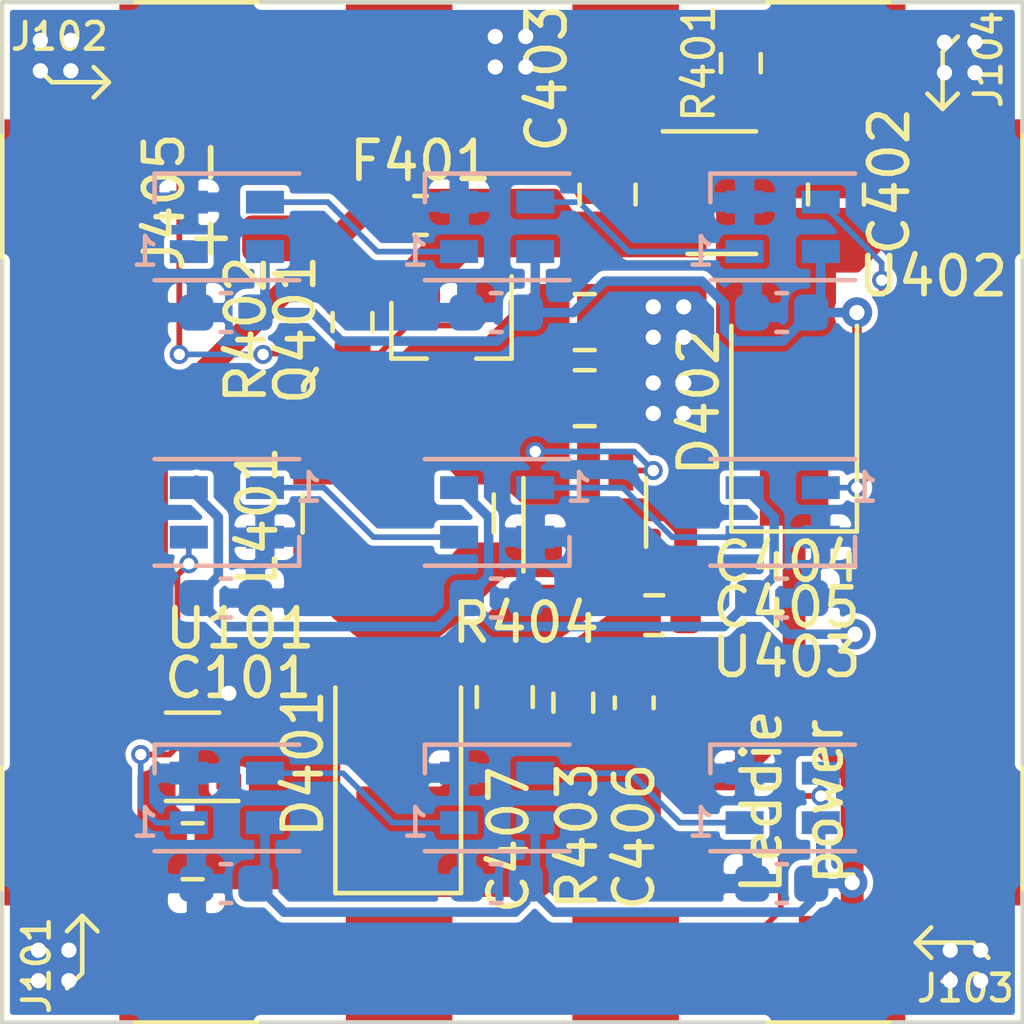
<source format=kicad_pcb>
(kicad_pcb (version 20171130) (host pcbnew 5.1.10)

  (general
    (thickness 1.6)
    (drawings 48)
    (tracks 235)
    (zones 0)
    (modules 42)
    (nets 26)
  )

  (page A4)
  (layers
    (0 F.Cu signal)
    (31 B.Cu signal hide)
    (32 B.Adhes user hide)
    (33 F.Adhes user hide)
    (34 B.Paste user hide)
    (35 F.Paste user hide)
    (36 B.SilkS user hide)
    (37 F.SilkS user)
    (38 B.Mask user hide)
    (39 F.Mask user hide)
    (40 Dwgs.User user hide)
    (41 Cmts.User user hide)
    (42 Eco1.User user hide)
    (43 Eco2.User user hide)
    (44 Edge.Cuts user hide)
    (45 Margin user hide)
    (46 B.CrtYd user hide)
    (47 F.CrtYd user hide)
    (48 B.Fab user hide)
    (49 F.Fab user hide)
  )

  (setup
    (last_trace_width 0.15)
    (user_trace_width 0.15)
    (user_trace_width 0.25)
    (user_trace_width 0.6)
    (trace_clearance 0.15)
    (zone_clearance 0.15)
    (zone_45_only no)
    (trace_min 0.15)
    (via_size 0.5)
    (via_drill 0.3)
    (via_min_size 0.4)
    (via_min_drill 0.3)
    (user_via 0.5 0.3)
    (uvia_size 0.3)
    (uvia_drill 0.1)
    (uvias_allowed no)
    (uvia_min_size 0.2)
    (uvia_min_drill 0.1)
    (edge_width 0.1)
    (segment_width 0.2)
    (pcb_text_width 0.3)
    (pcb_text_size 1.5 1.5)
    (mod_edge_width 0.15)
    (mod_text_size 1 1)
    (mod_text_width 0.15)
    (pad_size 1.524 1.524)
    (pad_drill 0.762)
    (pad_to_mask_clearance 0)
    (aux_axis_origin 0 0)
    (visible_elements FFFFFF7F)
    (pcbplotparams
      (layerselection 0x010fc_ffffffff)
      (usegerberextensions false)
      (usegerberattributes true)
      (usegerberadvancedattributes true)
      (creategerberjobfile true)
      (excludeedgelayer true)
      (linewidth 0.100000)
      (plotframeref false)
      (viasonmask false)
      (mode 1)
      (useauxorigin false)
      (hpglpennumber 1)
      (hpglpenspeed 20)
      (hpglpendiameter 15.000000)
      (psnegative false)
      (psa4output false)
      (plotreference true)
      (plotvalue true)
      (plotinvisibletext false)
      (padsonsilk false)
      (subtractmaskfromsilk false)
      (outputformat 1)
      (mirror false)
      (drillshape 1)
      (scaleselection 1)
      (outputdirectory ""))
  )

  (net 0 "")
  (net 1 GND)
  (net 2 VCPU)
  (net 3 VBUS)
  (net 4 +BATT)
  (net 5 "Net-(C406-Pad2)")
  (net 6 VLED)
  (net 7 /LED_DIN)
  (net 8 /led_substring_power/DOUT)
  (net 9 /~VLED_EN)
  (net 10 /~CHG_ACTIVE)
  (net 11 "Net-(R401-Pad1)")
  (net 12 /smps_vin)
  (net 13 /smps_sw)
  (net 14 /BP)
  (net 15 "Net-(D201-Pad1)")
  (net 16 "Net-(D202-Pad1)")
  (net 17 "Net-(D202-Pad3)")
  (net 18 "Net-(D203-Pad1)")
  (net 19 "Net-(D203-Pad3)")
  (net 20 "Net-(D204-Pad1)")
  (net 21 "Net-(D205-Pad1)")
  (net 22 "Net-(D206-Pad1)")
  (net 23 "Net-(J103-Pad3)")
  (net 24 "Net-(U101-Pad3)")
  (net 25 "Net-(U101-Pad1)")

  (net_class Default "This is the default net class."
    (clearance 0.15)
    (trace_width 0.15)
    (via_dia 0.5)
    (via_drill 0.3)
    (uvia_dia 0.3)
    (uvia_drill 0.1)
    (add_net /LED_DIN)
    (add_net /led_substring_power/DOUT)
    (add_net /~CHG_ACTIVE)
    (add_net /~VLED_EN)
    (add_net "Net-(C406-Pad2)")
    (add_net "Net-(D201-Pad1)")
    (add_net "Net-(D202-Pad1)")
    (add_net "Net-(D202-Pad3)")
    (add_net "Net-(D203-Pad1)")
    (add_net "Net-(D203-Pad3)")
    (add_net "Net-(D204-Pad1)")
    (add_net "Net-(D205-Pad1)")
    (add_net "Net-(D206-Pad1)")
    (add_net "Net-(J103-Pad3)")
    (add_net "Net-(R401-Pad1)")
    (add_net "Net-(U101-Pad1)")
    (add_net "Net-(U101-Pad3)")
  )

  (net_class Power ""
    (clearance 0.15)
    (trace_width 0.25)
    (via_dia 0.8)
    (via_drill 0.4)
    (uvia_dia 0.3)
    (uvia_drill 0.1)
    (add_net +BATT)
    (add_net /BP)
    (add_net /smps_sw)
    (add_net /smps_vin)
    (add_net GND)
    (add_net VBUS)
    (add_net VCPU)
    (add_net VLED)
  )

  (module leddie_parts:battery_connector (layer F.Cu) (tedit 60BCAF8B) (tstamp 60BCE56F)
    (at 152.2 91.6 90)
    (descr "JST PH series connector, S2B-PH-K (http://www.jst-mfg.com/product/pdf/eng/ePH.pdf), generated with kicad-footprint-generator")
    (tags "connector JST PH top entry")
    (path /60435FAB)
    (fp_text reference J405 (at 0.95 -3.15 90) (layer F.SilkS)
      (effects (font (size 1 1) (thickness 0.15)))
    )
    (fp_text value Battery (at 1.5 2.9 90) (layer F.Fab)
      (effects (font (size 1 1) (thickness 0.15)))
    )
    (fp_text user - (at 2 -2 90) (layer F.SilkS)
      (effects (font (size 1 1) (thickness 0.15)))
    )
    (fp_text user + (at 0 -2 90) (layer F.SilkS)
      (effects (font (size 1 1) (thickness 0.15)))
    )
    (pad 2 smd roundrect (at 2 0 90) (size 1.2 2.2) (layers F.Cu F.Paste F.Mask) (roundrect_rratio 0.208)
      (net 1 GND))
    (pad 1 smd roundrect (at 0 0 90) (size 1.2 2.2) (layers F.Cu F.Paste F.Mask) (roundrect_rratio 0.208)
      (net 14 /BP))
  )

  (module Package_TO_SOT_SMD:SOT-23-5 (layer F.Cu) (tedit 5A02FF57) (tstamp 60BCAE37)
    (at 160.1 98.8 90)
    (descr "5-pin SOT23 package")
    (tags SOT-23-5)
    (path /60465C0F)
    (attr smd)
    (fp_text reference U403 (at -3.8 5.3 180) (layer F.SilkS)
      (effects (font (size 1 1) (thickness 0.15)))
    )
    (fp_text value LM2735 (at 0 2.9 90) (layer F.Fab)
      (effects (font (size 1 1) (thickness 0.15)))
    )
    (fp_line (start 0.9 -1.55) (end 0.9 1.55) (layer F.Fab) (width 0.1))
    (fp_line (start 0.9 1.55) (end -0.9 1.55) (layer F.Fab) (width 0.1))
    (fp_line (start -0.9 -0.9) (end -0.9 1.55) (layer F.Fab) (width 0.1))
    (fp_line (start 0.9 -1.55) (end -0.25 -1.55) (layer F.Fab) (width 0.1))
    (fp_line (start -0.9 -0.9) (end -0.25 -1.55) (layer F.Fab) (width 0.1))
    (fp_line (start -1.9 1.8) (end -1.9 -1.8) (layer F.CrtYd) (width 0.05))
    (fp_line (start 1.9 1.8) (end -1.9 1.8) (layer F.CrtYd) (width 0.05))
    (fp_line (start 1.9 -1.8) (end 1.9 1.8) (layer F.CrtYd) (width 0.05))
    (fp_line (start -1.9 -1.8) (end 1.9 -1.8) (layer F.CrtYd) (width 0.05))
    (fp_line (start 0.9 -1.61) (end -1.55 -1.61) (layer F.SilkS) (width 0.12))
    (fp_line (start -0.9 1.61) (end 0.9 1.61) (layer F.SilkS) (width 0.12))
    (fp_text user %R (at 0 0) (layer F.Fab)
      (effects (font (size 0.5 0.5) (thickness 0.075)))
    )
    (pad 5 smd rect (at 1.1 -0.95 90) (size 1.06 0.65) (layers F.Cu F.Paste F.Mask)
      (net 12 /smps_vin))
    (pad 4 smd rect (at 1.1 0.95 90) (size 1.06 0.65) (layers F.Cu F.Paste F.Mask)
      (net 12 /smps_vin))
    (pad 3 smd rect (at -1.1 0.95 90) (size 1.06 0.65) (layers F.Cu F.Paste F.Mask)
      (net 5 "Net-(C406-Pad2)"))
    (pad 2 smd rect (at -1.1 0 90) (size 1.06 0.65) (layers F.Cu F.Paste F.Mask)
      (net 1 GND))
    (pad 1 smd rect (at -1.1 -0.95 90) (size 1.06 0.65) (layers F.Cu F.Paste F.Mask)
      (net 13 /smps_sw))
    (model ${KISYS3DMOD}/Package_TO_SOT_SMD.3dshapes/SOT-23-5.wrl
      (at (xyz 0 0 0))
      (scale (xyz 1 1 1))
      (rotate (xyz 0 0 0))
    )
  )

  (module Package_TO_SOT_SMD:SOT-23-5 (layer F.Cu) (tedit 5A02FF57) (tstamp 60BCAE22)
    (at 163.7 90.4)
    (descr "5-pin SOT23 package")
    (tags SOT-23-5)
    (path /604354DC)
    (attr smd)
    (fp_text reference U402 (at 5.55 2.2) (layer F.SilkS)
      (effects (font (size 1 1) (thickness 0.15)))
    )
    (fp_text value MCP73832-2 (at 0 2.9) (layer F.Fab)
      (effects (font (size 1 1) (thickness 0.15)))
    )
    (fp_line (start 0.9 -1.55) (end 0.9 1.55) (layer F.Fab) (width 0.1))
    (fp_line (start 0.9 1.55) (end -0.9 1.55) (layer F.Fab) (width 0.1))
    (fp_line (start -0.9 -0.9) (end -0.9 1.55) (layer F.Fab) (width 0.1))
    (fp_line (start 0.9 -1.55) (end -0.25 -1.55) (layer F.Fab) (width 0.1))
    (fp_line (start -0.9 -0.9) (end -0.25 -1.55) (layer F.Fab) (width 0.1))
    (fp_line (start -1.9 1.8) (end -1.9 -1.8) (layer F.CrtYd) (width 0.05))
    (fp_line (start 1.9 1.8) (end -1.9 1.8) (layer F.CrtYd) (width 0.05))
    (fp_line (start 1.9 -1.8) (end 1.9 1.8) (layer F.CrtYd) (width 0.05))
    (fp_line (start -1.9 -1.8) (end 1.9 -1.8) (layer F.CrtYd) (width 0.05))
    (fp_line (start 0.9 -1.61) (end -1.55 -1.61) (layer F.SilkS) (width 0.12))
    (fp_line (start -0.9 1.61) (end 0.9 1.61) (layer F.SilkS) (width 0.12))
    (fp_text user %R (at 0 0 90) (layer F.Fab)
      (effects (font (size 0.5 0.5) (thickness 0.075)))
    )
    (pad 5 smd rect (at 1.1 -0.95) (size 1.06 0.65) (layers F.Cu F.Paste F.Mask)
      (net 11 "Net-(R401-Pad1)"))
    (pad 4 smd rect (at 1.1 0.95) (size 1.06 0.65) (layers F.Cu F.Paste F.Mask)
      (net 3 VBUS))
    (pad 3 smd rect (at -1.1 0.95) (size 1.06 0.65) (layers F.Cu F.Paste F.Mask)
      (net 4 +BATT))
    (pad 2 smd rect (at -1.1 0) (size 1.06 0.65) (layers F.Cu F.Paste F.Mask)
      (net 1 GND))
    (pad 1 smd rect (at -1.1 -0.95) (size 1.06 0.65) (layers F.Cu F.Paste F.Mask)
      (net 10 /~CHG_ACTIVE))
    (model ${KISYS3DMOD}/Package_TO_SOT_SMD.3dshapes/SOT-23-5.wrl
      (at (xyz 0 0 0))
      (scale (xyz 1 1 1))
      (rotate (xyz 0 0 0))
    )
  )

  (module Package_TO_SOT_SMD:SOT-353_SC-70-5 (layer F.Cu) (tedit 5A02FF57) (tstamp 60BCAE0D)
    (at 149.8 105.22 180)
    (descr "SOT-353, SC-70-5")
    (tags "SOT-353 SC-70-5")
    (path /605A11F4)
    (attr smd)
    (fp_text reference U101 (at -1.25 3.37) (layer F.SilkS)
      (effects (font (size 1 1) (thickness 0.15)))
    )
    (fp_text value TPS71533__SC70 (at 0 2 180) (layer F.Fab)
      (effects (font (size 1 1) (thickness 0.15)))
    )
    (fp_line (start -0.175 -1.1) (end -0.675 -0.6) (layer F.Fab) (width 0.1))
    (fp_line (start 0.675 1.1) (end -0.675 1.1) (layer F.Fab) (width 0.1))
    (fp_line (start 0.675 -1.1) (end 0.675 1.1) (layer F.Fab) (width 0.1))
    (fp_line (start -1.6 1.4) (end 1.6 1.4) (layer F.CrtYd) (width 0.05))
    (fp_line (start -0.675 -0.6) (end -0.675 1.1) (layer F.Fab) (width 0.1))
    (fp_line (start 0.675 -1.1) (end -0.175 -1.1) (layer F.Fab) (width 0.1))
    (fp_line (start -1.6 -1.4) (end 1.6 -1.4) (layer F.CrtYd) (width 0.05))
    (fp_line (start -1.6 -1.4) (end -1.6 1.4) (layer F.CrtYd) (width 0.05))
    (fp_line (start 1.6 1.4) (end 1.6 -1.4) (layer F.CrtYd) (width 0.05))
    (fp_line (start -0.7 1.16) (end 0.7 1.16) (layer F.SilkS) (width 0.12))
    (fp_line (start 0.7 -1.16) (end -1.2 -1.16) (layer F.SilkS) (width 0.12))
    (fp_text user %R (at 0 0 90) (layer F.Fab)
      (effects (font (size 0.5 0.5) (thickness 0.075)))
    )
    (pad 5 smd rect (at 0.95 -0.65 180) (size 0.65 0.4) (layers F.Cu F.Paste F.Mask)
      (net 2 VCPU))
    (pad 4 smd rect (at 0.95 0.65 180) (size 0.65 0.4) (layers F.Cu F.Paste F.Mask)
      (net 4 +BATT))
    (pad 2 smd rect (at -0.95 0 180) (size 0.65 0.4) (layers F.Cu F.Paste F.Mask)
      (net 1 GND))
    (pad 3 smd rect (at -0.95 0.65 180) (size 0.65 0.4) (layers F.Cu F.Paste F.Mask)
      (net 24 "Net-(U101-Pad3)"))
    (pad 1 smd rect (at -0.95 -0.65 180) (size 0.65 0.4) (layers F.Cu F.Paste F.Mask)
      (net 25 "Net-(U101-Pad1)"))
    (model ${KISYS3DMOD}/Package_TO_SOT_SMD.3dshapes/SOT-353_SC-70-5.wrl
      (at (xyz 0 0 0))
      (scale (xyz 1 1 1))
      (rotate (xyz 0 0 0))
    )
  )

  (module Resistor_SMD:R_0603_1608Metric (layer F.Cu) (tedit 5F68FEEE) (tstamp 60BD22EB)
    (at 161.925 101.5)
    (descr "Resistor SMD 0603 (1608 Metric), square (rectangular) end terminal, IPC_7351 nominal, (Body size source: IPC-SM-782 page 72, https://www.pcb-3d.com/wordpress/wp-content/uploads/ipc-sm-782a_amendment_1_and_2.pdf), generated with kicad-footprint-generator")
    (tags resistor)
    (path /6046A4BC)
    (attr smd)
    (fp_text reference R404 (at -3.375 0.2) (layer F.SilkS)
      (effects (font (size 1 1) (thickness 0.15)))
    )
    (fp_text value 10k (at 0 1.43) (layer F.Fab)
      (effects (font (size 1 1) (thickness 0.15)))
    )
    (fp_line (start 1.48 0.73) (end -1.48 0.73) (layer F.CrtYd) (width 0.05))
    (fp_line (start 1.48 -0.73) (end 1.48 0.73) (layer F.CrtYd) (width 0.05))
    (fp_line (start -1.48 -0.73) (end 1.48 -0.73) (layer F.CrtYd) (width 0.05))
    (fp_line (start -1.48 0.73) (end -1.48 -0.73) (layer F.CrtYd) (width 0.05))
    (fp_line (start -0.237258 0.5225) (end 0.237258 0.5225) (layer F.SilkS) (width 0.12))
    (fp_line (start -0.237258 -0.5225) (end 0.237258 -0.5225) (layer F.SilkS) (width 0.12))
    (fp_line (start 0.8 0.4125) (end -0.8 0.4125) (layer F.Fab) (width 0.1))
    (fp_line (start 0.8 -0.4125) (end 0.8 0.4125) (layer F.Fab) (width 0.1))
    (fp_line (start -0.8 -0.4125) (end 0.8 -0.4125) (layer F.Fab) (width 0.1))
    (fp_line (start -0.8 0.4125) (end -0.8 -0.4125) (layer F.Fab) (width 0.1))
    (fp_text user %R (at 0 0) (layer F.Fab)
      (effects (font (size 0.4 0.4) (thickness 0.06)))
    )
    (pad 2 smd roundrect (at 0.825 0) (size 0.8 0.95) (layers F.Cu F.Paste F.Mask) (roundrect_rratio 0.25)
      (net 1 GND))
    (pad 1 smd roundrect (at -0.825 0) (size 0.8 0.95) (layers F.Cu F.Paste F.Mask) (roundrect_rratio 0.25)
      (net 5 "Net-(C406-Pad2)"))
    (model ${KISYS3DMOD}/Resistor_SMD.3dshapes/R_0603_1608Metric.wrl
      (at (xyz 0 0 0))
      (scale (xyz 1 1 1))
      (rotate (xyz 0 0 0))
    )
  )

  (module Resistor_SMD:R_0603_1608Metric (layer F.Cu) (tedit 5F68FEEE) (tstamp 60BCADE7)
    (at 159.8 103.8 90)
    (descr "Resistor SMD 0603 (1608 Metric), square (rectangular) end terminal, IPC_7351 nominal, (Body size source: IPC-SM-782 page 72, https://www.pcb-3d.com/wordpress/wp-content/uploads/ipc-sm-782a_amendment_1_and_2.pdf), generated with kicad-footprint-generator")
    (tags resistor)
    (path /6046A01E)
    (attr smd)
    (fp_text reference R403 (at -3.5 0.1 90) (layer F.SilkS)
      (effects (font (size 1 1) (thickness 0.15)))
    )
    (fp_text value 26k (at 0 1.43 90) (layer F.Fab)
      (effects (font (size 1 1) (thickness 0.15)))
    )
    (fp_line (start 1.48 0.73) (end -1.48 0.73) (layer F.CrtYd) (width 0.05))
    (fp_line (start 1.48 -0.73) (end 1.48 0.73) (layer F.CrtYd) (width 0.05))
    (fp_line (start -1.48 -0.73) (end 1.48 -0.73) (layer F.CrtYd) (width 0.05))
    (fp_line (start -1.48 0.73) (end -1.48 -0.73) (layer F.CrtYd) (width 0.05))
    (fp_line (start -0.237258 0.5225) (end 0.237258 0.5225) (layer F.SilkS) (width 0.12))
    (fp_line (start -0.237258 -0.5225) (end 0.237258 -0.5225) (layer F.SilkS) (width 0.12))
    (fp_line (start 0.8 0.4125) (end -0.8 0.4125) (layer F.Fab) (width 0.1))
    (fp_line (start 0.8 -0.4125) (end 0.8 0.4125) (layer F.Fab) (width 0.1))
    (fp_line (start -0.8 -0.4125) (end 0.8 -0.4125) (layer F.Fab) (width 0.1))
    (fp_line (start -0.8 0.4125) (end -0.8 -0.4125) (layer F.Fab) (width 0.1))
    (fp_text user %R (at 0 0 90) (layer F.Fab)
      (effects (font (size 0.4 0.4) (thickness 0.06)))
    )
    (pad 2 smd roundrect (at 0.825 0 90) (size 0.8 0.95) (layers F.Cu F.Paste F.Mask) (roundrect_rratio 0.25)
      (net 5 "Net-(C406-Pad2)"))
    (pad 1 smd roundrect (at -0.825 0 90) (size 0.8 0.95) (layers F.Cu F.Paste F.Mask) (roundrect_rratio 0.25)
      (net 6 VLED))
    (model ${KISYS3DMOD}/Resistor_SMD.3dshapes/R_0603_1608Metric.wrl
      (at (xyz 0 0 0))
      (scale (xyz 1 1 1))
      (rotate (xyz 0 0 0))
    )
  )

  (module Resistor_SMD:R_0603_1608Metric (layer F.Cu) (tedit 5F68FEEE) (tstamp 60BCADD6)
    (at 154 93.8 90)
    (descr "Resistor SMD 0603 (1608 Metric), square (rectangular) end terminal, IPC_7351 nominal, (Body size source: IPC-SM-782 page 72, https://www.pcb-3d.com/wordpress/wp-content/uploads/ipc-sm-782a_amendment_1_and_2.pdf), generated with kicad-footprint-generator")
    (tags resistor)
    (path /604F2B02)
    (attr smd)
    (fp_text reference R402 (at -0.2 -2.8 90) (layer F.SilkS)
      (effects (font (size 1 1) (thickness 0.15)))
    )
    (fp_text value 10k (at 0 1.43 90) (layer F.Fab)
      (effects (font (size 1 1) (thickness 0.15)))
    )
    (fp_line (start 1.48 0.73) (end -1.48 0.73) (layer F.CrtYd) (width 0.05))
    (fp_line (start 1.48 -0.73) (end 1.48 0.73) (layer F.CrtYd) (width 0.05))
    (fp_line (start -1.48 -0.73) (end 1.48 -0.73) (layer F.CrtYd) (width 0.05))
    (fp_line (start -1.48 0.73) (end -1.48 -0.73) (layer F.CrtYd) (width 0.05))
    (fp_line (start -0.237258 0.5225) (end 0.237258 0.5225) (layer F.SilkS) (width 0.12))
    (fp_line (start -0.237258 -0.5225) (end 0.237258 -0.5225) (layer F.SilkS) (width 0.12))
    (fp_line (start 0.8 0.4125) (end -0.8 0.4125) (layer F.Fab) (width 0.1))
    (fp_line (start 0.8 -0.4125) (end 0.8 0.4125) (layer F.Fab) (width 0.1))
    (fp_line (start -0.8 -0.4125) (end 0.8 -0.4125) (layer F.Fab) (width 0.1))
    (fp_line (start -0.8 0.4125) (end -0.8 -0.4125) (layer F.Fab) (width 0.1))
    (fp_text user %R (at 0 0 90) (layer F.Fab)
      (effects (font (size 0.4 0.4) (thickness 0.06)))
    )
    (pad 2 smd roundrect (at 0.825 0 90) (size 0.8 0.95) (layers F.Cu F.Paste F.Mask) (roundrect_rratio 0.25)
      (net 4 +BATT))
    (pad 1 smd roundrect (at -0.825 0 90) (size 0.8 0.95) (layers F.Cu F.Paste F.Mask) (roundrect_rratio 0.25)
      (net 9 /~VLED_EN))
    (model ${KISYS3DMOD}/Resistor_SMD.3dshapes/R_0603_1608Metric.wrl
      (at (xyz 0 0 0))
      (scale (xyz 1 1 1))
      (rotate (xyz 0 0 0))
    )
  )

  (module Resistor_SMD:R_0603_1608Metric (layer F.Cu) (tedit 5F68FEEE) (tstamp 60BCD1DF)
    (at 164.2 87 90)
    (descr "Resistor SMD 0603 (1608 Metric), square (rectangular) end terminal, IPC_7351 nominal, (Body size source: IPC-SM-782 page 72, https://www.pcb-3d.com/wordpress/wp-content/uploads/ipc-sm-782a_amendment_1_and_2.pdf), generated with kicad-footprint-generator")
    (tags resistor)
    (path /6043E48C)
    (attr smd)
    (fp_text reference R401 (at 0 -1.1 90) (layer F.SilkS)
      (effects (font (size 0.8 0.8) (thickness 0.12)))
    )
    (fp_text value 4k7 (at 0 1.43 90) (layer F.Fab)
      (effects (font (size 1 1) (thickness 0.15)))
    )
    (fp_line (start 1.48 0.73) (end -1.48 0.73) (layer F.CrtYd) (width 0.05))
    (fp_line (start 1.48 -0.73) (end 1.48 0.73) (layer F.CrtYd) (width 0.05))
    (fp_line (start -1.48 -0.73) (end 1.48 -0.73) (layer F.CrtYd) (width 0.05))
    (fp_line (start -1.48 0.73) (end -1.48 -0.73) (layer F.CrtYd) (width 0.05))
    (fp_line (start -0.237258 0.5225) (end 0.237258 0.5225) (layer F.SilkS) (width 0.12))
    (fp_line (start -0.237258 -0.5225) (end 0.237258 -0.5225) (layer F.SilkS) (width 0.12))
    (fp_line (start 0.8 0.4125) (end -0.8 0.4125) (layer F.Fab) (width 0.1))
    (fp_line (start 0.8 -0.4125) (end 0.8 0.4125) (layer F.Fab) (width 0.1))
    (fp_line (start -0.8 -0.4125) (end 0.8 -0.4125) (layer F.Fab) (width 0.1))
    (fp_line (start -0.8 0.4125) (end -0.8 -0.4125) (layer F.Fab) (width 0.1))
    (fp_text user %R (at 0 0 90) (layer F.Fab)
      (effects (font (size 0.4 0.4) (thickness 0.06)))
    )
    (pad 2 smd roundrect (at 0.825 0 90) (size 0.8 0.95) (layers F.Cu F.Paste F.Mask) (roundrect_rratio 0.25)
      (net 1 GND))
    (pad 1 smd roundrect (at -0.825 0 90) (size 0.8 0.95) (layers F.Cu F.Paste F.Mask) (roundrect_rratio 0.25)
      (net 11 "Net-(R401-Pad1)"))
    (model ${KISYS3DMOD}/Resistor_SMD.3dshapes/R_0603_1608Metric.wrl
      (at (xyz 0 0 0))
      (scale (xyz 1 1 1))
      (rotate (xyz 0 0 0))
    )
  )

  (module Package_TO_SOT_SMD:SOT-23 (layer F.Cu) (tedit 5A02FF57) (tstamp 60BCADB4)
    (at 156.6 94 270)
    (descr "SOT-23, Standard")
    (tags SOT-23)
    (path /6050E25F)
    (attr smd)
    (fp_text reference Q401 (at 0 4.1 90) (layer F.SilkS)
      (effects (font (size 1 1) (thickness 0.15)))
    )
    (fp_text value NTR4171P (at 0 2.5 90) (layer F.Fab)
      (effects (font (size 1 1) (thickness 0.15)))
    )
    (fp_line (start 0.76 1.58) (end -0.7 1.58) (layer F.SilkS) (width 0.12))
    (fp_line (start 0.76 -1.58) (end -1.4 -1.58) (layer F.SilkS) (width 0.12))
    (fp_line (start -1.7 1.75) (end -1.7 -1.75) (layer F.CrtYd) (width 0.05))
    (fp_line (start 1.7 1.75) (end -1.7 1.75) (layer F.CrtYd) (width 0.05))
    (fp_line (start 1.7 -1.75) (end 1.7 1.75) (layer F.CrtYd) (width 0.05))
    (fp_line (start -1.7 -1.75) (end 1.7 -1.75) (layer F.CrtYd) (width 0.05))
    (fp_line (start 0.76 -1.58) (end 0.76 -0.65) (layer F.SilkS) (width 0.12))
    (fp_line (start 0.76 1.58) (end 0.76 0.65) (layer F.SilkS) (width 0.12))
    (fp_line (start -0.7 1.52) (end 0.7 1.52) (layer F.Fab) (width 0.1))
    (fp_line (start 0.7 -1.52) (end 0.7 1.52) (layer F.Fab) (width 0.1))
    (fp_line (start -0.7 -0.95) (end -0.15 -1.52) (layer F.Fab) (width 0.1))
    (fp_line (start -0.15 -1.52) (end 0.7 -1.52) (layer F.Fab) (width 0.1))
    (fp_line (start -0.7 -0.95) (end -0.7 1.5) (layer F.Fab) (width 0.1))
    (fp_text user %R (at 0 0) (layer F.Fab)
      (effects (font (size 0.5 0.5) (thickness 0.075)))
    )
    (pad 3 smd rect (at 1 0 270) (size 0.9 0.8) (layers F.Cu F.Paste F.Mask)
      (net 12 /smps_vin))
    (pad 2 smd rect (at -1 0.95 270) (size 0.9 0.8) (layers F.Cu F.Paste F.Mask)
      (net 4 +BATT))
    (pad 1 smd rect (at -1 -0.95 270) (size 0.9 0.8) (layers F.Cu F.Paste F.Mask)
      (net 9 /~VLED_EN))
    (model ${KISYS3DMOD}/Package_TO_SOT_SMD.3dshapes/SOT-23.wrl
      (at (xyz 0 0 0))
      (scale (xyz 1 1 1))
      (rotate (xyz 0 0 0))
    )
  )

  (module Inductor_SMD:L_Coilcraft_LPS5030 (layer F.Cu) (tedit 5C4CB0C4) (tstamp 60BCAD9F)
    (at 155.2 98.8275 270)
    (descr "Shielded Power Inductor SMD, Coilcraft LPS5030, https://www.coilcraft.com/pdfs/lps5030.pdf, StepUp generated footprint")
    (tags inductor)
    (path /60467AC9)
    (attr smd)
    (fp_text reference L401 (at 0.0725 3.7 90) (layer F.SilkS)
      (effects (font (size 1 1) (thickness 0.15)))
    )
    (fp_text value 33u (at 0 3.8 90) (layer F.Fab)
      (effects (font (size 0.8 0.8) (thickness 0.12)))
    )
    (fp_line (start -3.01 1.8) (end -3.01 -1.8) (layer F.CrtYd) (width 0.05))
    (fp_line (start -1.8 3.01) (end -3.01 1.8) (layer F.CrtYd) (width 0.05))
    (fp_line (start 1.8 3.01) (end -1.8 3.01) (layer F.CrtYd) (width 0.05))
    (fp_line (start 3.01 1.8) (end 1.8 3.01) (layer F.CrtYd) (width 0.05))
    (fp_line (start 3.01 -1.8) (end 3.01 1.8) (layer F.CrtYd) (width 0.05))
    (fp_line (start 1.8 -3.01) (end 3.01 -1.8) (layer F.CrtYd) (width 0.05))
    (fp_line (start -1.8 -3.01) (end 1.8 -3.01) (layer F.CrtYd) (width 0.05))
    (fp_line (start -3.01 -1.8) (end -1.8 -3.01) (layer F.CrtYd) (width 0.05))
    (fp_line (start -2.4 1.4) (end -1.4 2.4) (layer F.Fab) (width 0.1))
    (fp_line (start 2.4 1.4) (end 1.4 2.4) (layer F.Fab) (width 0.1))
    (fp_line (start 1.4 -2.4) (end 2.4 -1.4) (layer F.Fab) (width 0.1))
    (fp_line (start -2.4 -1.4) (end -1.4 -2.4) (layer F.Fab) (width 0.1))
    (fp_line (start -2.4 1.4) (end -2.4 -1.4) (layer F.Fab) (width 0.1))
    (fp_line (start 1.4 2.4) (end -1.4 2.4) (layer F.Fab) (width 0.1))
    (fp_line (start 2.4 -1.4) (end 2.4 1.4) (layer F.Fab) (width 0.1))
    (fp_line (start -1.4 -2.4) (end 1.4 -2.4) (layer F.Fab) (width 0.1))
    (fp_line (start -0.5 2.51) (end 0.5 2.51) (layer F.SilkS) (width 0.12))
    (fp_line (start -0.5 -2.51) (end 0.5 -2.51) (layer F.SilkS) (width 0.12))
    (fp_text user %R (at 0 0 90) (layer F.Fab)
      (effects (font (size 1 1) (thickness 0.15)))
    )
    (pad 2 smd custom (at 2.2275 0 270) (size 1.055 3.4) (layers F.Cu F.Paste F.Mask)
      (net 13 /smps_sw) (zone_connect 2)
      (options (clearance outline) (anchor rect))
      (primitives
        (gr_poly (pts
           (xy -1.4675 -1.7) (xy -0.5275 -0.8445) (xy -0.5275 0.8445) (xy -1.4675 1.7) (xy -1.4675 2.755)
           (xy -0.5275 2.755) (xy 0.5275 1.7) (xy 0.5275 -1.7) (xy -0.5275 -2.755) (xy -1.4675 -2.755)
) (width 0))
      ))
    (pad 1 smd custom (at -2.2275 0 270) (size 1.055 3.4) (layers F.Cu F.Paste F.Mask)
      (net 12 /smps_vin) (zone_connect 2)
      (options (clearance outline) (anchor rect))
      (primitives
        (gr_poly (pts
           (xy 1.4675 -1.7) (xy 0.5275 -0.8445) (xy 0.5275 0.8445) (xy 1.4675 1.7) (xy 1.4675 2.755)
           (xy 0.5275 2.755) (xy -0.5275 1.7) (xy -0.5275 -1.7) (xy 0.5275 -2.755) (xy 1.4675 -2.755)
) (width 0))
      ))
    (model ${KISYS3DMOD}/Inductor_SMD.3dshapes/L_Coilcraft_LPS5030.wrl
      (at (xyz 0 0 0))
      (scale (xyz 1 1 1))
      (rotate (xyz 0 0 0))
    )
  )

  (module leddie_parts:leddie_edgecon_lim (layer F.Cu) (tedit 604DDF45) (tstamp 60BCB5F8)
    (at 170.1 98.8)
    (path /60674455)
    (fp_text reference J104 (at 0.6 -11.9 90) (layer F.SilkS)
      (effects (font (size 0.7 0.7) (thickness 0.12)))
    )
    (fp_text value edgecon_right (at 2.5 6.3 90) (layer F.Fab)
      (effects (font (size 1 1) (thickness 0.15)))
    )
    (fp_line (start -0.6 -10.6) (end -0.2 -11) (layer F.SilkS) (width 0.12))
    (fp_line (start -0.6 -10.6) (end -1 -11) (layer F.SilkS) (width 0.12))
    (fp_line (start -0.6 -12.1) (end -0.6 -10.6) (layer F.SilkS) (width 0.12))
    (fp_line (start -0.2 -12.5) (end -0.6 -12.1) (layer F.SilkS) (width 0.12))
    (fp_line (start 1.5 -13.4) (end 1.5 13.4) (layer F.SilkS) (width 0.12))
    (fp_line (start 1.3 -13.4) (end 1.3 -10.4) (layer Cmts.User) (width 0.12))
    (fp_line (start 1.2 -10.4) (end 1.2 -7.45) (layer Cmts.User) (width 0.12))
    (fp_line (start 1.3 -7.45) (end 1.3 -4.45) (layer Cmts.User) (width 0.12))
    (fp_text user "2.95 mm pad, 3 mm spacing" (at 4.3 2.1 90) (layer Cmts.User) hide
      (effects (font (size 1 1) (thickness 0.15)))
    )
    (pad 4 smd rect (at 0.1 8.925) (size 2.8 2.8) (layers F.Cu F.Paste F.Mask)
      (net 1 GND))
    (pad 1 smd rect (at 0.1 -8.925) (size 2.8 2.8) (layers F.Cu F.Paste F.Mask)
      (net 3 VBUS))
  )

  (module leddie_parts:leddie_edgecon (layer F.Cu) (tedit 604DCD87) (tstamp 60BCAD48)
    (at 158.2 110.7 270)
    (path /60674467)
    (fp_text reference J103 (at 0.6 -11.9) (layer F.SilkS)
      (effects (font (size 0.7 0.7) (thickness 0.12)))
    )
    (fp_text value edgecon_bottom (at 2.5 7.6) (layer F.Fab)
      (effects (font (size 1 1) (thickness 0.15)))
    )
    (fp_line (start -0.6 -10.6) (end -0.2 -11) (layer F.SilkS) (width 0.12))
    (fp_line (start -0.6 -10.6) (end -1 -11) (layer F.SilkS) (width 0.12))
    (fp_line (start -0.6 -12.1) (end -0.6 -10.6) (layer F.SilkS) (width 0.12))
    (fp_line (start -0.2 -12.5) (end -0.6 -12.1) (layer F.SilkS) (width 0.12))
    (fp_line (start 1.5 -13.4) (end 1.5 13.4) (layer F.SilkS) (width 0.12))
    (fp_line (start 1.3 -13.4) (end 1.3 -10.4) (layer Cmts.User) (width 0.12))
    (fp_line (start 1.2 -10.4) (end 1.2 -7.45) (layer Cmts.User) (width 0.12))
    (fp_line (start 1.3 -7.45) (end 1.3 -4.45) (layer Cmts.User) (width 0.12))
    (fp_text user "2.95 mm pad, 3 mm spacing" (at 4.3 2.1) (layer Cmts.User) hide
      (effects (font (size 1 1) (thickness 0.15)))
    )
    (pad 3 smd rect (at 0.1 2.975 270) (size 2.8 2.8) (layers F.Cu F.Paste F.Mask)
      (net 23 "Net-(J103-Pad3)"))
    (pad 4 smd rect (at 0.1 8.925 270) (size 2.8 2.8) (layers F.Cu F.Paste F.Mask)
      (net 1 GND))
    (pad 2 smd rect (at 0.1 -2.975 270) (size 2.8 2.8) (layers F.Cu F.Paste F.Mask)
      (net 7 /LED_DIN))
    (pad 1 smd rect (at 0.1 -8.925 270) (size 2.8 2.8) (layers F.Cu F.Paste F.Mask)
      (net 6 VLED))
  )

  (module leddie_parts:leddie_edgecon (layer F.Cu) (tedit 604DCD87) (tstamp 60BCAD37)
    (at 158.2 86.9 90)
    (path /6067445B)
    (fp_text reference J102 (at 0.6 -11.9) (layer F.SilkS)
      (effects (font (size 0.7 0.7) (thickness 0.12)))
    )
    (fp_text value edgecon_top (at 2.5 7.6) (layer F.Fab)
      (effects (font (size 1 1) (thickness 0.15)))
    )
    (fp_line (start -0.6 -10.6) (end -0.2 -11) (layer F.SilkS) (width 0.12))
    (fp_line (start -0.6 -10.6) (end -1 -11) (layer F.SilkS) (width 0.12))
    (fp_line (start -0.6 -12.1) (end -0.6 -10.6) (layer F.SilkS) (width 0.12))
    (fp_line (start -0.2 -12.5) (end -0.6 -12.1) (layer F.SilkS) (width 0.12))
    (fp_line (start 1.5 -13.4) (end 1.5 13.4) (layer F.SilkS) (width 0.12))
    (fp_line (start 1.3 -13.4) (end 1.3 -10.4) (layer Cmts.User) (width 0.12))
    (fp_line (start 1.2 -10.4) (end 1.2 -7.45) (layer Cmts.User) (width 0.12))
    (fp_line (start 1.3 -7.45) (end 1.3 -4.45) (layer Cmts.User) (width 0.12))
    (fp_text user "2.95 mm pad, 3 mm spacing" (at 4.3 2.1) (layer Cmts.User) hide
      (effects (font (size 1 1) (thickness 0.15)))
    )
    (pad 3 smd rect (at 0.1 2.975 90) (size 2.8 2.8) (layers F.Cu F.Paste F.Mask)
      (net 10 /~CHG_ACTIVE))
    (pad 4 smd rect (at 0.1 8.925 90) (size 2.8 2.8) (layers F.Cu F.Paste F.Mask)
      (net 1 GND))
    (pad 2 smd rect (at 0.1 -2.975 90) (size 2.8 2.8) (layers F.Cu F.Paste F.Mask)
      (net 9 /~VLED_EN))
    (pad 1 smd rect (at 0.1 -8.925 90) (size 2.8 2.8) (layers F.Cu F.Paste F.Mask)
      (net 4 +BATT))
  )

  (module leddie_parts:leddie_edgecon_lim (layer F.Cu) (tedit 604DDF45) (tstamp 60BCAD26)
    (at 146.3 98.8 180)
    (path /60674461)
    (fp_text reference J101 (at 0.6 -11.9 90) (layer F.SilkS)
      (effects (font (size 0.7 0.7) (thickness 0.12)))
    )
    (fp_text value edgecon_left (at 2.5 6.3 90) (layer F.Fab)
      (effects (font (size 1 1) (thickness 0.15)))
    )
    (fp_line (start -0.6 -10.6) (end -0.2 -11) (layer F.SilkS) (width 0.12))
    (fp_line (start -0.6 -10.6) (end -1 -11) (layer F.SilkS) (width 0.12))
    (fp_line (start -0.6 -12.1) (end -0.6 -10.6) (layer F.SilkS) (width 0.12))
    (fp_line (start -0.2 -12.5) (end -0.6 -12.1) (layer F.SilkS) (width 0.12))
    (fp_line (start 1.5 -13.4) (end 1.5 13.4) (layer F.SilkS) (width 0.12))
    (fp_line (start 1.3 -13.4) (end 1.3 -10.4) (layer Cmts.User) (width 0.12))
    (fp_line (start 1.2 -10.4) (end 1.2 -7.45) (layer Cmts.User) (width 0.12))
    (fp_line (start 1.3 -7.45) (end 1.3 -4.45) (layer Cmts.User) (width 0.12))
    (fp_text user "2.95 mm pad, 3 mm spacing" (at 4.3 2.1 90) (layer Cmts.User) hide
      (effects (font (size 1 1) (thickness 0.15)))
    )
    (pad 4 smd rect (at 0.1 8.925 180) (size 2.8 2.8) (layers F.Cu F.Paste F.Mask)
      (net 1 GND))
    (pad 1 smd rect (at 0.1 -8.925 180) (size 2.8 2.8) (layers F.Cu F.Paste F.Mask)
      (net 2 VCPU))
  )

  (module Fuse:Fuse_0603_1608Metric (layer F.Cu) (tedit 5F68FEF1) (tstamp 60BD2912)
    (at 155.7875 91)
    (descr "Fuse SMD 0603 (1608 Metric), square (rectangular) end terminal, IPC_7351 nominal, (Body size source: http://www.tortai-tech.com/upload/download/2011102023233369053.pdf), generated with kicad-footprint-generator")
    (tags fuse)
    (path /6045FD58)
    (attr smd)
    (fp_text reference F401 (at 0 -1.43) (layer F.SilkS)
      (effects (font (size 1 1) (thickness 0.15)))
    )
    (fp_text value 2.5A (at 0 1.43) (layer F.Fab)
      (effects (font (size 1 1) (thickness 0.15)))
    )
    (fp_line (start 1.48 0.73) (end -1.48 0.73) (layer F.CrtYd) (width 0.05))
    (fp_line (start 1.48 -0.73) (end 1.48 0.73) (layer F.CrtYd) (width 0.05))
    (fp_line (start -1.48 -0.73) (end 1.48 -0.73) (layer F.CrtYd) (width 0.05))
    (fp_line (start -1.48 0.73) (end -1.48 -0.73) (layer F.CrtYd) (width 0.05))
    (fp_line (start -0.162779 0.51) (end 0.162779 0.51) (layer F.SilkS) (width 0.12))
    (fp_line (start -0.162779 -0.51) (end 0.162779 -0.51) (layer F.SilkS) (width 0.12))
    (fp_line (start 0.8 0.4) (end -0.8 0.4) (layer F.Fab) (width 0.1))
    (fp_line (start 0.8 -0.4) (end 0.8 0.4) (layer F.Fab) (width 0.1))
    (fp_line (start -0.8 -0.4) (end 0.8 -0.4) (layer F.Fab) (width 0.1))
    (fp_line (start -0.8 0.4) (end -0.8 -0.4) (layer F.Fab) (width 0.1))
    (fp_text user %R (at 0 0) (layer F.Fab)
      (effects (font (size 0.4 0.4) (thickness 0.06)))
    )
    (pad 2 smd roundrect (at 0.7875 0) (size 0.875 0.95) (layers F.Cu F.Paste F.Mask) (roundrect_rratio 0.25)
      (net 4 +BATT))
    (pad 1 smd roundrect (at -0.7875 0) (size 0.875 0.95) (layers F.Cu F.Paste F.Mask) (roundrect_rratio 0.25)
      (net 14 /BP))
    (model ${KISYS3DMOD}/Fuse.3dshapes/Fuse_0603_1608Metric.wrl
      (at (xyz 0 0 0))
      (scale (xyz 1 1 1))
      (rotate (xyz 0 0 0))
    )
  )

  (module LED_SMD:LED_SK6805_PLCC4_2.4x2.7mm_P1.3mm (layer B.Cu) (tedit 5AA4B1EE) (tstamp 60C50F92)
    (at 150.7 91.3)
    (descr https://cdn-shop.adafruit.com/product-files/3484/3484_Datasheet.pdf)
    (tags "LED RGB NeoPixel Nano")
    (path /6058E11E/605D0E99)
    (attr smd)
    (fp_text reference D209 (at 0 2.2) (layer B.SilkS) hide
      (effects (font (size 1 1) (thickness 0.15)) (justify mirror))
    )
    (fp_text value SK6805 (at 0 -2.7) (layer B.Fab)
      (effects (font (size 1 1) (thickness 0.15)) (justify mirror))
    )
    (fp_circle (center 0 0) (end 0 1) (layer B.Fab) (width 0.1))
    (fp_line (start -1.9 -1.4) (end -1.9 -0.65) (layer B.SilkS) (width 0.12))
    (fp_line (start -1.9 -1.4) (end 1.9 -1.4) (layer B.SilkS) (width 0.12))
    (fp_line (start -1.9 1.4) (end 1.9 1.4) (layer B.SilkS) (width 0.12))
    (fp_line (start 1.35 1.2) (end -1.35 1.2) (layer B.Fab) (width 0.1))
    (fp_line (start 1.35 -1.2) (end 1.35 1.2) (layer B.Fab) (width 0.1))
    (fp_line (start -1.35 -1.2) (end 1.35 -1.2) (layer B.Fab) (width 0.1))
    (fp_line (start -1.35 1.2) (end -1.35 -1.2) (layer B.Fab) (width 0.1))
    (fp_line (start -1.35 -0.6) (end -0.75 -1.2) (layer B.Fab) (width 0.1))
    (fp_line (start -1.75 1.45) (end -1.75 -1.45) (layer B.CrtYd) (width 0.05))
    (fp_line (start -1.75 -1.45) (end 1.75 -1.45) (layer B.CrtYd) (width 0.05))
    (fp_line (start 1.75 -1.45) (end 1.75 1.45) (layer B.CrtYd) (width 0.05))
    (fp_line (start 1.75 1.45) (end -1.75 1.45) (layer B.CrtYd) (width 0.05))
    (fp_text user %R (at 0 0) (layer B.Fab)
      (effects (font (size 0.4 0.4) (thickness 0.08)) (justify mirror))
    )
    (fp_text user 1 (at -2.15 0.65) (layer B.SilkS)
      (effects (font (size 0.75 0.75) (thickness 0.12)) (justify mirror))
    )
    (pad 1 smd rect (at -1 0.65) (size 1 0.6) (layers B.Cu B.Paste B.Mask)
      (net 8 /led_substring_power/DOUT))
    (pad 2 smd rect (at -1 -0.65) (size 1 0.6) (layers B.Cu B.Paste B.Mask)
      (net 1 GND))
    (pad 4 smd rect (at 1 0.65) (size 1 0.6) (layers B.Cu B.Paste B.Mask)
      (net 6 VLED))
    (pad 3 smd rect (at 1 -0.65) (size 1 0.6) (layers B.Cu B.Paste B.Mask)
      (net 22 "Net-(D206-Pad1)"))
    (model ${KISYS3DMOD}/LED_SMD.3dshapes/LED_SK6805_PLCC4_2.4x2.7mm_P1.3mm.wrl
      (at (xyz 0 0 0))
      (scale (xyz 1 1 1))
      (rotate (xyz 0 0 0))
    )
  )

  (module LED_SMD:LED_SK6805_PLCC4_2.4x2.7mm_P1.3mm (layer B.Cu) (tedit 5AA4B1EE) (tstamp 60C513CE)
    (at 165.3 98.8 180)
    (descr https://cdn-shop.adafruit.com/product-files/3484/3484_Datasheet.pdf)
    (tags "LED RGB NeoPixel Nano")
    (path /6058E11E/605BB090)
    (attr smd)
    (fp_text reference D208 (at 0 2.2) (layer B.SilkS) hide
      (effects (font (size 1 1) (thickness 0.15)) (justify mirror))
    )
    (fp_text value SK6805 (at 0 -2.7) (layer B.Fab)
      (effects (font (size 1 1) (thickness 0.15)) (justify mirror))
    )
    (fp_circle (center 0 0) (end 0 1) (layer B.Fab) (width 0.1))
    (fp_line (start -1.9 -1.4) (end -1.9 -0.65) (layer B.SilkS) (width 0.12))
    (fp_line (start -1.9 -1.4) (end 1.9 -1.4) (layer B.SilkS) (width 0.12))
    (fp_line (start -1.9 1.4) (end 1.9 1.4) (layer B.SilkS) (width 0.12))
    (fp_line (start 1.35 1.2) (end -1.35 1.2) (layer B.Fab) (width 0.1))
    (fp_line (start 1.35 -1.2) (end 1.35 1.2) (layer B.Fab) (width 0.1))
    (fp_line (start -1.35 -1.2) (end 1.35 -1.2) (layer B.Fab) (width 0.1))
    (fp_line (start -1.35 1.2) (end -1.35 -1.2) (layer B.Fab) (width 0.1))
    (fp_line (start -1.35 -0.6) (end -0.75 -1.2) (layer B.Fab) (width 0.1))
    (fp_line (start -1.75 1.45) (end -1.75 -1.45) (layer B.CrtYd) (width 0.05))
    (fp_line (start -1.75 -1.45) (end 1.75 -1.45) (layer B.CrtYd) (width 0.05))
    (fp_line (start 1.75 -1.45) (end 1.75 1.45) (layer B.CrtYd) (width 0.05))
    (fp_line (start 1.75 1.45) (end -1.75 1.45) (layer B.CrtYd) (width 0.05))
    (fp_text user %R (at 0 0) (layer B.Fab)
      (effects (font (size 0.4 0.4) (thickness 0.08)) (justify mirror))
    )
    (fp_text user 1 (at -2.15 0.65) (layer B.SilkS)
      (effects (font (size 0.75 0.75) (thickness 0.12)) (justify mirror))
    )
    (pad 1 smd rect (at -1 0.65 180) (size 1 0.6) (layers B.Cu B.Paste B.Mask)
      (net 19 "Net-(D203-Pad3)"))
    (pad 2 smd rect (at -1 -0.65 180) (size 1 0.6) (layers B.Cu B.Paste B.Mask)
      (net 1 GND))
    (pad 4 smd rect (at 1 0.65 180) (size 1 0.6) (layers B.Cu B.Paste B.Mask)
      (net 6 VLED))
    (pad 3 smd rect (at 1 -0.65 180) (size 1 0.6) (layers B.Cu B.Paste B.Mask)
      (net 21 "Net-(D205-Pad1)"))
    (model ${KISYS3DMOD}/LED_SMD.3dshapes/LED_SK6805_PLCC4_2.4x2.7mm_P1.3mm.wrl
      (at (xyz 0 0 0))
      (scale (xyz 1 1 1))
      (rotate (xyz 0 0 0))
    )
  )

  (module LED_SMD:LED_SK6805_PLCC4_2.4x2.7mm_P1.3mm (layer B.Cu) (tedit 5AA4B1EE) (tstamp 60C510A6)
    (at 150.7 106.3)
    (descr https://cdn-shop.adafruit.com/product-files/3484/3484_Datasheet.pdf)
    (tags "LED RGB NeoPixel Nano")
    (path /6058E11E/6059DA5A)
    (attr smd)
    (fp_text reference D207 (at 0 2.2) (layer B.SilkS) hide
      (effects (font (size 1 1) (thickness 0.15)) (justify mirror))
    )
    (fp_text value SK6805 (at 0 -2.7) (layer B.Fab)
      (effects (font (size 1 1) (thickness 0.15)) (justify mirror))
    )
    (fp_circle (center 0 0) (end 0 1) (layer B.Fab) (width 0.1))
    (fp_line (start -1.9 -1.4) (end -1.9 -0.65) (layer B.SilkS) (width 0.12))
    (fp_line (start -1.9 -1.4) (end 1.9 -1.4) (layer B.SilkS) (width 0.12))
    (fp_line (start -1.9 1.4) (end 1.9 1.4) (layer B.SilkS) (width 0.12))
    (fp_line (start 1.35 1.2) (end -1.35 1.2) (layer B.Fab) (width 0.1))
    (fp_line (start 1.35 -1.2) (end 1.35 1.2) (layer B.Fab) (width 0.1))
    (fp_line (start -1.35 -1.2) (end 1.35 -1.2) (layer B.Fab) (width 0.1))
    (fp_line (start -1.35 1.2) (end -1.35 -1.2) (layer B.Fab) (width 0.1))
    (fp_line (start -1.35 -0.6) (end -0.75 -1.2) (layer B.Fab) (width 0.1))
    (fp_line (start -1.75 1.45) (end -1.75 -1.45) (layer B.CrtYd) (width 0.05))
    (fp_line (start -1.75 -1.45) (end 1.75 -1.45) (layer B.CrtYd) (width 0.05))
    (fp_line (start 1.75 -1.45) (end 1.75 1.45) (layer B.CrtYd) (width 0.05))
    (fp_line (start 1.75 1.45) (end -1.75 1.45) (layer B.CrtYd) (width 0.05))
    (fp_text user %R (at 0 0) (layer B.Fab)
      (effects (font (size 0.4 0.4) (thickness 0.08)) (justify mirror))
    )
    (fp_text user 1 (at -2.15 0.65) (layer B.SilkS)
      (effects (font (size 0.75 0.75) (thickness 0.12)) (justify mirror))
    )
    (pad 1 smd rect (at -1 0.65) (size 1 0.6) (layers B.Cu B.Paste B.Mask)
      (net 17 "Net-(D202-Pad3)"))
    (pad 2 smd rect (at -1 -0.65) (size 1 0.6) (layers B.Cu B.Paste B.Mask)
      (net 1 GND))
    (pad 4 smd rect (at 1 0.65) (size 1 0.6) (layers B.Cu B.Paste B.Mask)
      (net 6 VLED))
    (pad 3 smd rect (at 1 -0.65) (size 1 0.6) (layers B.Cu B.Paste B.Mask)
      (net 20 "Net-(D204-Pad1)"))
    (model ${KISYS3DMOD}/LED_SMD.3dshapes/LED_SK6805_PLCC4_2.4x2.7mm_P1.3mm.wrl
      (at (xyz 0 0 0))
      (scale (xyz 1 1 1))
      (rotate (xyz 0 0 0))
    )
  )

  (module LED_SMD:LED_SK6805_PLCC4_2.4x2.7mm_P1.3mm (layer B.Cu) (tedit 5AA4B1EE) (tstamp 60C5112A)
    (at 157.8 91.3)
    (descr https://cdn-shop.adafruit.com/product-files/3484/3484_Datasheet.pdf)
    (tags "LED RGB NeoPixel Nano")
    (path /6058E11E/605D0E75)
    (attr smd)
    (fp_text reference D206 (at 0 2.2) (layer B.SilkS) hide
      (effects (font (size 1 1) (thickness 0.15)) (justify mirror))
    )
    (fp_text value SK6805 (at 0 -2.7) (layer B.Fab)
      (effects (font (size 1 1) (thickness 0.15)) (justify mirror))
    )
    (fp_circle (center 0 0) (end 0 1) (layer B.Fab) (width 0.1))
    (fp_line (start -1.9 -1.4) (end -1.9 -0.65) (layer B.SilkS) (width 0.12))
    (fp_line (start -1.9 -1.4) (end 1.9 -1.4) (layer B.SilkS) (width 0.12))
    (fp_line (start -1.9 1.4) (end 1.9 1.4) (layer B.SilkS) (width 0.12))
    (fp_line (start 1.35 1.2) (end -1.35 1.2) (layer B.Fab) (width 0.1))
    (fp_line (start 1.35 -1.2) (end 1.35 1.2) (layer B.Fab) (width 0.1))
    (fp_line (start -1.35 -1.2) (end 1.35 -1.2) (layer B.Fab) (width 0.1))
    (fp_line (start -1.35 1.2) (end -1.35 -1.2) (layer B.Fab) (width 0.1))
    (fp_line (start -1.35 -0.6) (end -0.75 -1.2) (layer B.Fab) (width 0.1))
    (fp_line (start -1.75 1.45) (end -1.75 -1.45) (layer B.CrtYd) (width 0.05))
    (fp_line (start -1.75 -1.45) (end 1.75 -1.45) (layer B.CrtYd) (width 0.05))
    (fp_line (start 1.75 -1.45) (end 1.75 1.45) (layer B.CrtYd) (width 0.05))
    (fp_line (start 1.75 1.45) (end -1.75 1.45) (layer B.CrtYd) (width 0.05))
    (fp_text user %R (at 0 0) (layer B.Fab)
      (effects (font (size 0.4 0.4) (thickness 0.08)) (justify mirror))
    )
    (fp_text user 1 (at -2.15 0.65) (layer B.SilkS)
      (effects (font (size 0.75 0.75) (thickness 0.12)) (justify mirror))
    )
    (pad 1 smd rect (at -1 0.65) (size 1 0.6) (layers B.Cu B.Paste B.Mask)
      (net 22 "Net-(D206-Pad1)"))
    (pad 2 smd rect (at -1 -0.65) (size 1 0.6) (layers B.Cu B.Paste B.Mask)
      (net 1 GND))
    (pad 4 smd rect (at 1 0.65) (size 1 0.6) (layers B.Cu B.Paste B.Mask)
      (net 6 VLED))
    (pad 3 smd rect (at 1 -0.65) (size 1 0.6) (layers B.Cu B.Paste B.Mask)
      (net 18 "Net-(D203-Pad1)"))
    (model ${KISYS3DMOD}/LED_SMD.3dshapes/LED_SK6805_PLCC4_2.4x2.7mm_P1.3mm.wrl
      (at (xyz 0 0 0))
      (scale (xyz 1 1 1))
      (rotate (xyz 0 0 0))
    )
  )

  (module LED_SMD:LED_SK6805_PLCC4_2.4x2.7mm_P1.3mm (layer B.Cu) (tedit 5AA4B1EE) (tstamp 60C5129E)
    (at 157.8 98.8 180)
    (descr https://cdn-shop.adafruit.com/product-files/3484/3484_Datasheet.pdf)
    (tags "LED RGB NeoPixel Nano")
    (path /6058E11E/605BB06C)
    (attr smd)
    (fp_text reference D205 (at 0 2.2) (layer B.SilkS) hide
      (effects (font (size 1 1) (thickness 0.15)) (justify mirror))
    )
    (fp_text value SK6805 (at 0 -2.7) (layer B.Fab)
      (effects (font (size 1 1) (thickness 0.15)) (justify mirror))
    )
    (fp_circle (center 0 0) (end 0 1) (layer B.Fab) (width 0.1))
    (fp_line (start -1.9 -1.4) (end -1.9 -0.65) (layer B.SilkS) (width 0.12))
    (fp_line (start -1.9 -1.4) (end 1.9 -1.4) (layer B.SilkS) (width 0.12))
    (fp_line (start -1.9 1.4) (end 1.9 1.4) (layer B.SilkS) (width 0.12))
    (fp_line (start 1.35 1.2) (end -1.35 1.2) (layer B.Fab) (width 0.1))
    (fp_line (start 1.35 -1.2) (end 1.35 1.2) (layer B.Fab) (width 0.1))
    (fp_line (start -1.35 -1.2) (end 1.35 -1.2) (layer B.Fab) (width 0.1))
    (fp_line (start -1.35 1.2) (end -1.35 -1.2) (layer B.Fab) (width 0.1))
    (fp_line (start -1.35 -0.6) (end -0.75 -1.2) (layer B.Fab) (width 0.1))
    (fp_line (start -1.75 1.45) (end -1.75 -1.45) (layer B.CrtYd) (width 0.05))
    (fp_line (start -1.75 -1.45) (end 1.75 -1.45) (layer B.CrtYd) (width 0.05))
    (fp_line (start 1.75 -1.45) (end 1.75 1.45) (layer B.CrtYd) (width 0.05))
    (fp_line (start 1.75 1.45) (end -1.75 1.45) (layer B.CrtYd) (width 0.05))
    (fp_text user %R (at 0 0) (layer B.Fab)
      (effects (font (size 0.4 0.4) (thickness 0.08)) (justify mirror))
    )
    (fp_text user 1 (at -2.15 0.65) (layer B.SilkS)
      (effects (font (size 0.75 0.75) (thickness 0.12)) (justify mirror))
    )
    (pad 1 smd rect (at -1 0.65 180) (size 1 0.6) (layers B.Cu B.Paste B.Mask)
      (net 21 "Net-(D205-Pad1)"))
    (pad 2 smd rect (at -1 -0.65 180) (size 1 0.6) (layers B.Cu B.Paste B.Mask)
      (net 1 GND))
    (pad 4 smd rect (at 1 0.65 180) (size 1 0.6) (layers B.Cu B.Paste B.Mask)
      (net 6 VLED))
    (pad 3 smd rect (at 1 -0.65 180) (size 1 0.6) (layers B.Cu B.Paste B.Mask)
      (net 16 "Net-(D202-Pad1)"))
    (model ${KISYS3DMOD}/LED_SMD.3dshapes/LED_SK6805_PLCC4_2.4x2.7mm_P1.3mm.wrl
      (at (xyz 0 0 0))
      (scale (xyz 1 1 1))
      (rotate (xyz 0 0 0))
    )
  )

  (module LED_SMD:LED_SK6805_PLCC4_2.4x2.7mm_P1.3mm (layer B.Cu) (tedit 5AA4B1EE) (tstamp 60C5122C)
    (at 157.8 106.3)
    (descr https://cdn-shop.adafruit.com/product-files/3484/3484_Datasheet.pdf)
    (tags "LED RGB NeoPixel Nano")
    (path /6058E11E/6059476D)
    (attr smd)
    (fp_text reference D204 (at 0 2.2) (layer B.SilkS) hide
      (effects (font (size 1 1) (thickness 0.15)) (justify mirror))
    )
    (fp_text value SK6805 (at 0 -2.7) (layer B.Fab)
      (effects (font (size 1 1) (thickness 0.15)) (justify mirror))
    )
    (fp_circle (center 0 0) (end 0 1) (layer B.Fab) (width 0.1))
    (fp_line (start -1.9 -1.4) (end -1.9 -0.65) (layer B.SilkS) (width 0.12))
    (fp_line (start -1.9 -1.4) (end 1.9 -1.4) (layer B.SilkS) (width 0.12))
    (fp_line (start -1.9 1.4) (end 1.9 1.4) (layer B.SilkS) (width 0.12))
    (fp_line (start 1.35 1.2) (end -1.35 1.2) (layer B.Fab) (width 0.1))
    (fp_line (start 1.35 -1.2) (end 1.35 1.2) (layer B.Fab) (width 0.1))
    (fp_line (start -1.35 -1.2) (end 1.35 -1.2) (layer B.Fab) (width 0.1))
    (fp_line (start -1.35 1.2) (end -1.35 -1.2) (layer B.Fab) (width 0.1))
    (fp_line (start -1.35 -0.6) (end -0.75 -1.2) (layer B.Fab) (width 0.1))
    (fp_line (start -1.75 1.45) (end -1.75 -1.45) (layer B.CrtYd) (width 0.05))
    (fp_line (start -1.75 -1.45) (end 1.75 -1.45) (layer B.CrtYd) (width 0.05))
    (fp_line (start 1.75 -1.45) (end 1.75 1.45) (layer B.CrtYd) (width 0.05))
    (fp_line (start 1.75 1.45) (end -1.75 1.45) (layer B.CrtYd) (width 0.05))
    (fp_text user %R (at 0 0) (layer B.Fab)
      (effects (font (size 0.4 0.4) (thickness 0.08)) (justify mirror))
    )
    (fp_text user 1 (at -2.15 0.65) (layer B.SilkS)
      (effects (font (size 0.75 0.75) (thickness 0.12)) (justify mirror))
    )
    (pad 1 smd rect (at -1 0.65) (size 1 0.6) (layers B.Cu B.Paste B.Mask)
      (net 20 "Net-(D204-Pad1)"))
    (pad 2 smd rect (at -1 -0.65) (size 1 0.6) (layers B.Cu B.Paste B.Mask)
      (net 1 GND))
    (pad 4 smd rect (at 1 0.65) (size 1 0.6) (layers B.Cu B.Paste B.Mask)
      (net 6 VLED))
    (pad 3 smd rect (at 1 -0.65) (size 1 0.6) (layers B.Cu B.Paste B.Mask)
      (net 15 "Net-(D201-Pad1)"))
    (model ${KISYS3DMOD}/LED_SMD.3dshapes/LED_SK6805_PLCC4_2.4x2.7mm_P1.3mm.wrl
      (at (xyz 0 0 0))
      (scale (xyz 1 1 1))
      (rotate (xyz 0 0 0))
    )
  )

  (module LED_SMD:LED_SK6805_PLCC4_2.4x2.7mm_P1.3mm (layer B.Cu) (tedit 5AA4B1EE) (tstamp 60C5193A)
    (at 165.3 91.3)
    (descr https://cdn-shop.adafruit.com/product-files/3484/3484_Datasheet.pdf)
    (tags "LED RGB NeoPixel Nano")
    (path /6058E11E/605D0D05)
    (attr smd)
    (fp_text reference D203 (at 0 2.2) (layer B.SilkS) hide
      (effects (font (size 1 1) (thickness 0.15)) (justify mirror))
    )
    (fp_text value SK6805 (at 0 -2.7) (layer B.Fab)
      (effects (font (size 1 1) (thickness 0.15)) (justify mirror))
    )
    (fp_circle (center 0 0) (end 0 1) (layer B.Fab) (width 0.1))
    (fp_line (start -1.9 -1.4) (end -1.9 -0.65) (layer B.SilkS) (width 0.12))
    (fp_line (start -1.9 -1.4) (end 1.9 -1.4) (layer B.SilkS) (width 0.12))
    (fp_line (start -1.9 1.4) (end 1.9 1.4) (layer B.SilkS) (width 0.12))
    (fp_line (start 1.35 1.2) (end -1.35 1.2) (layer B.Fab) (width 0.1))
    (fp_line (start 1.35 -1.2) (end 1.35 1.2) (layer B.Fab) (width 0.1))
    (fp_line (start -1.35 -1.2) (end 1.35 -1.2) (layer B.Fab) (width 0.1))
    (fp_line (start -1.35 1.2) (end -1.35 -1.2) (layer B.Fab) (width 0.1))
    (fp_line (start -1.35 -0.6) (end -0.75 -1.2) (layer B.Fab) (width 0.1))
    (fp_line (start -1.75 1.45) (end -1.75 -1.45) (layer B.CrtYd) (width 0.05))
    (fp_line (start -1.75 -1.45) (end 1.75 -1.45) (layer B.CrtYd) (width 0.05))
    (fp_line (start 1.75 -1.45) (end 1.75 1.45) (layer B.CrtYd) (width 0.05))
    (fp_line (start 1.75 1.45) (end -1.75 1.45) (layer B.CrtYd) (width 0.05))
    (fp_text user %R (at 0 0) (layer B.Fab)
      (effects (font (size 0.4 0.4) (thickness 0.08)) (justify mirror))
    )
    (fp_text user 1 (at -2.15 0.65) (layer B.SilkS)
      (effects (font (size 0.75 0.75) (thickness 0.12)) (justify mirror))
    )
    (pad 1 smd rect (at -1 0.65) (size 1 0.6) (layers B.Cu B.Paste B.Mask)
      (net 18 "Net-(D203-Pad1)"))
    (pad 2 smd rect (at -1 -0.65) (size 1 0.6) (layers B.Cu B.Paste B.Mask)
      (net 1 GND))
    (pad 4 smd rect (at 1 0.65) (size 1 0.6) (layers B.Cu B.Paste B.Mask)
      (net 6 VLED))
    (pad 3 smd rect (at 1 -0.65) (size 1 0.6) (layers B.Cu B.Paste B.Mask)
      (net 19 "Net-(D203-Pad3)"))
    (model ${KISYS3DMOD}/LED_SMD.3dshapes/LED_SK6805_PLCC4_2.4x2.7mm_P1.3mm.wrl
      (at (xyz 0 0 0))
      (scale (xyz 1 1 1))
      (rotate (xyz 0 0 0))
    )
  )

  (module LED_SMD:LED_SK6805_PLCC4_2.4x2.7mm_P1.3mm (layer B.Cu) (tedit 5AA4B1EE) (tstamp 60C510E8)
    (at 150.7 98.8 180)
    (descr https://cdn-shop.adafruit.com/product-files/3484/3484_Datasheet.pdf)
    (tags "LED RGB NeoPixel Nano")
    (path /6058E11E/605BAFB0)
    (attr smd)
    (fp_text reference D202 (at 0 2.2) (layer B.SilkS) hide
      (effects (font (size 1 1) (thickness 0.15)) (justify mirror))
    )
    (fp_text value SK6805 (at 0 -2.7) (layer B.Fab)
      (effects (font (size 1 1) (thickness 0.15)) (justify mirror))
    )
    (fp_circle (center 0 0) (end 0 1) (layer B.Fab) (width 0.1))
    (fp_line (start -1.9 -1.4) (end -1.9 -0.65) (layer B.SilkS) (width 0.12))
    (fp_line (start -1.9 -1.4) (end 1.9 -1.4) (layer B.SilkS) (width 0.12))
    (fp_line (start -1.9 1.4) (end 1.9 1.4) (layer B.SilkS) (width 0.12))
    (fp_line (start 1.35 1.2) (end -1.35 1.2) (layer B.Fab) (width 0.1))
    (fp_line (start 1.35 -1.2) (end 1.35 1.2) (layer B.Fab) (width 0.1))
    (fp_line (start -1.35 -1.2) (end 1.35 -1.2) (layer B.Fab) (width 0.1))
    (fp_line (start -1.35 1.2) (end -1.35 -1.2) (layer B.Fab) (width 0.1))
    (fp_line (start -1.35 -0.6) (end -0.75 -1.2) (layer B.Fab) (width 0.1))
    (fp_line (start -1.75 1.45) (end -1.75 -1.45) (layer B.CrtYd) (width 0.05))
    (fp_line (start -1.75 -1.45) (end 1.75 -1.45) (layer B.CrtYd) (width 0.05))
    (fp_line (start 1.75 -1.45) (end 1.75 1.45) (layer B.CrtYd) (width 0.05))
    (fp_line (start 1.75 1.45) (end -1.75 1.45) (layer B.CrtYd) (width 0.05))
    (fp_text user %R (at 0 0) (layer B.Fab)
      (effects (font (size 0.4 0.4) (thickness 0.08)) (justify mirror))
    )
    (fp_text user 1 (at -2.15 0.65) (layer B.SilkS)
      (effects (font (size 0.75 0.75) (thickness 0.12)) (justify mirror))
    )
    (pad 1 smd rect (at -1 0.65 180) (size 1 0.6) (layers B.Cu B.Paste B.Mask)
      (net 16 "Net-(D202-Pad1)"))
    (pad 2 smd rect (at -1 -0.65 180) (size 1 0.6) (layers B.Cu B.Paste B.Mask)
      (net 1 GND))
    (pad 4 smd rect (at 1 0.65 180) (size 1 0.6) (layers B.Cu B.Paste B.Mask)
      (net 6 VLED))
    (pad 3 smd rect (at 1 -0.65 180) (size 1 0.6) (layers B.Cu B.Paste B.Mask)
      (net 17 "Net-(D202-Pad3)"))
    (model ${KISYS3DMOD}/LED_SMD.3dshapes/LED_SK6805_PLCC4_2.4x2.7mm_P1.3mm.wrl
      (at (xyz 0 0 0))
      (scale (xyz 1 1 1))
      (rotate (xyz 0 0 0))
    )
  )

  (module LED_SMD:LED_SK6805_PLCC4_2.4x2.7mm_P1.3mm (layer B.Cu) (tedit 5AA4B1EE) (tstamp 60C523EB)
    (at 165.3 106.3)
    (descr https://cdn-shop.adafruit.com/product-files/3484/3484_Datasheet.pdf)
    (tags "LED RGB NeoPixel Nano")
    (path /6058E11E/6058F359)
    (attr smd)
    (fp_text reference D201 (at 0 2.2) (layer B.SilkS) hide
      (effects (font (size 1 1) (thickness 0.15)) (justify mirror))
    )
    (fp_text value SK6805 (at 0 -2.7) (layer B.Fab)
      (effects (font (size 1 1) (thickness 0.15)) (justify mirror))
    )
    (fp_circle (center 0 0) (end 0 1) (layer B.Fab) (width 0.1))
    (fp_line (start -1.9 -1.4) (end -1.9 -0.65) (layer B.SilkS) (width 0.12))
    (fp_line (start -1.9 -1.4) (end 1.9 -1.4) (layer B.SilkS) (width 0.12))
    (fp_line (start -1.9 1.4) (end 1.9 1.4) (layer B.SilkS) (width 0.12))
    (fp_line (start 1.35 1.2) (end -1.35 1.2) (layer B.Fab) (width 0.1))
    (fp_line (start 1.35 -1.2) (end 1.35 1.2) (layer B.Fab) (width 0.1))
    (fp_line (start -1.35 -1.2) (end 1.35 -1.2) (layer B.Fab) (width 0.1))
    (fp_line (start -1.35 1.2) (end -1.35 -1.2) (layer B.Fab) (width 0.1))
    (fp_line (start -1.35 -0.6) (end -0.75 -1.2) (layer B.Fab) (width 0.1))
    (fp_line (start -1.75 1.45) (end -1.75 -1.45) (layer B.CrtYd) (width 0.05))
    (fp_line (start -1.75 -1.45) (end 1.75 -1.45) (layer B.CrtYd) (width 0.05))
    (fp_line (start 1.75 -1.45) (end 1.75 1.45) (layer B.CrtYd) (width 0.05))
    (fp_line (start 1.75 1.45) (end -1.75 1.45) (layer B.CrtYd) (width 0.05))
    (fp_text user %R (at 0 0) (layer B.Fab)
      (effects (font (size 0.4 0.4) (thickness 0.08)) (justify mirror))
    )
    (fp_text user 1 (at -2.15 0.65) (layer B.SilkS)
      (effects (font (size 0.75 0.75) (thickness 0.12)) (justify mirror))
    )
    (pad 1 smd rect (at -1 0.65) (size 1 0.6) (layers B.Cu B.Paste B.Mask)
      (net 15 "Net-(D201-Pad1)"))
    (pad 2 smd rect (at -1 -0.65) (size 1 0.6) (layers B.Cu B.Paste B.Mask)
      (net 1 GND))
    (pad 4 smd rect (at 1 0.65) (size 1 0.6) (layers B.Cu B.Paste B.Mask)
      (net 6 VLED))
    (pad 3 smd rect (at 1 -0.65) (size 1 0.6) (layers B.Cu B.Paste B.Mask)
      (net 7 /LED_DIN))
    (model ${KISYS3DMOD}/LED_SMD.3dshapes/LED_SK6805_PLCC4_2.4x2.7mm_P1.3mm.wrl
      (at (xyz 0 0 0))
      (scale (xyz 1 1 1))
      (rotate (xyz 0 0 0))
    )
  )

  (module Diode_SMD:D_SMA (layer F.Cu) (tedit 586432E5) (tstamp 60BCAC37)
    (at 165.6 95.9 90)
    (descr "Diode SMA (DO-214AC)")
    (tags "Diode SMA (DO-214AC)")
    (path /60539B27)
    (attr smd)
    (fp_text reference D402 (at 0 -2.5 90) (layer F.SilkS)
      (effects (font (size 1 1) (thickness 0.15)))
    )
    (fp_text value D_Schottky (at 0 2.6 90) (layer F.Fab)
      (effects (font (size 1 1) (thickness 0.15)))
    )
    (fp_line (start -3.4 -1.65) (end 2 -1.65) (layer F.SilkS) (width 0.12))
    (fp_line (start -3.4 1.65) (end 2 1.65) (layer F.SilkS) (width 0.12))
    (fp_line (start -0.64944 0.00102) (end 0.50118 -0.79908) (layer F.Fab) (width 0.1))
    (fp_line (start -0.64944 0.00102) (end 0.50118 0.75032) (layer F.Fab) (width 0.1))
    (fp_line (start 0.50118 0.75032) (end 0.50118 -0.79908) (layer F.Fab) (width 0.1))
    (fp_line (start -0.64944 -0.79908) (end -0.64944 0.80112) (layer F.Fab) (width 0.1))
    (fp_line (start 0.50118 0.00102) (end 1.4994 0.00102) (layer F.Fab) (width 0.1))
    (fp_line (start -0.64944 0.00102) (end -1.55114 0.00102) (layer F.Fab) (width 0.1))
    (fp_line (start -3.5 1.75) (end -3.5 -1.75) (layer F.CrtYd) (width 0.05))
    (fp_line (start 3.5 1.75) (end -3.5 1.75) (layer F.CrtYd) (width 0.05))
    (fp_line (start 3.5 -1.75) (end 3.5 1.75) (layer F.CrtYd) (width 0.05))
    (fp_line (start -3.5 -1.75) (end 3.5 -1.75) (layer F.CrtYd) (width 0.05))
    (fp_line (start 2.3 -1.5) (end -2.3 -1.5) (layer F.Fab) (width 0.1))
    (fp_line (start 2.3 -1.5) (end 2.3 1.5) (layer F.Fab) (width 0.1))
    (fp_line (start -2.3 1.5) (end -2.3 -1.5) (layer F.Fab) (width 0.1))
    (fp_line (start 2.3 1.5) (end -2.3 1.5) (layer F.Fab) (width 0.1))
    (fp_line (start -3.4 -1.65) (end -3.4 1.65) (layer F.SilkS) (width 0.12))
    (fp_text user %R (at 0 -2.5 90) (layer F.Fab)
      (effects (font (size 1 1) (thickness 0.15)))
    )
    (pad 2 smd rect (at 2 0 90) (size 2.5 1.8) (layers F.Cu F.Paste F.Mask)
      (net 3 VBUS))
    (pad 1 smd rect (at -2 0 90) (size 2.5 1.8) (layers F.Cu F.Paste F.Mask)
      (net 6 VLED))
    (model ${KISYS3DMOD}/Diode_SMD.3dshapes/D_SMA.wrl
      (at (xyz 0 0 0))
      (scale (xyz 1 1 1))
      (rotate (xyz 0 0 0))
    )
  )

  (module Diode_SMD:D_SMA (layer F.Cu) (tedit 586432E5) (tstamp 60BCAC1F)
    (at 155.2 105.4 90)
    (descr "Diode SMA (DO-214AC)")
    (tags "Diode SMA (DO-214AC)")
    (path /6046955A)
    (attr smd)
    (fp_text reference D401 (at 0 -2.5 90) (layer F.SilkS)
      (effects (font (size 1 1) (thickness 0.15)))
    )
    (fp_text value D_Schottky (at 0 2.6 90) (layer F.Fab)
      (effects (font (size 1 1) (thickness 0.15)))
    )
    (fp_line (start -3.4 -1.65) (end 2 -1.65) (layer F.SilkS) (width 0.12))
    (fp_line (start -3.4 1.65) (end 2 1.65) (layer F.SilkS) (width 0.12))
    (fp_line (start -0.64944 0.00102) (end 0.50118 -0.79908) (layer F.Fab) (width 0.1))
    (fp_line (start -0.64944 0.00102) (end 0.50118 0.75032) (layer F.Fab) (width 0.1))
    (fp_line (start 0.50118 0.75032) (end 0.50118 -0.79908) (layer F.Fab) (width 0.1))
    (fp_line (start -0.64944 -0.79908) (end -0.64944 0.80112) (layer F.Fab) (width 0.1))
    (fp_line (start 0.50118 0.00102) (end 1.4994 0.00102) (layer F.Fab) (width 0.1))
    (fp_line (start -0.64944 0.00102) (end -1.55114 0.00102) (layer F.Fab) (width 0.1))
    (fp_line (start -3.5 1.75) (end -3.5 -1.75) (layer F.CrtYd) (width 0.05))
    (fp_line (start 3.5 1.75) (end -3.5 1.75) (layer F.CrtYd) (width 0.05))
    (fp_line (start 3.5 -1.75) (end 3.5 1.75) (layer F.CrtYd) (width 0.05))
    (fp_line (start -3.5 -1.75) (end 3.5 -1.75) (layer F.CrtYd) (width 0.05))
    (fp_line (start 2.3 -1.5) (end -2.3 -1.5) (layer F.Fab) (width 0.1))
    (fp_line (start 2.3 -1.5) (end 2.3 1.5) (layer F.Fab) (width 0.1))
    (fp_line (start -2.3 1.5) (end -2.3 -1.5) (layer F.Fab) (width 0.1))
    (fp_line (start 2.3 1.5) (end -2.3 1.5) (layer F.Fab) (width 0.1))
    (fp_line (start -3.4 -1.65) (end -3.4 1.65) (layer F.SilkS) (width 0.12))
    (fp_text user %R (at 0 -2.5 90) (layer F.Fab)
      (effects (font (size 1 1) (thickness 0.15)))
    )
    (pad 2 smd rect (at 2 0 90) (size 2.5 1.8) (layers F.Cu F.Paste F.Mask)
      (net 13 /smps_sw))
    (pad 1 smd rect (at -2 0 90) (size 2.5 1.8) (layers F.Cu F.Paste F.Mask)
      (net 6 VLED))
    (model ${KISYS3DMOD}/Diode_SMD.3dshapes/D_SMA.wrl
      (at (xyz 0 0 0))
      (scale (xyz 1 1 1))
      (rotate (xyz 0 0 0))
    )
  )

  (module Capacitor_SMD:C_0603_1608Metric (layer B.Cu) (tedit 5F68FEEE) (tstamp 60C51196)
    (at 150.675 93.55 180)
    (descr "Capacitor SMD 0603 (1608 Metric), square (rectangular) end terminal, IPC_7351 nominal, (Body size source: IPC-SM-782 page 76, https://www.pcb-3d.com/wordpress/wp-content/uploads/ipc-sm-782a_amendment_1_and_2.pdf), generated with kicad-footprint-generator")
    (tags capacitor)
    (path /6058E11E/605D0EA3)
    (attr smd)
    (fp_text reference C209 (at 0 1.43) (layer B.SilkS) hide
      (effects (font (size 1 1) (thickness 0.15)) (justify mirror))
    )
    (fp_text value 100n (at 0 -1.43) (layer B.Fab)
      (effects (font (size 1 1) (thickness 0.15)) (justify mirror))
    )
    (fp_line (start 1.48 -0.73) (end -1.48 -0.73) (layer B.CrtYd) (width 0.05))
    (fp_line (start 1.48 0.73) (end 1.48 -0.73) (layer B.CrtYd) (width 0.05))
    (fp_line (start -1.48 0.73) (end 1.48 0.73) (layer B.CrtYd) (width 0.05))
    (fp_line (start -1.48 -0.73) (end -1.48 0.73) (layer B.CrtYd) (width 0.05))
    (fp_line (start -0.14058 -0.51) (end 0.14058 -0.51) (layer B.SilkS) (width 0.12))
    (fp_line (start -0.14058 0.51) (end 0.14058 0.51) (layer B.SilkS) (width 0.12))
    (fp_line (start 0.8 -0.4) (end -0.8 -0.4) (layer B.Fab) (width 0.1))
    (fp_line (start 0.8 0.4) (end 0.8 -0.4) (layer B.Fab) (width 0.1))
    (fp_line (start -0.8 0.4) (end 0.8 0.4) (layer B.Fab) (width 0.1))
    (fp_line (start -0.8 -0.4) (end -0.8 0.4) (layer B.Fab) (width 0.1))
    (fp_text user %R (at 0 0) (layer B.Fab)
      (effects (font (size 0.4 0.4) (thickness 0.06)) (justify mirror))
    )
    (pad 2 smd roundrect (at 0.775 0 180) (size 0.9 0.95) (layers B.Cu B.Paste B.Mask) (roundrect_rratio 0.25)
      (net 1 GND))
    (pad 1 smd roundrect (at -0.775 0 180) (size 0.9 0.95) (layers B.Cu B.Paste B.Mask) (roundrect_rratio 0.25)
      (net 6 VLED))
    (model ${KISYS3DMOD}/Capacitor_SMD.3dshapes/C_0603_1608Metric.wrl
      (at (xyz 0 0 0))
      (scale (xyz 1 1 1))
      (rotate (xyz 0 0 0))
    )
  )

  (module Capacitor_SMD:C_0603_1608Metric (layer B.Cu) (tedit 5F68FEEE) (tstamp 60C5140A)
    (at 165.275 101.05)
    (descr "Capacitor SMD 0603 (1608 Metric), square (rectangular) end terminal, IPC_7351 nominal, (Body size source: IPC-SM-782 page 76, https://www.pcb-3d.com/wordpress/wp-content/uploads/ipc-sm-782a_amendment_1_and_2.pdf), generated with kicad-footprint-generator")
    (tags capacitor)
    (path /6058E11E/605BB09A)
    (attr smd)
    (fp_text reference C208 (at 0 1.43) (layer B.SilkS) hide
      (effects (font (size 1 1) (thickness 0.15)) (justify mirror))
    )
    (fp_text value 100n (at 0 -1.43) (layer B.Fab)
      (effects (font (size 1 1) (thickness 0.15)) (justify mirror))
    )
    (fp_line (start 1.48 -0.73) (end -1.48 -0.73) (layer B.CrtYd) (width 0.05))
    (fp_line (start 1.48 0.73) (end 1.48 -0.73) (layer B.CrtYd) (width 0.05))
    (fp_line (start -1.48 0.73) (end 1.48 0.73) (layer B.CrtYd) (width 0.05))
    (fp_line (start -1.48 -0.73) (end -1.48 0.73) (layer B.CrtYd) (width 0.05))
    (fp_line (start -0.14058 -0.51) (end 0.14058 -0.51) (layer B.SilkS) (width 0.12))
    (fp_line (start -0.14058 0.51) (end 0.14058 0.51) (layer B.SilkS) (width 0.12))
    (fp_line (start 0.8 -0.4) (end -0.8 -0.4) (layer B.Fab) (width 0.1))
    (fp_line (start 0.8 0.4) (end 0.8 -0.4) (layer B.Fab) (width 0.1))
    (fp_line (start -0.8 0.4) (end 0.8 0.4) (layer B.Fab) (width 0.1))
    (fp_line (start -0.8 -0.4) (end -0.8 0.4) (layer B.Fab) (width 0.1))
    (fp_text user %R (at 0 0) (layer B.Fab)
      (effects (font (size 0.4 0.4) (thickness 0.06)) (justify mirror))
    )
    (pad 2 smd roundrect (at 0.775 0) (size 0.9 0.95) (layers B.Cu B.Paste B.Mask) (roundrect_rratio 0.25)
      (net 1 GND))
    (pad 1 smd roundrect (at -0.775 0) (size 0.9 0.95) (layers B.Cu B.Paste B.Mask) (roundrect_rratio 0.25)
      (net 6 VLED))
    (model ${KISYS3DMOD}/Capacitor_SMD.3dshapes/C_0603_1608Metric.wrl
      (at (xyz 0 0 0))
      (scale (xyz 1 1 1))
      (rotate (xyz 0 0 0))
    )
  )

  (module Capacitor_SMD:C_0603_1608Metric (layer B.Cu) (tedit 5F68FEEE) (tstamp 60C51040)
    (at 150.675 108.55 180)
    (descr "Capacitor SMD 0603 (1608 Metric), square (rectangular) end terminal, IPC_7351 nominal, (Body size source: IPC-SM-782 page 76, https://www.pcb-3d.com/wordpress/wp-content/uploads/ipc-sm-782a_amendment_1_and_2.pdf), generated with kicad-footprint-generator")
    (tags capacitor)
    (path /6058E11E/6059DAEA)
    (attr smd)
    (fp_text reference C207 (at 0 1.43) (layer B.SilkS) hide
      (effects (font (size 1 1) (thickness 0.15)) (justify mirror))
    )
    (fp_text value 100n (at 0 -1.43) (layer B.Fab)
      (effects (font (size 1 1) (thickness 0.15)) (justify mirror))
    )
    (fp_line (start 1.48 -0.73) (end -1.48 -0.73) (layer B.CrtYd) (width 0.05))
    (fp_line (start 1.48 0.73) (end 1.48 -0.73) (layer B.CrtYd) (width 0.05))
    (fp_line (start -1.48 0.73) (end 1.48 0.73) (layer B.CrtYd) (width 0.05))
    (fp_line (start -1.48 -0.73) (end -1.48 0.73) (layer B.CrtYd) (width 0.05))
    (fp_line (start -0.14058 -0.51) (end 0.14058 -0.51) (layer B.SilkS) (width 0.12))
    (fp_line (start -0.14058 0.51) (end 0.14058 0.51) (layer B.SilkS) (width 0.12))
    (fp_line (start 0.8 -0.4) (end -0.8 -0.4) (layer B.Fab) (width 0.1))
    (fp_line (start 0.8 0.4) (end 0.8 -0.4) (layer B.Fab) (width 0.1))
    (fp_line (start -0.8 0.4) (end 0.8 0.4) (layer B.Fab) (width 0.1))
    (fp_line (start -0.8 -0.4) (end -0.8 0.4) (layer B.Fab) (width 0.1))
    (fp_text user %R (at 0 0) (layer B.Fab)
      (effects (font (size 0.4 0.4) (thickness 0.06)) (justify mirror))
    )
    (pad 2 smd roundrect (at 0.775 0 180) (size 0.9 0.95) (layers B.Cu B.Paste B.Mask) (roundrect_rratio 0.25)
      (net 1 GND))
    (pad 1 smd roundrect (at -0.775 0 180) (size 0.9 0.95) (layers B.Cu B.Paste B.Mask) (roundrect_rratio 0.25)
      (net 6 VLED))
    (model ${KISYS3DMOD}/Capacitor_SMD.3dshapes/C_0603_1608Metric.wrl
      (at (xyz 0 0 0))
      (scale (xyz 1 1 1))
      (rotate (xyz 0 0 0))
    )
  )

  (module Capacitor_SMD:C_0603_1608Metric (layer B.Cu) (tedit 5F68FEEE) (tstamp 60C512DA)
    (at 157.775 93.55 180)
    (descr "Capacitor SMD 0603 (1608 Metric), square (rectangular) end terminal, IPC_7351 nominal, (Body size source: IPC-SM-782 page 76, https://www.pcb-3d.com/wordpress/wp-content/uploads/ipc-sm-782a_amendment_1_and_2.pdf), generated with kicad-footprint-generator")
    (tags capacitor)
    (path /6058E11E/605D0E7F)
    (attr smd)
    (fp_text reference C206 (at 0 1.43) (layer B.SilkS) hide
      (effects (font (size 1 1) (thickness 0.15)) (justify mirror))
    )
    (fp_text value 100n (at 0 -1.43) (layer B.Fab)
      (effects (font (size 1 1) (thickness 0.15)) (justify mirror))
    )
    (fp_line (start 1.48 -0.73) (end -1.48 -0.73) (layer B.CrtYd) (width 0.05))
    (fp_line (start 1.48 0.73) (end 1.48 -0.73) (layer B.CrtYd) (width 0.05))
    (fp_line (start -1.48 0.73) (end 1.48 0.73) (layer B.CrtYd) (width 0.05))
    (fp_line (start -1.48 -0.73) (end -1.48 0.73) (layer B.CrtYd) (width 0.05))
    (fp_line (start -0.14058 -0.51) (end 0.14058 -0.51) (layer B.SilkS) (width 0.12))
    (fp_line (start -0.14058 0.51) (end 0.14058 0.51) (layer B.SilkS) (width 0.12))
    (fp_line (start 0.8 -0.4) (end -0.8 -0.4) (layer B.Fab) (width 0.1))
    (fp_line (start 0.8 0.4) (end 0.8 -0.4) (layer B.Fab) (width 0.1))
    (fp_line (start -0.8 0.4) (end 0.8 0.4) (layer B.Fab) (width 0.1))
    (fp_line (start -0.8 -0.4) (end -0.8 0.4) (layer B.Fab) (width 0.1))
    (fp_text user %R (at 0 0) (layer B.Fab)
      (effects (font (size 0.4 0.4) (thickness 0.06)) (justify mirror))
    )
    (pad 2 smd roundrect (at 0.775 0 180) (size 0.9 0.95) (layers B.Cu B.Paste B.Mask) (roundrect_rratio 0.25)
      (net 1 GND))
    (pad 1 smd roundrect (at -0.775 0 180) (size 0.9 0.95) (layers B.Cu B.Paste B.Mask) (roundrect_rratio 0.25)
      (net 6 VLED))
    (model ${KISYS3DMOD}/Capacitor_SMD.3dshapes/C_0603_1608Metric.wrl
      (at (xyz 0 0 0))
      (scale (xyz 1 1 1))
      (rotate (xyz 0 0 0))
    )
  )

  (module Capacitor_SMD:C_0603_1608Metric (layer B.Cu) (tedit 5F68FEEE) (tstamp 60C51070)
    (at 157.775 101.05)
    (descr "Capacitor SMD 0603 (1608 Metric), square (rectangular) end terminal, IPC_7351 nominal, (Body size source: IPC-SM-782 page 76, https://www.pcb-3d.com/wordpress/wp-content/uploads/ipc-sm-782a_amendment_1_and_2.pdf), generated with kicad-footprint-generator")
    (tags capacitor)
    (path /6058E11E/605BB076)
    (attr smd)
    (fp_text reference C205 (at 0 1.43) (layer B.SilkS) hide
      (effects (font (size 1 1) (thickness 0.15)) (justify mirror))
    )
    (fp_text value 100n (at 0 -1.43) (layer B.Fab)
      (effects (font (size 1 1) (thickness 0.15)) (justify mirror))
    )
    (fp_line (start 1.48 -0.73) (end -1.48 -0.73) (layer B.CrtYd) (width 0.05))
    (fp_line (start 1.48 0.73) (end 1.48 -0.73) (layer B.CrtYd) (width 0.05))
    (fp_line (start -1.48 0.73) (end 1.48 0.73) (layer B.CrtYd) (width 0.05))
    (fp_line (start -1.48 -0.73) (end -1.48 0.73) (layer B.CrtYd) (width 0.05))
    (fp_line (start -0.14058 -0.51) (end 0.14058 -0.51) (layer B.SilkS) (width 0.12))
    (fp_line (start -0.14058 0.51) (end 0.14058 0.51) (layer B.SilkS) (width 0.12))
    (fp_line (start 0.8 -0.4) (end -0.8 -0.4) (layer B.Fab) (width 0.1))
    (fp_line (start 0.8 0.4) (end 0.8 -0.4) (layer B.Fab) (width 0.1))
    (fp_line (start -0.8 0.4) (end 0.8 0.4) (layer B.Fab) (width 0.1))
    (fp_line (start -0.8 -0.4) (end -0.8 0.4) (layer B.Fab) (width 0.1))
    (fp_text user %R (at 0 0) (layer B.Fab)
      (effects (font (size 0.4 0.4) (thickness 0.06)) (justify mirror))
    )
    (pad 2 smd roundrect (at 0.775 0) (size 0.9 0.95) (layers B.Cu B.Paste B.Mask) (roundrect_rratio 0.25)
      (net 1 GND))
    (pad 1 smd roundrect (at -0.775 0) (size 0.9 0.95) (layers B.Cu B.Paste B.Mask) (roundrect_rratio 0.25)
      (net 6 VLED))
    (model ${KISYS3DMOD}/Capacitor_SMD.3dshapes/C_0603_1608Metric.wrl
      (at (xyz 0 0 0))
      (scale (xyz 1 1 1))
      (rotate (xyz 0 0 0))
    )
  )

  (module Capacitor_SMD:C_0603_1608Metric (layer B.Cu) (tedit 5F68FEEE) (tstamp 60C511F6)
    (at 157.775 108.55 180)
    (descr "Capacitor SMD 0603 (1608 Metric), square (rectangular) end terminal, IPC_7351 nominal, (Body size source: IPC-SM-782 page 76, https://www.pcb-3d.com/wordpress/wp-content/uploads/ipc-sm-782a_amendment_1_and_2.pdf), generated with kicad-footprint-generator")
    (tags capacitor)
    (path /6058E11E/605947C1)
    (attr smd)
    (fp_text reference C204 (at 0 1.43) (layer B.SilkS) hide
      (effects (font (size 1 1) (thickness 0.15)) (justify mirror))
    )
    (fp_text value 100n (at 0 -1.43) (layer B.Fab)
      (effects (font (size 1 1) (thickness 0.15)) (justify mirror))
    )
    (fp_line (start 1.48 -0.73) (end -1.48 -0.73) (layer B.CrtYd) (width 0.05))
    (fp_line (start 1.48 0.73) (end 1.48 -0.73) (layer B.CrtYd) (width 0.05))
    (fp_line (start -1.48 0.73) (end 1.48 0.73) (layer B.CrtYd) (width 0.05))
    (fp_line (start -1.48 -0.73) (end -1.48 0.73) (layer B.CrtYd) (width 0.05))
    (fp_line (start -0.14058 -0.51) (end 0.14058 -0.51) (layer B.SilkS) (width 0.12))
    (fp_line (start -0.14058 0.51) (end 0.14058 0.51) (layer B.SilkS) (width 0.12))
    (fp_line (start 0.8 -0.4) (end -0.8 -0.4) (layer B.Fab) (width 0.1))
    (fp_line (start 0.8 0.4) (end 0.8 -0.4) (layer B.Fab) (width 0.1))
    (fp_line (start -0.8 0.4) (end 0.8 0.4) (layer B.Fab) (width 0.1))
    (fp_line (start -0.8 -0.4) (end -0.8 0.4) (layer B.Fab) (width 0.1))
    (fp_text user %R (at 0 0) (layer B.Fab)
      (effects (font (size 0.4 0.4) (thickness 0.06)) (justify mirror))
    )
    (pad 2 smd roundrect (at 0.775 0 180) (size 0.9 0.95) (layers B.Cu B.Paste B.Mask) (roundrect_rratio 0.25)
      (net 1 GND))
    (pad 1 smd roundrect (at -0.775 0 180) (size 0.9 0.95) (layers B.Cu B.Paste B.Mask) (roundrect_rratio 0.25)
      (net 6 VLED))
    (model ${KISYS3DMOD}/Capacitor_SMD.3dshapes/C_0603_1608Metric.wrl
      (at (xyz 0 0 0))
      (scale (xyz 1 1 1))
      (rotate (xyz 0 0 0))
    )
  )

  (module Capacitor_SMD:C_0603_1608Metric (layer B.Cu) (tedit 5F68FEEE) (tstamp 60C51976)
    (at 165.275 93.55 180)
    (descr "Capacitor SMD 0603 (1608 Metric), square (rectangular) end terminal, IPC_7351 nominal, (Body size source: IPC-SM-782 page 76, https://www.pcb-3d.com/wordpress/wp-content/uploads/ipc-sm-782a_amendment_1_and_2.pdf), generated with kicad-footprint-generator")
    (tags capacitor)
    (path /6058E11E/605D0E65)
    (attr smd)
    (fp_text reference C203 (at 0 1.43) (layer B.SilkS) hide
      (effects (font (size 1 1) (thickness 0.15)) (justify mirror))
    )
    (fp_text value 100n (at 0 -1.43) (layer B.Fab)
      (effects (font (size 1 1) (thickness 0.15)) (justify mirror))
    )
    (fp_line (start 1.48 -0.73) (end -1.48 -0.73) (layer B.CrtYd) (width 0.05))
    (fp_line (start 1.48 0.73) (end 1.48 -0.73) (layer B.CrtYd) (width 0.05))
    (fp_line (start -1.48 0.73) (end 1.48 0.73) (layer B.CrtYd) (width 0.05))
    (fp_line (start -1.48 -0.73) (end -1.48 0.73) (layer B.CrtYd) (width 0.05))
    (fp_line (start -0.14058 -0.51) (end 0.14058 -0.51) (layer B.SilkS) (width 0.12))
    (fp_line (start -0.14058 0.51) (end 0.14058 0.51) (layer B.SilkS) (width 0.12))
    (fp_line (start 0.8 -0.4) (end -0.8 -0.4) (layer B.Fab) (width 0.1))
    (fp_line (start 0.8 0.4) (end 0.8 -0.4) (layer B.Fab) (width 0.1))
    (fp_line (start -0.8 0.4) (end 0.8 0.4) (layer B.Fab) (width 0.1))
    (fp_line (start -0.8 -0.4) (end -0.8 0.4) (layer B.Fab) (width 0.1))
    (fp_text user %R (at 0 0) (layer B.Fab)
      (effects (font (size 0.4 0.4) (thickness 0.06)) (justify mirror))
    )
    (pad 2 smd roundrect (at 0.775 0 180) (size 0.9 0.95) (layers B.Cu B.Paste B.Mask) (roundrect_rratio 0.25)
      (net 1 GND))
    (pad 1 smd roundrect (at -0.775 0 180) (size 0.9 0.95) (layers B.Cu B.Paste B.Mask) (roundrect_rratio 0.25)
      (net 6 VLED))
    (model ${KISYS3DMOD}/Capacitor_SMD.3dshapes/C_0603_1608Metric.wrl
      (at (xyz 0 0 0))
      (scale (xyz 1 1 1))
      (rotate (xyz 0 0 0))
    )
  )

  (module Capacitor_SMD:C_0603_1608Metric (layer B.Cu) (tedit 5F68FEEE) (tstamp 60C51010)
    (at 150.675 101.05)
    (descr "Capacitor SMD 0603 (1608 Metric), square (rectangular) end terminal, IPC_7351 nominal, (Body size source: IPC-SM-782 page 76, https://www.pcb-3d.com/wordpress/wp-content/uploads/ipc-sm-782a_amendment_1_and_2.pdf), generated with kicad-footprint-generator")
    (tags capacitor)
    (path /6058E11E/605BB05C)
    (attr smd)
    (fp_text reference C202 (at 0 1.43) (layer B.SilkS) hide
      (effects (font (size 1 1) (thickness 0.15)) (justify mirror))
    )
    (fp_text value 100n (at 0 -1.43) (layer B.Fab)
      (effects (font (size 1 1) (thickness 0.15)) (justify mirror))
    )
    (fp_line (start 1.48 -0.73) (end -1.48 -0.73) (layer B.CrtYd) (width 0.05))
    (fp_line (start 1.48 0.73) (end 1.48 -0.73) (layer B.CrtYd) (width 0.05))
    (fp_line (start -1.48 0.73) (end 1.48 0.73) (layer B.CrtYd) (width 0.05))
    (fp_line (start -1.48 -0.73) (end -1.48 0.73) (layer B.CrtYd) (width 0.05))
    (fp_line (start -0.14058 -0.51) (end 0.14058 -0.51) (layer B.SilkS) (width 0.12))
    (fp_line (start -0.14058 0.51) (end 0.14058 0.51) (layer B.SilkS) (width 0.12))
    (fp_line (start 0.8 -0.4) (end -0.8 -0.4) (layer B.Fab) (width 0.1))
    (fp_line (start 0.8 0.4) (end 0.8 -0.4) (layer B.Fab) (width 0.1))
    (fp_line (start -0.8 0.4) (end 0.8 0.4) (layer B.Fab) (width 0.1))
    (fp_line (start -0.8 -0.4) (end -0.8 0.4) (layer B.Fab) (width 0.1))
    (fp_text user %R (at 0 0) (layer B.Fab)
      (effects (font (size 0.4 0.4) (thickness 0.06)) (justify mirror))
    )
    (pad 2 smd roundrect (at 0.775 0) (size 0.9 0.95) (layers B.Cu B.Paste B.Mask) (roundrect_rratio 0.25)
      (net 1 GND))
    (pad 1 smd roundrect (at -0.775 0) (size 0.9 0.95) (layers B.Cu B.Paste B.Mask) (roundrect_rratio 0.25)
      (net 6 VLED))
    (model ${KISYS3DMOD}/Capacitor_SMD.3dshapes/C_0603_1608Metric.wrl
      (at (xyz 0 0 0))
      (scale (xyz 1 1 1))
      (rotate (xyz 0 0 0))
    )
  )

  (module Capacitor_SMD:C_0603_1608Metric (layer B.Cu) (tedit 5F68FEEE) (tstamp 60C51268)
    (at 165.275 108.55 180)
    (descr "Capacitor SMD 0603 (1608 Metric), square (rectangular) end terminal, IPC_7351 nominal, (Body size source: IPC-SM-782 page 76, https://www.pcb-3d.com/wordpress/wp-content/uploads/ipc-sm-782a_amendment_1_and_2.pdf), generated with kicad-footprint-generator")
    (tags capacitor)
    (path /6058E11E/6058FC95)
    (attr smd)
    (fp_text reference C201 (at 0 1.43) (layer B.SilkS) hide
      (effects (font (size 1 1) (thickness 0.15)) (justify mirror))
    )
    (fp_text value 100n (at 0 -1.43) (layer B.Fab)
      (effects (font (size 1 1) (thickness 0.15)) (justify mirror))
    )
    (fp_line (start 1.48 -0.73) (end -1.48 -0.73) (layer B.CrtYd) (width 0.05))
    (fp_line (start 1.48 0.73) (end 1.48 -0.73) (layer B.CrtYd) (width 0.05))
    (fp_line (start -1.48 0.73) (end 1.48 0.73) (layer B.CrtYd) (width 0.05))
    (fp_line (start -1.48 -0.73) (end -1.48 0.73) (layer B.CrtYd) (width 0.05))
    (fp_line (start -0.14058 -0.51) (end 0.14058 -0.51) (layer B.SilkS) (width 0.12))
    (fp_line (start -0.14058 0.51) (end 0.14058 0.51) (layer B.SilkS) (width 0.12))
    (fp_line (start 0.8 -0.4) (end -0.8 -0.4) (layer B.Fab) (width 0.1))
    (fp_line (start 0.8 0.4) (end 0.8 -0.4) (layer B.Fab) (width 0.1))
    (fp_line (start -0.8 0.4) (end 0.8 0.4) (layer B.Fab) (width 0.1))
    (fp_line (start -0.8 -0.4) (end -0.8 0.4) (layer B.Fab) (width 0.1))
    (fp_text user %R (at 0 0) (layer B.Fab)
      (effects (font (size 0.4 0.4) (thickness 0.06)) (justify mirror))
    )
    (pad 2 smd roundrect (at 0.775 0 180) (size 0.9 0.95) (layers B.Cu B.Paste B.Mask) (roundrect_rratio 0.25)
      (net 1 GND))
    (pad 1 smd roundrect (at -0.775 0 180) (size 0.9 0.95) (layers B.Cu B.Paste B.Mask) (roundrect_rratio 0.25)
      (net 6 VLED))
    (model ${KISYS3DMOD}/Capacitor_SMD.3dshapes/C_0603_1608Metric.wrl
      (at (xyz 0 0 0))
      (scale (xyz 1 1 1))
      (rotate (xyz 0 0 0))
    )
  )

  (module Capacitor_SMD:C_0805_2012Metric (layer F.Cu) (tedit 5F68FEEE) (tstamp 60BD2C75)
    (at 158 103.65 90)
    (descr "Capacitor SMD 0805 (2012 Metric), square (rectangular) end terminal, IPC_7351 nominal, (Body size source: IPC-SM-782 page 76, https://www.pcb-3d.com/wordpress/wp-content/uploads/ipc-sm-782a_amendment_1_and_2.pdf, https://docs.google.com/spreadsheets/d/1BsfQQcO9C6DZCsRaXUlFlo91Tg2WpOkGARC1WS5S8t0/edit?usp=sharing), generated with kicad-footprint-generator")
    (tags capacitor)
    (path /6047212E)
    (attr smd)
    (fp_text reference C407 (at -3.75 0.1 90) (layer F.SilkS)
      (effects (font (size 1 1) (thickness 0.15)))
    )
    (fp_text value 4u7 (at 0 1.68 90) (layer F.Fab)
      (effects (font (size 1 1) (thickness 0.15)))
    )
    (fp_line (start 1.7 0.98) (end -1.7 0.98) (layer F.CrtYd) (width 0.05))
    (fp_line (start 1.7 -0.98) (end 1.7 0.98) (layer F.CrtYd) (width 0.05))
    (fp_line (start -1.7 -0.98) (end 1.7 -0.98) (layer F.CrtYd) (width 0.05))
    (fp_line (start -1.7 0.98) (end -1.7 -0.98) (layer F.CrtYd) (width 0.05))
    (fp_line (start -0.261252 0.735) (end 0.261252 0.735) (layer F.SilkS) (width 0.12))
    (fp_line (start -0.261252 -0.735) (end 0.261252 -0.735) (layer F.SilkS) (width 0.12))
    (fp_line (start 1 0.625) (end -1 0.625) (layer F.Fab) (width 0.1))
    (fp_line (start 1 -0.625) (end 1 0.625) (layer F.Fab) (width 0.1))
    (fp_line (start -1 -0.625) (end 1 -0.625) (layer F.Fab) (width 0.1))
    (fp_line (start -1 0.625) (end -1 -0.625) (layer F.Fab) (width 0.1))
    (fp_text user %R (at 0 0 90) (layer F.Fab)
      (effects (font (size 0.5 0.5) (thickness 0.08)))
    )
    (pad 2 smd roundrect (at 0.95 0 90) (size 1 1.45) (layers F.Cu F.Paste F.Mask) (roundrect_rratio 0.25)
      (net 1 GND))
    (pad 1 smd roundrect (at -0.95 0 90) (size 1 1.45) (layers F.Cu F.Paste F.Mask) (roundrect_rratio 0.25)
      (net 6 VLED))
    (model ${KISYS3DMOD}/Capacitor_SMD.3dshapes/C_0805_2012Metric.wrl
      (at (xyz 0 0 0))
      (scale (xyz 1 1 1))
      (rotate (xyz 0 0 0))
    )
  )

  (module Capacitor_SMD:C_0603_1608Metric (layer F.Cu) (tedit 5F68FEEE) (tstamp 60BCAB5D)
    (at 161.4 103.8 90)
    (descr "Capacitor SMD 0603 (1608 Metric), square (rectangular) end terminal, IPC_7351 nominal, (Body size source: IPC-SM-782 page 76, https://www.pcb-3d.com/wordpress/wp-content/uploads/ipc-sm-782a_amendment_1_and_2.pdf), generated with kicad-footprint-generator")
    (tags capacitor)
    (path /60470922)
    (attr smd)
    (fp_text reference C406 (at -3.525 0 90) (layer F.SilkS)
      (effects (font (size 1 1) (thickness 0.15)))
    )
    (fp_text value 330p (at 0 1.43 90) (layer F.Fab)
      (effects (font (size 1 1) (thickness 0.15)))
    )
    (fp_line (start 1.48 0.73) (end -1.48 0.73) (layer F.CrtYd) (width 0.05))
    (fp_line (start 1.48 -0.73) (end 1.48 0.73) (layer F.CrtYd) (width 0.05))
    (fp_line (start -1.48 -0.73) (end 1.48 -0.73) (layer F.CrtYd) (width 0.05))
    (fp_line (start -1.48 0.73) (end -1.48 -0.73) (layer F.CrtYd) (width 0.05))
    (fp_line (start -0.14058 0.51) (end 0.14058 0.51) (layer F.SilkS) (width 0.12))
    (fp_line (start -0.14058 -0.51) (end 0.14058 -0.51) (layer F.SilkS) (width 0.12))
    (fp_line (start 0.8 0.4) (end -0.8 0.4) (layer F.Fab) (width 0.1))
    (fp_line (start 0.8 -0.4) (end 0.8 0.4) (layer F.Fab) (width 0.1))
    (fp_line (start -0.8 -0.4) (end 0.8 -0.4) (layer F.Fab) (width 0.1))
    (fp_line (start -0.8 0.4) (end -0.8 -0.4) (layer F.Fab) (width 0.1))
    (fp_text user %R (at 0 0 90) (layer F.Fab)
      (effects (font (size 0.4 0.4) (thickness 0.06)))
    )
    (pad 2 smd roundrect (at 0.775 0 90) (size 0.9 0.95) (layers F.Cu F.Paste F.Mask) (roundrect_rratio 0.25)
      (net 5 "Net-(C406-Pad2)"))
    (pad 1 smd roundrect (at -0.775 0 90) (size 0.9 0.95) (layers F.Cu F.Paste F.Mask) (roundrect_rratio 0.25)
      (net 6 VLED))
    (model ${KISYS3DMOD}/Capacitor_SMD.3dshapes/C_0603_1608Metric.wrl
      (at (xyz 0 0 0))
      (scale (xyz 1 1 1))
      (rotate (xyz 0 0 0))
    )
  )

  (module Capacitor_SMD:C_0805_2012Metric (layer F.Cu) (tedit 5F68FEEE) (tstamp 60BCAB4C)
    (at 160.1 95.8)
    (descr "Capacitor SMD 0805 (2012 Metric), square (rectangular) end terminal, IPC_7351 nominal, (Body size source: IPC-SM-782 page 76, https://www.pcb-3d.com/wordpress/wp-content/uploads/ipc-sm-782a_amendment_1_and_2.pdf, https://docs.google.com/spreadsheets/d/1BsfQQcO9C6DZCsRaXUlFlo91Tg2WpOkGARC1WS5S8t0/edit?usp=sharing), generated with kicad-footprint-generator")
    (tags capacitor)
    (path /6047AD39)
    (attr smd)
    (fp_text reference C405 (at 5.3 5.5) (layer F.SilkS)
      (effects (font (size 1 1) (thickness 0.15)))
    )
    (fp_text value 4u7 (at 0 1.68) (layer F.Fab)
      (effects (font (size 1 1) (thickness 0.15)))
    )
    (fp_line (start 1.7 0.98) (end -1.7 0.98) (layer F.CrtYd) (width 0.05))
    (fp_line (start 1.7 -0.98) (end 1.7 0.98) (layer F.CrtYd) (width 0.05))
    (fp_line (start -1.7 -0.98) (end 1.7 -0.98) (layer F.CrtYd) (width 0.05))
    (fp_line (start -1.7 0.98) (end -1.7 -0.98) (layer F.CrtYd) (width 0.05))
    (fp_line (start -0.261252 0.735) (end 0.261252 0.735) (layer F.SilkS) (width 0.12))
    (fp_line (start -0.261252 -0.735) (end 0.261252 -0.735) (layer F.SilkS) (width 0.12))
    (fp_line (start 1 0.625) (end -1 0.625) (layer F.Fab) (width 0.1))
    (fp_line (start 1 -0.625) (end 1 0.625) (layer F.Fab) (width 0.1))
    (fp_line (start -1 -0.625) (end 1 -0.625) (layer F.Fab) (width 0.1))
    (fp_line (start -1 0.625) (end -1 -0.625) (layer F.Fab) (width 0.1))
    (fp_text user %R (at 0 0) (layer F.Fab)
      (effects (font (size 0.5 0.5) (thickness 0.08)))
    )
    (pad 2 smd roundrect (at 0.95 0) (size 1 1.45) (layers F.Cu F.Paste F.Mask) (roundrect_rratio 0.25)
      (net 1 GND))
    (pad 1 smd roundrect (at -0.95 0) (size 1 1.45) (layers F.Cu F.Paste F.Mask) (roundrect_rratio 0.25)
      (net 12 /smps_vin))
    (model ${KISYS3DMOD}/Capacitor_SMD.3dshapes/C_0805_2012Metric.wrl
      (at (xyz 0 0 0))
      (scale (xyz 1 1 1))
      (rotate (xyz 0 0 0))
    )
  )

  (module Capacitor_SMD:C_0805_2012Metric (layer F.Cu) (tedit 5F68FEEE) (tstamp 60BCAB3B)
    (at 160.1 93.8)
    (descr "Capacitor SMD 0805 (2012 Metric), square (rectangular) end terminal, IPC_7351 nominal, (Body size source: IPC-SM-782 page 76, https://www.pcb-3d.com/wordpress/wp-content/uploads/ipc-sm-782a_amendment_1_and_2.pdf, https://docs.google.com/spreadsheets/d/1BsfQQcO9C6DZCsRaXUlFlo91Tg2WpOkGARC1WS5S8t0/edit?usp=sharing), generated with kicad-footprint-generator")
    (tags capacitor)
    (path /606AE047)
    (attr smd)
    (fp_text reference C404 (at 5.3 6.3) (layer F.SilkS)
      (effects (font (size 1 1) (thickness 0.15)))
    )
    (fp_text value 4u7 (at 0 1.68) (layer F.Fab)
      (effects (font (size 1 1) (thickness 0.15)))
    )
    (fp_line (start 1.7 0.98) (end -1.7 0.98) (layer F.CrtYd) (width 0.05))
    (fp_line (start 1.7 -0.98) (end 1.7 0.98) (layer F.CrtYd) (width 0.05))
    (fp_line (start -1.7 -0.98) (end 1.7 -0.98) (layer F.CrtYd) (width 0.05))
    (fp_line (start -1.7 0.98) (end -1.7 -0.98) (layer F.CrtYd) (width 0.05))
    (fp_line (start -0.261252 0.735) (end 0.261252 0.735) (layer F.SilkS) (width 0.12))
    (fp_line (start -0.261252 -0.735) (end 0.261252 -0.735) (layer F.SilkS) (width 0.12))
    (fp_line (start 1 0.625) (end -1 0.625) (layer F.Fab) (width 0.1))
    (fp_line (start 1 -0.625) (end 1 0.625) (layer F.Fab) (width 0.1))
    (fp_line (start -1 -0.625) (end 1 -0.625) (layer F.Fab) (width 0.1))
    (fp_line (start -1 0.625) (end -1 -0.625) (layer F.Fab) (width 0.1))
    (fp_text user %R (at 0 0) (layer F.Fab)
      (effects (font (size 0.5 0.5) (thickness 0.08)))
    )
    (pad 2 smd roundrect (at 0.95 0) (size 1 1.45) (layers F.Cu F.Paste F.Mask) (roundrect_rratio 0.25)
      (net 1 GND))
    (pad 1 smd roundrect (at -0.95 0) (size 1 1.45) (layers F.Cu F.Paste F.Mask) (roundrect_rratio 0.25)
      (net 12 /smps_vin))
    (model ${KISYS3DMOD}/Capacitor_SMD.3dshapes/C_0805_2012Metric.wrl
      (at (xyz 0 0 0))
      (scale (xyz 1 1 1))
      (rotate (xyz 0 0 0))
    )
  )

  (module Capacitor_SMD:C_0805_2012Metric (layer F.Cu) (tedit 5F68FEEE) (tstamp 60BCAB2A)
    (at 160.7 90.45 90)
    (descr "Capacitor SMD 0805 (2012 Metric), square (rectangular) end terminal, IPC_7351 nominal, (Body size source: IPC-SM-782 page 76, https://www.pcb-3d.com/wordpress/wp-content/uploads/ipc-sm-782a_amendment_1_and_2.pdf, https://docs.google.com/spreadsheets/d/1BsfQQcO9C6DZCsRaXUlFlo91Tg2WpOkGARC1WS5S8t0/edit?usp=sharing), generated with kicad-footprint-generator")
    (tags capacitor)
    (path /6043944C)
    (attr smd)
    (fp_text reference C403 (at 3.05 -1.6 90) (layer F.SilkS)
      (effects (font (size 1 1) (thickness 0.15)))
    )
    (fp_text value 4u7 (at 0 1.68 90) (layer F.Fab)
      (effects (font (size 1 1) (thickness 0.15)))
    )
    (fp_line (start 1.7 0.98) (end -1.7 0.98) (layer F.CrtYd) (width 0.05))
    (fp_line (start 1.7 -0.98) (end 1.7 0.98) (layer F.CrtYd) (width 0.05))
    (fp_line (start -1.7 -0.98) (end 1.7 -0.98) (layer F.CrtYd) (width 0.05))
    (fp_line (start -1.7 0.98) (end -1.7 -0.98) (layer F.CrtYd) (width 0.05))
    (fp_line (start -0.261252 0.735) (end 0.261252 0.735) (layer F.SilkS) (width 0.12))
    (fp_line (start -0.261252 -0.735) (end 0.261252 -0.735) (layer F.SilkS) (width 0.12))
    (fp_line (start 1 0.625) (end -1 0.625) (layer F.Fab) (width 0.1))
    (fp_line (start 1 -0.625) (end 1 0.625) (layer F.Fab) (width 0.1))
    (fp_line (start -1 -0.625) (end 1 -0.625) (layer F.Fab) (width 0.1))
    (fp_line (start -1 0.625) (end -1 -0.625) (layer F.Fab) (width 0.1))
    (fp_text user %R (at 0 0 90) (layer F.Fab)
      (effects (font (size 0.5 0.5) (thickness 0.08)))
    )
    (pad 2 smd roundrect (at 0.95 0 90) (size 1 1.45) (layers F.Cu F.Paste F.Mask) (roundrect_rratio 0.25)
      (net 1 GND))
    (pad 1 smd roundrect (at -0.95 0 90) (size 1 1.45) (layers F.Cu F.Paste F.Mask) (roundrect_rratio 0.25)
      (net 4 +BATT))
    (model ${KISYS3DMOD}/Capacitor_SMD.3dshapes/C_0805_2012Metric.wrl
      (at (xyz 0 0 0))
      (scale (xyz 1 1 1))
      (rotate (xyz 0 0 0))
    )
  )

  (module Capacitor_SMD:C_0805_2012Metric (layer F.Cu) (tedit 5F68FEEE) (tstamp 60BCD283)
    (at 166.7 90.45 90)
    (descr "Capacitor SMD 0805 (2012 Metric), square (rectangular) end terminal, IPC_7351 nominal, (Body size source: IPC-SM-782 page 76, https://www.pcb-3d.com/wordpress/wp-content/uploads/ipc-sm-782a_amendment_1_and_2.pdf, https://docs.google.com/spreadsheets/d/1BsfQQcO9C6DZCsRaXUlFlo91Tg2WpOkGARC1WS5S8t0/edit?usp=sharing), generated with kicad-footprint-generator")
    (tags capacitor)
    (path /6045293C)
    (attr smd)
    (fp_text reference C402 (at 0.35 1.4 90) (layer F.SilkS)
      (effects (font (size 1 1) (thickness 0.15)))
    )
    (fp_text value 4u7 (at 0 1.68 90) (layer F.Fab)
      (effects (font (size 1 1) (thickness 0.15)))
    )
    (fp_line (start 1.7 0.98) (end -1.7 0.98) (layer F.CrtYd) (width 0.05))
    (fp_line (start 1.7 -0.98) (end 1.7 0.98) (layer F.CrtYd) (width 0.05))
    (fp_line (start -1.7 -0.98) (end 1.7 -0.98) (layer F.CrtYd) (width 0.05))
    (fp_line (start -1.7 0.98) (end -1.7 -0.98) (layer F.CrtYd) (width 0.05))
    (fp_line (start -0.261252 0.735) (end 0.261252 0.735) (layer F.SilkS) (width 0.12))
    (fp_line (start -0.261252 -0.735) (end 0.261252 -0.735) (layer F.SilkS) (width 0.12))
    (fp_line (start 1 0.625) (end -1 0.625) (layer F.Fab) (width 0.1))
    (fp_line (start 1 -0.625) (end 1 0.625) (layer F.Fab) (width 0.1))
    (fp_line (start -1 -0.625) (end 1 -0.625) (layer F.Fab) (width 0.1))
    (fp_line (start -1 0.625) (end -1 -0.625) (layer F.Fab) (width 0.1))
    (fp_text user %R (at 0 0 90) (layer F.Fab)
      (effects (font (size 0.5 0.5) (thickness 0.08)))
    )
    (pad 2 smd roundrect (at 0.95 0 90) (size 1 1.45) (layers F.Cu F.Paste F.Mask) (roundrect_rratio 0.25)
      (net 1 GND))
    (pad 1 smd roundrect (at -0.95 0 90) (size 1 1.45) (layers F.Cu F.Paste F.Mask) (roundrect_rratio 0.25)
      (net 3 VBUS))
    (model ${KISYS3DMOD}/Capacitor_SMD.3dshapes/C_0805_2012Metric.wrl
      (at (xyz 0 0 0))
      (scale (xyz 1 1 1))
      (rotate (xyz 0 0 0))
    )
  )

  (module Capacitor_SMD:C_0805_2012Metric (layer F.Cu) (tedit 5F68FEEE) (tstamp 60BCAB08)
    (at 149.8 107.7)
    (descr "Capacitor SMD 0805 (2012 Metric), square (rectangular) end terminal, IPC_7351 nominal, (Body size source: IPC-SM-782 page 76, https://www.pcb-3d.com/wordpress/wp-content/uploads/ipc-sm-782a_amendment_1_and_2.pdf, https://docs.google.com/spreadsheets/d/1BsfQQcO9C6DZCsRaXUlFlo91Tg2WpOkGARC1WS5S8t0/edit?usp=sharing), generated with kicad-footprint-generator")
    (tags capacitor)
    (path /605A1211)
    (attr smd)
    (fp_text reference C101 (at 1.2 -4.55) (layer F.SilkS)
      (effects (font (size 1 1) (thickness 0.15)))
    )
    (fp_text value 4u7 (at 0 1.68) (layer F.Fab)
      (effects (font (size 1 1) (thickness 0.15)))
    )
    (fp_line (start 1.7 0.98) (end -1.7 0.98) (layer F.CrtYd) (width 0.05))
    (fp_line (start 1.7 -0.98) (end 1.7 0.98) (layer F.CrtYd) (width 0.05))
    (fp_line (start -1.7 -0.98) (end 1.7 -0.98) (layer F.CrtYd) (width 0.05))
    (fp_line (start -1.7 0.98) (end -1.7 -0.98) (layer F.CrtYd) (width 0.05))
    (fp_line (start -0.261252 0.735) (end 0.261252 0.735) (layer F.SilkS) (width 0.12))
    (fp_line (start -0.261252 -0.735) (end 0.261252 -0.735) (layer F.SilkS) (width 0.12))
    (fp_line (start 1 0.625) (end -1 0.625) (layer F.Fab) (width 0.1))
    (fp_line (start 1 -0.625) (end 1 0.625) (layer F.Fab) (width 0.1))
    (fp_line (start -1 -0.625) (end 1 -0.625) (layer F.Fab) (width 0.1))
    (fp_line (start -1 0.625) (end -1 -0.625) (layer F.Fab) (width 0.1))
    (fp_text user %R (at 0 0) (layer F.Fab)
      (effects (font (size 0.5 0.5) (thickness 0.08)))
    )
    (pad 2 smd roundrect (at 0.95 0) (size 1 1.45) (layers F.Cu F.Paste F.Mask) (roundrect_rratio 0.25)
      (net 1 GND))
    (pad 1 smd roundrect (at -0.95 0) (size 1 1.45) (layers F.Cu F.Paste F.Mask) (roundrect_rratio 0.25)
      (net 2 VCPU))
    (model ${KISYS3DMOD}/Capacitor_SMD.3dshapes/C_0805_2012Metric.wrl
      (at (xyz 0 0 0))
      (scale (xyz 1 1 1))
      (rotate (xyz 0 0 0))
    )
  )

  (gr_text "TODO: relocate LEDs\n(fixed ref grid on horizontal)" (at 159.05 78.1) (layer Dwgs.User)
    (effects (font (size 2 2) (thickness 0.15)))
  )
  (gr_line (start 168.2 112.2) (end 171.6 112.2) (layer Edge.Cuts) (width 0.1) (tstamp 60E189FF))
  (gr_line (start 173.2 108.8) (end 173.2 105.4) (layer Edge.Cuts) (width 0.1) (tstamp 60E189FE))
  (gr_line (start 173.2 92.2) (end 173.2 88.8) (layer Edge.Cuts) (width 0.1) (tstamp 60E189FD))
  (gr_line (start 148.2 112.2) (end 148.2 113.8) (layer Edge.Cuts) (width 0.1) (tstamp 60E189FC))
  (gr_line (start 164.8 113.8) (end 164.8 112.2) (layer Edge.Cuts) (width 0.1) (tstamp 60E189FB))
  (gr_line (start 171.6 92.2) (end 171.6 105.4) (layer Edge.Cuts) (width 0.1) (tstamp 60E189FA))
  (gr_line (start 171.6 108.8) (end 171.6 112.2) (layer Edge.Cuts) (width 0.1) (tstamp 60E189F9))
  (gr_line (start 173.2 92.2) (end 171.6 92.2) (layer Edge.Cuts) (width 0.1) (tstamp 60E189F8))
  (gr_line (start 164.8 113.8) (end 168.2 113.8) (layer Edge.Cuts) (width 0.1) (tstamp 60E189F7))
  (gr_line (start 168.2 113.8) (end 168.2 112.2) (layer Edge.Cuts) (width 0.1) (tstamp 60E189F6))
  (gr_line (start 173.2 105.4) (end 171.6 105.4) (layer Edge.Cuts) (width 0.1) (tstamp 60E189F5))
  (gr_line (start 171.6 88.8) (end 171.6 85.4) (layer Edge.Cuts) (width 0.1) (tstamp 60E189F4))
  (gr_line (start 148.2 112.2) (end 144.8 112.2) (layer Edge.Cuts) (width 0.1) (tstamp 60E189F3))
  (gr_line (start 173.2 88.8) (end 171.6 88.8) (layer Edge.Cuts) (width 0.1) (tstamp 60E189F2))
  (gr_line (start 171.6 85.4) (end 171.6 112.2) (layer Dwgs.User) (width 0.15) (tstamp 60E189F1))
  (gr_line (start 171.6 112.2) (end 144.8 112.2) (layer Dwgs.User) (width 0.15) (tstamp 60E189F0))
  (gr_line (start 164.8 112.2) (end 151.6 112.2) (layer Edge.Cuts) (width 0.1) (tstamp 60E189EF))
  (gr_line (start 148.2 113.8) (end 151.6 113.8) (layer Edge.Cuts) (width 0.1) (tstamp 60E189EE))
  (gr_line (start 151.6 113.8) (end 151.6 112.2) (layer Edge.Cuts) (width 0.1) (tstamp 60E189ED))
  (gr_line (start 171.6 108.8) (end 173.2 108.8) (layer Edge.Cuts) (width 0.1) (tstamp 60E189EC))
  (gr_line (start 148.2 85.4) (end 144.8 85.4) (layer Edge.Cuts) (width 0.1) (tstamp 60E189B0))
  (gr_line (start 168.2 83.8) (end 164.8 83.8) (layer Edge.Cuts) (width 0.1) (tstamp 60E189E3))
  (gr_line (start 164.8 83.8) (end 164.8 85.4) (layer Edge.Cuts) (width 0.1) (tstamp 60E189E6))
  (gr_line (start 151.6 85.4) (end 164.8 85.4) (layer Edge.Cuts) (width 0.1) (tstamp 60E189E0))
  (gr_line (start 168.2 85.4) (end 171.6 85.4) (layer Edge.Cuts) (width 0.1) (tstamp 60E189D4))
  (gr_line (start 151.6 83.8) (end 148.2 83.8) (layer Edge.Cuts) (width 0.1) (tstamp 60E189C8))
  (gr_line (start 148.2 83.8) (end 148.2 85.4) (layer Edge.Cuts) (width 0.1) (tstamp 60E189CB))
  (gr_line (start 144.8 85.4) (end 171.6 85.4) (layer Dwgs.User) (width 0.15) (tstamp 60E189DD))
  (gr_line (start 151.6 83.8) (end 151.6 85.4) (layer Edge.Cuts) (width 0.1) (tstamp 60E189BC))
  (gr_line (start 168.2 85.4) (end 168.2 83.8) (layer Edge.Cuts) (width 0.1) (tstamp 60E189B9))
  (gr_line (start 143.2 88.8) (end 143.2 92.2) (layer Edge.Cuts) (width 0.1) (tstamp 60E189B3))
  (gr_line (start 143.2 92.2) (end 144.8 92.2) (layer Edge.Cuts) (width 0.1) (tstamp 60E189CE))
  (gr_line (start 144.8 105.4) (end 144.8 92.2) (layer Edge.Cuts) (width 0.1) (tstamp 60E189BF))
  (gr_line (start 144.8 88.8) (end 144.8 85.4) (layer Edge.Cuts) (width 0.1) (tstamp 60E189C2))
  (gr_line (start 143.2 105.4) (end 143.2 108.8) (layer Edge.Cuts) (width 0.1) (tstamp 60E189B6))
  (gr_line (start 143.2 108.8) (end 144.8 108.8) (layer Edge.Cuts) (width 0.1) (tstamp 60E189D7))
  (gr_line (start 144.8 108.8) (end 144.8 112.2) (layer Edge.Cuts) (width 0.1) (tstamp 60E189D1))
  (gr_line (start 144.8 112.2) (end 144.8 85.4) (layer Dwgs.User) (width 0.15) (tstamp 60E189DA))
  (gr_line (start 143.2 105.4) (end 144.8 105.4) (layer Edge.Cuts) (width 0.1) (tstamp 60E189C5))
  (gr_line (start 144.8 88.8) (end 143.2 88.8) (layer Edge.Cuts) (width 0.1) (tstamp 60E189E9))
  (gr_line (start 165.7 82.9) (end 165.7 116.1) (layer Dwgs.User) (width 0.15) (tstamp 60C4EEC2))
  (gr_line (start 150.7 82.9) (end 150.7 116.1) (layer Dwgs.User) (width 0.15) (tstamp 60C4EE3B))
  (gr_line (start 158.2 82.9) (end 158.2 116.1) (layer Dwgs.User) (width 0.15) (tstamp 60C4EE38))
  (gr_line (start 141.2 106.3) (end 174.4 106.3) (layer Dwgs.User) (width 0.15) (tstamp 60E1AC18))
  (gr_line (start 141.2 98.8) (end 174.4 98.8) (layer Dwgs.User) (width 0.15) (tstamp 60E1AC15))
  (gr_line (start 141.2 91.3) (end 174.4 91.3) (layer Dwgs.User) (width 0.15) (tstamp 60E1AC12))
  (gr_text "Leddie\npower" (at 165.55 106.4 90) (layer F.SilkS) (tstamp 60449E76)
    (effects (font (size 1 1) (thickness 0.15)))
  )

  (via (at 161.9 96.2) (size 0.8) (drill 0.4) (layers F.Cu B.Cu) (net 1) (tstamp 60C4D650))
  (via (at 162.7 96.2) (size 0.8) (drill 0.4) (layers F.Cu B.Cu) (net 1) (tstamp 60C4D653))
  (via (at 162.7 95.4) (size 0.8) (drill 0.4) (layers F.Cu B.Cu) (net 1) (tstamp 60C4D656))
  (via (at 161.9 95.4) (size 0.8) (drill 0.4) (layers F.Cu B.Cu) (net 1) (tstamp 60C4D659))
  (via (at 161.9 94.2) (size 0.8) (drill 0.4) (layers F.Cu B.Cu) (net 1) (tstamp 60C4D65C))
  (via (at 162.7 94.2) (size 0.8) (drill 0.4) (layers F.Cu B.Cu) (net 1) (tstamp 60C4D65F))
  (via (at 162.7 93.4) (size 0.8) (drill 0.4) (layers F.Cu B.Cu) (net 1) (tstamp 60C4D3AA))
  (via (at 161.9 93.4) (size 0.8) (drill 0.4) (layers F.Cu B.Cu) (net 1) (tstamp 60C4D5AB))
  (segment (start 160.1 98.955) (end 160.1 99.9) (width 0.6) (layer F.Cu) (net 1))
  (segment (start 162.280001 98.730001) (end 160.324999 98.730001) (width 0.6) (layer F.Cu) (net 1))
  (segment (start 160.324999 98.730001) (end 160.1 98.955) (width 0.6) (layer F.Cu) (net 1))
  (segment (start 162.75 99.2) (end 162.280001 98.730001) (width 0.6) (layer F.Cu) (net 1))
  (segment (start 162.75 101.5) (end 162.75 99.2) (width 0.6) (layer F.Cu) (net 1))
  (segment (start 164.2 86.175) (end 164.975 86.175) (width 0.15) (layer F.Cu) (net 1))
  (segment (start 164.975 86.175) (end 165.2 86.4) (width 0.15) (layer F.Cu) (net 1))
  (segment (start 165.2 86.4) (end 165.2 88.4) (width 0.15) (layer F.Cu) (net 1))
  (segment (start 165.2 88.4) (end 165.35 88.55) (width 0.15) (layer F.Cu) (net 1))
  (segment (start 166.7 89.5) (end 166.7 88.75) (width 0.15) (layer F.Cu) (net 1))
  (segment (start 166.5 88.55) (end 165.35 88.55) (width 0.15) (layer F.Cu) (net 1))
  (segment (start 166.7 88.75) (end 166.5 88.55) (width 0.15) (layer F.Cu) (net 1))
  (segment (start 161.6 93.8) (end 162 93.4) (width 0.25) (layer F.Cu) (net 1))
  (segment (start 161.05 93.8) (end 161.6 93.8) (width 0.25) (layer F.Cu) (net 1))
  (segment (start 162.8 93.4) (end 162.8 94.2) (width 0.25) (layer F.Cu) (net 1))
  (segment (start 161.6 95.8) (end 162 95.4) (width 0.25) (layer F.Cu) (net 1))
  (segment (start 161.05 95.8) (end 161.6 95.8) (width 0.25) (layer F.Cu) (net 1))
  (segment (start 162.8 95.4) (end 162.8 96.2) (width 0.25) (layer F.Cu) (net 1))
  (via (at 169.55 86.45) (size 0.8) (drill 0.4) (layers F.Cu B.Cu) (net 1))
  (segment (start 169.2 86.8) (end 169.55 86.45) (width 0.25) (layer F.Cu) (net 1))
  (segment (start 167.125 86.8) (end 169.2 86.8) (width 0.25) (layer F.Cu) (net 1))
  (via (at 170.35 86.45) (size 0.8) (drill 0.4) (layers F.Cu B.Cu) (net 1))
  (segment (start 169.55 86.45) (end 170.35 86.45) (width 0.25) (layer B.Cu) (net 1))
  (via (at 169.55 87.25) (size 0.8) (drill 0.4) (layers F.Cu B.Cu) (net 1))
  (via (at 170.35 87.25) (size 0.8) (drill 0.4) (layers F.Cu B.Cu) (net 1))
  (segment (start 170.35 87.25) (end 169.55 87.25) (width 0.25) (layer B.Cu) (net 1))
  (segment (start 170.35 86.45) (end 170.35 87.25) (width 0.25) (layer F.Cu) (net 1))
  (via (at 145.8 87.2) (size 0.8) (drill 0.4) (layers F.Cu B.Cu) (net 1))
  (segment (start 146.2 87.6) (end 145.8 87.2) (width 0.25) (layer F.Cu) (net 1))
  (segment (start 146.2 89.875) (end 146.2 87.6) (width 0.25) (layer F.Cu) (net 1))
  (via (at 145.8 86.4) (size 0.8) (drill 0.4) (layers F.Cu B.Cu) (net 1))
  (segment (start 145.8 87.2) (end 145.8 86.4) (width 0.25) (layer B.Cu) (net 1))
  (via (at 146.6 86.4) (size 0.8) (drill 0.4) (layers F.Cu B.Cu) (net 1))
  (segment (start 145.8 86.4) (end 146.6 86.4) (width 0.25) (layer F.Cu) (net 1))
  (via (at 146.6 87.2) (size 0.8) (drill 0.4) (layers F.Cu B.Cu) (net 1))
  (segment (start 146.6 86.4) (end 146.6 87.2) (width 0.25) (layer B.Cu) (net 1))
  (via (at 146.55 111.1) (size 0.8) (drill 0.4) (layers F.Cu B.Cu) (net 1))
  (segment (start 146.85 110.8) (end 146.55 111.1) (width 0.25) (layer F.Cu) (net 1))
  (segment (start 149.275 110.8) (end 146.85 110.8) (width 0.25) (layer F.Cu) (net 1))
  (via (at 145.75 111.1) (size 0.8) (drill 0.4) (layers F.Cu B.Cu) (net 1))
  (segment (start 146.55 111.1) (end 145.75 111.1) (width 0.25) (layer F.Cu) (net 1))
  (via (at 145.75 110.3) (size 0.8) (drill 0.4) (layers F.Cu B.Cu) (net 1))
  (segment (start 145.75 111.1) (end 145.75 110.3) (width 0.25) (layer B.Cu) (net 1))
  (via (at 146.55 110.3) (size 0.8) (drill 0.4) (layers F.Cu B.Cu) (net 1))
  (segment (start 145.75 110.3) (end 146.55 110.3) (width 0.25) (layer F.Cu) (net 1))
  (via (at 170.5 110.3) (size 0.8) (drill 0.4) (layers F.Cu B.Cu) (net 1))
  (via (at 170.5 111.1) (size 0.8) (drill 0.4) (layers F.Cu B.Cu) (net 1))
  (segment (start 170.5 110.3) (end 170.5 111.1) (width 0.25) (layer B.Cu) (net 1))
  (via (at 169.7 111.1) (size 0.8) (drill 0.4) (layers F.Cu B.Cu) (net 1))
  (segment (start 169.75 111.05) (end 169.7 111.1) (width 0.25) (layer F.Cu) (net 1))
  (via (at 169.7 110.3) (size 0.8) (drill 0.4) (layers F.Cu B.Cu) (net 1))
  (segment (start 170.5 111.1) (end 169.7 111.1) (width 0.25) (layer F.Cu) (net 1))
  (segment (start 160.7 89.5) (end 158.95 89.5) (width 0.25) (layer F.Cu) (net 1))
  (segment (start 158.95 89.5) (end 158.15 88.7) (width 0.25) (layer F.Cu) (net 1))
  (via (at 157.75 87.1) (size 0.8) (drill 0.4) (layers F.Cu B.Cu) (net 1))
  (segment (start 158.15 87.5) (end 157.75 87.1) (width 0.25) (layer F.Cu) (net 1))
  (segment (start 158.15 88.7) (end 158.15 87.5) (width 0.25) (layer F.Cu) (net 1))
  (via (at 157.75 86.3) (size 0.8) (drill 0.4) (layers F.Cu B.Cu) (net 1))
  (segment (start 157.75 87.1) (end 157.75 86.3) (width 0.25) (layer B.Cu) (net 1))
  (via (at 158.55 86.3) (size 0.8) (drill 0.4) (layers F.Cu B.Cu) (net 1))
  (segment (start 157.75 86.3) (end 158.55 86.3) (width 0.25) (layer F.Cu) (net 1))
  (via (at 158.55 87.1) (size 0.8) (drill 0.4) (layers F.Cu B.Cu) (net 1))
  (segment (start 158.55 86.3) (end 158.55 87.1) (width 0.25) (layer B.Cu) (net 1))
  (segment (start 170.2 110) (end 170.5 110.3) (width 0.25) (layer F.Cu) (net 1))
  (segment (start 170.2 107.725) (end 170.2 110) (width 0.25) (layer F.Cu) (net 1))
  (via (at 150.750002 103.55) (size 0.8) (drill 0.4) (layers F.Cu B.Cu) (net 1))
  (segment (start 151.699999 104.499997) (end 150.750002 103.55) (width 0.25) (layer F.Cu) (net 1))
  (segment (start 150.75 105.22) (end 151.325 105.22) (width 0.25) (layer F.Cu) (net 1))
  (segment (start 151.325 105.22) (end 151.699999 104.845001) (width 0.25) (layer F.Cu) (net 1))
  (segment (start 151.699999 104.845001) (end 151.699999 104.499997) (width 0.25) (layer F.Cu) (net 1))
  (segment (start 146.225 107.7) (end 146.2 107.725) (width 0.15) (layer F.Cu) (net 2))
  (segment (start 148.85 107.7) (end 146.225 107.7) (width 0.25) (layer F.Cu) (net 2))
  (segment (start 148.85 104.57) (end 148.85 104.35) (width 0.15) (layer F.Cu) (net 4))
  (segment (start 152.225 92.975) (end 154 92.975) (width 0.6) (layer F.Cu) (net 4))
  (segment (start 148.85 96.35) (end 152.225 92.975) (width 0.6) (layer F.Cu) (net 4))
  (segment (start 149.275 88.875) (end 149.275 86.8) (width 0.15) (layer F.Cu) (net 4))
  (segment (start 148.85 89.3) (end 149.275 88.875) (width 0.15) (layer F.Cu) (net 4))
  (segment (start 148.85 96.35) (end 148.85 89.3) (width 0.15) (layer F.Cu) (net 4))
  (segment (start 148.85 96.35) (end 148.85 104.35) (width 0.6) (layer F.Cu) (net 4))
  (segment (start 159.25 105.85) (end 158 104.6) (width 0.6) (layer F.Cu) (net 6))
  (segment (start 159.25 106.8) (end 159.25 105.85) (width 0.6) (layer F.Cu) (net 6))
  (segment (start 159.85 107.4) (end 159.25 106.8) (width 0.6) (layer F.Cu) (net 6))
  (via (at 167.2 102) (size 0.8) (drill 0.4) (layers F.Cu B.Cu) (net 6))
  (segment (start 165.77499 109.30001) (end 159.30001 109.30001) (width 0.25) (layer B.Cu) (net 6))
  (segment (start 159.30001 109.30001) (end 158.55 108.55) (width 0.25) (layer B.Cu) (net 6))
  (segment (start 166.05 109.025) (end 165.77499 109.30001) (width 0.25) (layer B.Cu) (net 6))
  (segment (start 166.05 108.55) (end 166.05 109.025) (width 0.25) (layer B.Cu) (net 6))
  (segment (start 158.55 109.025) (end 158.27499 109.30001) (width 0.25) (layer B.Cu) (net 6))
  (segment (start 152.20001 109.30001) (end 151.45 108.55) (width 0.25) (layer B.Cu) (net 6))
  (segment (start 158.27499 109.30001) (end 152.20001 109.30001) (width 0.25) (layer B.Cu) (net 6))
  (segment (start 158.55 108.55) (end 158.55 109.025) (width 0.25) (layer B.Cu) (net 6))
  (segment (start 151.7 108.3) (end 151.45 108.55) (width 0.25) (layer B.Cu) (net 6))
  (segment (start 151.7 106.95) (end 151.7 108.3) (width 0.25) (layer B.Cu) (net 6))
  (segment (start 158.8 108.3) (end 158.55 108.55) (width 0.25) (layer B.Cu) (net 6))
  (segment (start 158.8 106.95) (end 158.8 108.3) (width 0.25) (layer B.Cu) (net 6))
  (segment (start 166.3 108.3) (end 166.05 108.55) (width 0.25) (layer B.Cu) (net 6))
  (segment (start 166.3 106.95) (end 166.3 108.3) (width 0.25) (layer B.Cu) (net 6))
  (segment (start 149.9 97.95) (end 149.7 98.15) (width 0.25) (layer B.Cu) (net 6))
  (segment (start 158.8 93.3) (end 158.55 93.55) (width 0.25) (layer B.Cu) (net 6))
  (segment (start 158.8 91.95) (end 158.8 93.3) (width 0.25) (layer B.Cu) (net 6))
  (segment (start 151.7 93.3) (end 151.45 93.55) (width 0.25) (layer B.Cu) (net 6))
  (segment (start 151.7 91.95) (end 151.7 93.3) (width 0.25) (layer B.Cu) (net 6))
  (segment (start 166.3 93.3) (end 166.05 93.55) (width 0.25) (layer B.Cu) (net 6))
  (segment (start 166.3 91.95) (end 166.3 93.3) (width 0.25) (layer B.Cu) (net 6))
  (segment (start 157.575001 100.474999) (end 157 101.05) (width 0.25) (layer B.Cu) (net 6))
  (segment (start 157.575001 98.925001) (end 157.575001 100.474999) (width 0.25) (layer B.Cu) (net 6))
  (segment (start 156.8 98.15) (end 157.575001 98.925001) (width 0.25) (layer B.Cu) (net 6))
  (segment (start 149.7 98.15) (end 150.475001 98.925001) (width 0.25) (layer B.Cu) (net 6))
  (segment (start 165.075001 100.474999) (end 164.5 101.05) (width 0.25) (layer B.Cu) (net 6))
  (segment (start 165.075001 98.925001) (end 165.075001 100.474999) (width 0.25) (layer B.Cu) (net 6))
  (segment (start 164.3 98.15) (end 165.075001 98.925001) (width 0.25) (layer B.Cu) (net 6))
  (segment (start 157.79999 94.30001) (end 153.70001 94.30001) (width 0.25) (layer B.Cu) (net 6))
  (segment (start 158.55 93.55) (end 157.79999 94.30001) (width 0.25) (layer B.Cu) (net 6))
  (segment (start 152.95 93.55) (end 151.45 93.55) (width 0.25) (layer B.Cu) (net 6))
  (segment (start 153.70001 94.30001) (end 152.95 93.55) (width 0.25) (layer B.Cu) (net 6))
  (segment (start 156.24999 101.80001) (end 157 101.05) (width 0.25) (layer B.Cu) (net 6))
  (segment (start 150.65001 101.80001) (end 156.24999 101.80001) (width 0.25) (layer B.Cu) (net 6))
  (segment (start 149.9 101.05) (end 150.65001 101.80001) (width 0.25) (layer B.Cu) (net 6))
  (segment (start 157.75001 101.80001) (end 163.74999 101.80001) (width 0.25) (layer B.Cu) (net 6))
  (segment (start 163.74999 101.80001) (end 164.5 101.05) (width 0.25) (layer B.Cu) (net 6))
  (segment (start 157 101.05) (end 157.75001 101.80001) (width 0.25) (layer B.Cu) (net 6))
  (segment (start 165.45 102) (end 167.2 102) (width 0.25) (layer B.Cu) (net 6))
  (segment (start 164.5 101.05) (end 165.45 102) (width 0.25) (layer B.Cu) (net 6))
  (segment (start 167.2 102) (end 165.6 102) (width 0.25) (layer F.Cu) (net 6))
  (segment (start 165.6 97.9) (end 165.6 102) (width 0.6) (layer F.Cu) (net 6))
  (segment (start 161.4 105.75) (end 161.4 104.575) (width 0.6) (layer F.Cu) (net 6))
  (segment (start 161.35 105.8) (end 161.4 105.75) (width 0.6) (layer F.Cu) (net 6))
  (segment (start 163.95 105.8) (end 161.35 105.8) (width 0.6) (layer F.Cu) (net 6))
  (segment (start 165.6 104.15) (end 163.95 105.8) (width 0.6) (layer F.Cu) (net 6))
  (segment (start 165.6 102) (end 165.6 104.15) (width 0.6) (layer F.Cu) (net 6))
  (segment (start 167.125 105.675) (end 165.6 104.15) (width 0.6) (layer F.Cu) (net 6))
  (via (at 167.25 93.55) (size 0.8) (drill 0.4) (layers F.Cu B.Cu) (net 6))
  (segment (start 166.05 93.55) (end 167.25 93.55) (width 0.25) (layer B.Cu) (net 6))
  (segment (start 165.6 97.9) (end 167.25 96.25) (width 0.25) (layer F.Cu) (net 6))
  (segment (start 167.25 96.25) (end 167.25 93.55) (width 0.25) (layer F.Cu) (net 6))
  (via (at 167.125 108.525) (size 0.8) (drill 0.4) (layers F.Cu B.Cu) (net 6))
  (segment (start 167.1 108.55) (end 167.125 108.525) (width 0.25) (layer B.Cu) (net 6))
  (segment (start 166.05 108.55) (end 167.1 108.55) (width 0.25) (layer B.Cu) (net 6))
  (segment (start 167.125 108.525) (end 167.125 105.675) (width 0.6) (layer F.Cu) (net 6))
  (segment (start 167.125 110.8) (end 167.125 108.525) (width 0.6) (layer F.Cu) (net 6))
  (segment (start 159.8 93.55) (end 158.55 93.55) (width 0.25) (layer B.Cu) (net 6))
  (segment (start 160.625001 92.724999) (end 159.8 93.55) (width 0.25) (layer B.Cu) (net 6))
  (segment (start 163.174999 92.724999) (end 160.625001 92.724999) (width 0.25) (layer B.Cu) (net 6))
  (segment (start 163.77499 93.32499) (end 163.174999 92.724999) (width 0.25) (layer B.Cu) (net 6))
  (segment (start 163.77499 94.007114) (end 163.77499 93.32499) (width 0.25) (layer B.Cu) (net 6))
  (segment (start 165.29999 94.30001) (end 164.067886 94.30001) (width 0.25) (layer B.Cu) (net 6))
  (segment (start 164.067886 94.30001) (end 163.77499 94.007114) (width 0.25) (layer B.Cu) (net 6))
  (segment (start 166.05 93.55) (end 165.29999 94.30001) (width 0.25) (layer B.Cu) (net 6))
  (segment (start 150.475001 98.925001) (end 150.475001 100.474999) (width 0.25) (layer B.Cu) (net 6))
  (segment (start 150.475001 100.474999) (end 149.9 101.05) (width 0.25) (layer B.Cu) (net 6))
  (segment (start 161.175 110.8) (end 162.95 110.8) (width 0.15) (layer F.Cu) (net 7))
  (segment (start 162.95 110.8) (end 163.7 110.8) (width 0.15) (layer F.Cu) (net 7))
  (segment (start 163.7 110.8) (end 165.25 109.25) (width 0.15) (layer F.Cu) (net 7))
  (segment (start 165.25 109.25) (end 165.25 106.7) (width 0.15) (layer F.Cu) (net 7))
  (via (at 166.3 106.249998) (size 0.5) (drill 0.3) (layers F.Cu B.Cu) (net 7))
  (segment (start 165.700002 106.249998) (end 166.3 106.249998) (width 0.15) (layer F.Cu) (net 7))
  (segment (start 165.25 106.7) (end 165.700002 106.249998) (width 0.15) (layer F.Cu) (net 7))
  (segment (start 166.3 106.249998) (end 166.3 105.65) (width 0.15) (layer B.Cu) (net 7))
  (segment (start 154 94.625) (end 154.715 94.625) (width 0.15) (layer F.Cu) (net 9))
  (segment (start 155.45 93.89) (end 157.31 93.89) (width 0.15) (layer F.Cu) (net 9))
  (segment (start 154.715 94.625) (end 155.45 93.89) (width 0.15) (layer F.Cu) (net 9))
  (segment (start 157.55 93.65) (end 157.55 93) (width 0.15) (layer F.Cu) (net 9))
  (segment (start 157.31 93.89) (end 157.55 93.65) (width 0.15) (layer F.Cu) (net 9))
  (segment (start 152.480002 86.8) (end 155.225 86.8) (width 0.15) (layer F.Cu) (net 9))
  (via (at 151.65 94.65) (size 0.5) (drill 0.3) (layers F.Cu B.Cu) (net 9))
  (segment (start 151.675 94.625) (end 151.65 94.65) (width 0.15) (layer F.Cu) (net 9))
  (segment (start 154 94.625) (end 151.675 94.625) (width 0.15) (layer F.Cu) (net 9))
  (via (at 149.45 94.65) (size 0.5) (drill 0.3) (layers F.Cu B.Cu) (net 9))
  (segment (start 151.65 94.65) (end 149.45 94.65) (width 0.15) (layer B.Cu) (net 9))
  (segment (start 149.45 89.830002) (end 149.540001 89.740001) (width 0.15) (layer F.Cu) (net 9))
  (segment (start 149.45 94.65) (end 149.45 89.830002) (width 0.15) (layer F.Cu) (net 9))
  (segment (start 149.540001 89.740001) (end 152.480002 86.8) (width 0.15) (layer F.Cu) (net 9))
  (segment (start 149.5 89.780002) (end 149.540001 89.740001) (width 0.15) (layer F.Cu) (net 9))
  (segment (start 161.175 88.385) (end 161.175 86.8) (width 0.15) (layer F.Cu) (net 10))
  (segment (start 161.24 88.45) (end 161.175 88.385) (width 0.15) (layer F.Cu) (net 10))
  (segment (start 162.15 88.45) (end 161.24 88.45) (width 0.15) (layer F.Cu) (net 10))
  (segment (start 162.6 88.9) (end 162.15 88.45) (width 0.15) (layer F.Cu) (net 10))
  (segment (start 162.6 89.45) (end 162.6 88.9) (width 0.15) (layer F.Cu) (net 10))
  (segment (start 164.2 88.35) (end 164.2 87.825) (width 0.15) (layer F.Cu) (net 11))
  (segment (start 164.8 88.95) (end 164.2 88.35) (width 0.15) (layer F.Cu) (net 11))
  (segment (start 164.8 89.45) (end 164.8 88.95) (width 0.15) (layer F.Cu) (net 11))
  (via (at 161.9 97.7) (size 0.5) (drill 0.3) (layers F.Cu B.Cu) (net 12))
  (segment (start 161.05 97.7) (end 161.9 97.7) (width 0.15) (layer F.Cu) (net 12))
  (via (at 158.8 97.2) (size 0.5) (drill 0.3) (layers F.Cu B.Cu) (net 12))
  (segment (start 161.4 97.2) (end 158.8 97.2) (width 0.15) (layer B.Cu) (net 12))
  (segment (start 161.9 97.7) (end 161.4 97.2) (width 0.15) (layer B.Cu) (net 12))
  (segment (start 158.8 97.35) (end 159.15 97.7) (width 0.15) (layer F.Cu) (net 12))
  (segment (start 158.8 97.2) (end 158.8 97.35) (width 0.15) (layer F.Cu) (net 12))
  (segment (start 152.2 91.6) (end 153.6 91.6) (width 0.6) (layer F.Cu) (net 14))
  (segment (start 154.2 91) (end 155 91) (width 0.6) (layer F.Cu) (net 14))
  (segment (start 153.6 91.6) (end 154.2 91) (width 0.6) (layer F.Cu) (net 14))
  (segment (start 164.3 106.95) (end 162.6 106.95) (width 0.15) (layer B.Cu) (net 15))
  (segment (start 161.3 105.65) (end 158.8 105.65) (width 0.15) (layer B.Cu) (net 15))
  (segment (start 162.6 106.95) (end 161.3 105.65) (width 0.15) (layer B.Cu) (net 15))
  (segment (start 154.55 99.45) (end 156.8 99.45) (width 0.15) (layer B.Cu) (net 16))
  (segment (start 153.25 98.15) (end 154.55 99.45) (width 0.15) (layer B.Cu) (net 16))
  (segment (start 151.7 98.15) (end 153.25 98.15) (width 0.15) (layer B.Cu) (net 16))
  (segment (start 149.575002 100.274998) (end 149.7 100.15) (width 0.15) (layer F.Cu) (net 17))
  (via (at 149.7 100.15) (size 0.5) (drill 0.3) (layers F.Cu B.Cu) (net 17))
  (segment (start 149.7 100.15) (end 149.7 99.45) (width 0.15) (layer B.Cu) (net 17))
  (segment (start 149.4 100.45) (end 149.7 100.15) (width 0.15) (layer F.Cu) (net 17))
  (segment (start 149.4 104.950002) (end 149.4 100.45) (width 0.15) (layer F.Cu) (net 17))
  (segment (start 149.189947 105.160055) (end 149.4 104.950002) (width 0.15) (layer F.Cu) (net 17))
  (segment (start 148.436352 105.160055) (end 149.189947 105.160055) (width 0.15) (layer F.Cu) (net 17))
  (via (at 148.436352 105.160055) (size 0.5) (drill 0.3) (layers F.Cu B.Cu) (net 17))
  (segment (start 149.7 106.95) (end 148.85 106.95) (width 0.15) (layer B.Cu) (net 17))
  (segment (start 148.436352 106.536352) (end 148.436352 105.160055) (width 0.15) (layer B.Cu) (net 17))
  (segment (start 148.85 106.95) (end 148.436352 106.536352) (width 0.15) (layer B.Cu) (net 17))
  (segment (start 164.3 91.95) (end 161.25 91.95) (width 0.15) (layer B.Cu) (net 18))
  (segment (start 159.95 90.65) (end 158.8 90.65) (width 0.15) (layer B.Cu) (net 18))
  (segment (start 161.25 91.95) (end 159.95 90.65) (width 0.15) (layer B.Cu) (net 18))
  (via (at 167.25 98.15) (size 0.5) (drill 0.3) (layers F.Cu B.Cu) (net 19))
  (segment (start 167.25 98.15) (end 166.3 98.15) (width 0.15) (layer B.Cu) (net 19))
  (segment (start 167.9 92.25) (end 167.9 92.7) (width 0.15) (layer B.Cu) (net 19))
  (segment (start 166.3 90.65) (end 167.9 92.25) (width 0.15) (layer B.Cu) (net 19))
  (via (at 167.9 92.7) (size 0.5) (drill 0.3) (layers F.Cu B.Cu) (net 19))
  (segment (start 167.25 98.15) (end 167.9 97.5) (width 0.15) (layer F.Cu) (net 19))
  (segment (start 167.9 97.5) (end 167.9 92.7) (width 0.15) (layer F.Cu) (net 19))
  (segment (start 156.8 106.95) (end 155.05 106.95) (width 0.15) (layer B.Cu) (net 20))
  (segment (start 153.75 105.65) (end 151.7 105.65) (width 0.15) (layer B.Cu) (net 20))
  (segment (start 155.05 106.95) (end 153.75 105.65) (width 0.15) (layer B.Cu) (net 20))
  (segment (start 158.8 98.15) (end 161.1 98.15) (width 0.15) (layer B.Cu) (net 21))
  (segment (start 162.4 99.45) (end 164.3 99.45) (width 0.15) (layer B.Cu) (net 21))
  (segment (start 161.1 98.15) (end 162.4 99.45) (width 0.15) (layer B.Cu) (net 21))
  (segment (start 156.8 91.95) (end 154.65 91.95) (width 0.15) (layer B.Cu) (net 22))
  (segment (start 153.35 90.65) (end 151.7 90.65) (width 0.15) (layer B.Cu) (net 22))
  (segment (start 154.65 91.95) (end 153.35 90.65) (width 0.15) (layer B.Cu) (net 22))

  (zone (net 0) (net_name "") (layer F.Cu) (tstamp 0) (hatch full 0.508)
    (connect_pads (clearance 0.508))
    (min_thickness 0.254)
    (keepout (tracks not_allowed) (vias not_allowed) (copperpour not_allowed))
    (fill (arc_segments 32) (thermal_gap 0.508) (thermal_bridge_width 0.508))
    (polygon
      (pts
        (xy 148 106) (xy 144.8 106) (xy 144.8 91.5) (xy 148 91.5)
      )
    )
  )
  (zone (net 0) (net_name "") (layer F.Cu) (tstamp 60BCC39F) (hatch full 0.508)
    (connect_pads (clearance 0.508))
    (min_thickness 0.254)
    (keepout (tracks not_allowed) (vias not_allowed) (copperpour not_allowed))
    (fill (arc_segments 32) (thermal_gap 0.508) (thermal_bridge_width 0.508))
    (polygon
      (pts
        (xy 171.6 106.053637) (xy 168.4 106.053637) (xy 168.4 91.553637) (xy 171.6 91.553637)
      )
    )
  )
  (zone (net 12) (net_name /smps_vin) (layer F.Cu) (tstamp 60C4CC55) (hatch edge 0.508)
    (connect_pads yes (clearance 0.2))
    (min_thickness 0.254)
    (fill yes (arc_segments 32) (thermal_gap 0.508) (thermal_bridge_width 0.508))
    (polygon
      (pts
        (xy 159.7 98.6) (xy 158.5 98.6) (xy 157.8 98) (xy 157.3 97.7) (xy 156.8 97.2)
        (xy 154.3 97) (xy 153.5 98) (xy 152.5 98) (xy 153.5 96.1) (xy 153.5 96)
        (xy 153.9 96) (xy 155.6 94.3) (xy 157.4 94.3) (xy 158.9 92.8) (xy 159.7 92.8)
      )
    )
    (filled_polygon
      (pts
        (xy 159.573 98.473) (xy 158.546981 98.473) (xy 157.882651 97.903574) (xy 157.865341 97.891098) (xy 157.378749 97.599142)
        (xy 156.889803 97.110197) (xy 156.870557 97.094403) (xy 156.848601 97.082667) (xy 156.824776 97.07544) (xy 156.810128 97.073404)
        (xy 154.310128 96.873404) (xy 154.285235 96.873861) (xy 154.260911 96.879165) (xy 154.238088 96.889113) (xy 154.217645 96.903322)
        (xy 154.20083 96.920664) (xy 153.438961 97.873) (xy 152.710359 97.873) (xy 153.612385 96.15915) (xy 153.621765 96.136088)
        (xy 153.623083 96.127) (xy 153.9 96.127) (xy 153.924776 96.12456) (xy 153.948601 96.117333) (xy 153.970557 96.105597)
        (xy 153.989803 96.089803) (xy 155.652606 94.427) (xy 157.4 94.427) (xy 157.424776 94.42456) (xy 157.448601 94.417333)
        (xy 157.470557 94.405597) (xy 157.489803 94.389803) (xy 158.952606 92.927) (xy 159.573 92.927)
      )
    )
  )
  (zone (net 13) (net_name /smps_sw) (layer F.Cu) (tstamp 60C4CC52) (hatch edge 0.508)
    (connect_pads yes (clearance 0.2))
    (min_thickness 0.254)
    (fill yes (arc_segments 32) (thermal_gap 0.508) (thermal_bridge_width 0.508))
    (polygon
      (pts
        (xy 159.2 99.2) (xy 159.5 99.2) (xy 159.5 100.5) (xy 158.05 100.5) (xy 157.95 100.55)
        (xy 157.8 100.65) (xy 156.95 101.45) (xy 156.95 101.55) (xy 156 102.3) (xy 156 104.6)
        (xy 154.4 104.6) (xy 154.4 102.3) (xy 153.45 101.55) (xy 153.45 100.7) (xy 156.6 100.7)
        (xy 157.4 99.6) (xy 157.9 99.6) (xy 158.5 99.2)
      )
    )
    (filled_polygon
      (pts
        (xy 159.373 100.373) (xy 158.05 100.373) (xy 158.025224 100.37544) (xy 157.993204 100.386408) (xy 157.893204 100.436408)
        (xy 157.879553 100.44433) (xy 157.729553 100.54433) (xy 157.712959 100.557519) (xy 156.862959 101.357519) (xy 156.846589 101.376277)
        (xy 156.834193 101.397868) (xy 156.826248 101.421462) (xy 156.823 101.45) (xy 156.823 101.488456) (xy 155.921305 102.20032)
        (xy 155.903371 102.217588) (xy 155.88915 102.238023) (xy 155.879188 102.26084) (xy 155.87387 102.285161) (xy 155.873 102.3)
        (xy 155.873 104.473) (xy 154.527 104.473) (xy 154.527 102.3) (xy 154.52456 102.275224) (xy 154.517333 102.251399)
        (xy 154.505597 102.229443) (xy 154.489803 102.210197) (xy 154.478695 102.20032) (xy 153.577 101.488456) (xy 153.577 100.827)
        (xy 156.6 100.827) (xy 156.624776 100.82456) (xy 156.648601 100.817333) (xy 156.670557 100.805597) (xy 156.689803 100.789803)
        (xy 156.702709 100.774698) (xy 157.464671 99.727) (xy 157.9 99.727) (xy 157.924776 99.72456) (xy 157.948601 99.717333)
        (xy 157.970447 99.70567) (xy 158.538452 99.327) (xy 159.373 99.327)
      )
    )
  )
  (zone (net 1) (net_name GND) (layer F.Cu) (tstamp 60C4CC4F) (hatch edge 0.508)
    (connect_pads yes (clearance 0))
    (min_thickness 0.254)
    (fill yes (arc_segments 32) (thermal_gap 0.508) (thermal_bridge_width 0.508))
    (polygon
      (pts
        (xy 163.3 96.8) (xy 160.5 96.8) (xy 160.5 98.7) (xy 160.5 98.9) (xy 160.5 101.35)
        (xy 159 102.45) (xy 159 103.7) (xy 157 103.7) (xy 157 102) (xy 158.3 100.7)
        (xy 159.6 100.7) (xy 159.7 100.6) (xy 159.7 98.9) (xy 159.9 98.7) (xy 159.9 92.8)
        (xy 163.3 92.8)
      )
    )
    (filled_polygon
      (pts
        (xy 163.173 96.673) (xy 160.5 96.673) (xy 160.475224 96.67544) (xy 160.451399 96.682667) (xy 160.429443 96.694403)
        (xy 160.410197 96.710197) (xy 160.394403 96.729443) (xy 160.382667 96.751399) (xy 160.37544 96.775224) (xy 160.373 96.8)
        (xy 160.373 101.285645) (xy 158.924897 102.347587) (xy 158.90636 102.364206) (xy 158.891422 102.384123) (xy 158.880656 102.406571)
        (xy 158.874477 102.430689) (xy 158.873 102.45) (xy 158.873 103.573) (xy 157.127 103.573) (xy 157.127 102.052606)
        (xy 158.352606 100.827) (xy 159.6 100.827) (xy 159.624776 100.82456) (xy 159.648601 100.817333) (xy 159.670557 100.805597)
        (xy 159.689803 100.789803) (xy 159.789803 100.689803) (xy 159.805597 100.670557) (xy 159.817333 100.648601) (xy 159.82456 100.624776)
        (xy 159.827 100.6) (xy 159.827 98.952606) (xy 159.989803 98.789803) (xy 160.005597 98.770557) (xy 160.017333 98.748601)
        (xy 160.02456 98.724776) (xy 160.027 98.7) (xy 160.027 92.927) (xy 163.173 92.927)
      )
    )
  )
  (zone (net 5) (net_name "Net-(C406-Pad2)") (layer F.Cu) (tstamp 60C4CC4C) (hatch edge 0.508)
    (connect_pads yes (clearance 0.2))
    (min_thickness 0.254)
    (fill yes (arc_segments 32) (thermal_gap 0.508) (thermal_bridge_width 0.508))
    (polygon
      (pts
        (xy 162.1 103.7) (xy 159.2 103.7) (xy 159.2 102.6) (xy 160.7 101.5) (xy 160.7 99.1)
        (xy 162.1 99.1)
      )
    )
    (filled_polygon
      (pts
        (xy 161.973 103.573) (xy 159.327 103.573) (xy 159.327 102.664355) (xy 160.775103 101.602413) (xy 160.79364 101.585794)
        (xy 160.808578 101.565877) (xy 160.819344 101.543429) (xy 160.825523 101.519311) (xy 160.827 101.5) (xy 160.827 99.357001)
        (xy 161.973 99.357001)
      )
    )
  )
  (zone (net 6) (net_name VLED) (layer F.Cu) (tstamp 60C4CC49) (hatch edge 0.508)
    (connect_pads yes (clearance 0.2))
    (min_thickness 0.254)
    (fill yes (arc_segments 32) (thermal_gap 0.508) (thermal_bridge_width 0.508))
    (polygon
      (pts
        (xy 162.1 105.3) (xy 162.1 107.7) (xy 160.7 107.7) (xy 159 108.9) (xy 156.3 108.9)
        (xy 154.1 108.9) (xy 154.1 106) (xy 156.3 106) (xy 157 105.5) (xy 157 103.9)
        (xy 162.1 103.9)
      )
    )
    (filled_polygon
      (pts
        (xy 161.973 107.573) (xy 160.7 107.573) (xy 160.675224 107.57544) (xy 160.651399 107.582667) (xy 160.626761 107.596245)
        (xy 158.959691 108.773) (xy 154.227 108.773) (xy 154.227 106.127) (xy 156.3 106.127) (xy 156.324776 106.12456)
        (xy 156.348601 106.117333) (xy 156.373817 106.103344) (xy 157.073817 105.603344) (xy 157.09256 105.586957) (xy 157.107746 105.567229)
        (xy 157.118792 105.544917) (xy 157.125272 105.520879) (xy 157.127 105.5) (xy 157.127 104.027) (xy 161.973 104.027)
      )
    )
  )
  (zone (net 3) (net_name VBUS) (layer F.Cu) (tstamp 60C4CC46) (hatch edge 0.508)
    (connect_pads yes (clearance 0.2))
    (min_thickness 0.254)
    (fill yes (arc_segments 32) (thermal_gap 0.508) (thermal_bridge_width 0.508))
    (polygon
      (pts
        (xy 171.3 91.25) (xy 168.55 91.25) (xy 167.3 92.5) (xy 166.7 92.5) (xy 166.7 95.4)
        (xy 163.55 95.4) (xy 163.55 90.8) (xy 165.6 90.8) (xy 167.65 90.8) (xy 169.25 89.3)
        (xy 171.3 89.3)
      )
    )
    (filled_polygon
      (pts
        (xy 171.173 91.123) (xy 168.55 91.123) (xy 168.525224 91.12544) (xy 168.501399 91.132667) (xy 168.479443 91.144403)
        (xy 168.460197 91.160197) (xy 167.247394 92.373) (xy 166.7 92.373) (xy 166.675224 92.37544) (xy 166.651399 92.382667)
        (xy 166.629443 92.394403) (xy 166.610197 92.410197) (xy 166.594403 92.429443) (xy 166.582667 92.451399) (xy 166.57544 92.475224)
        (xy 166.573 92.5) (xy 166.573 93.28468) (xy 166.550938 93.337942) (xy 166.523 93.478397) (xy 166.523 93.621603)
        (xy 166.550938 93.762058) (xy 166.573 93.81532) (xy 166.573 95.273) (xy 163.677 95.273) (xy 163.677 90.927)
        (xy 167.65 90.927) (xy 167.674776 90.92456) (xy 167.698601 90.917333) (xy 167.720557 90.905597) (xy 167.736861 90.892651)
        (xy 169.300222 89.427) (xy 171.173 89.427)
      )
    )
  )
  (zone (net 4) (net_name +BATT) (layer F.Cu) (tstamp 60C4CC43) (hatch edge 0.508)
    (connect_pads yes (clearance 0.2))
    (min_thickness 0.254)
    (fill yes (arc_segments 32) (thermal_gap 0.508) (thermal_bridge_width 0.508))
    (polygon
      (pts
        (xy 159.4 90.3) (xy 159.8 90.9) (xy 161.7 90.9) (xy 161.8 91) (xy 163.3 91)
        (xy 163.3 92.1) (xy 157.1 92.1) (xy 156.3 92.9) (xy 156.3 93.6) (xy 153.3 93.6)
        (xy 153.3 92.3) (xy 155.3 92.3) (xy 155.8 91.8) (xy 155.8 90.3)
      )
    )
    (filled_polygon
      (pts
        (xy 159.69433 90.970447) (xy 159.710104 90.989709) (xy 159.729332 91.005523) (xy 159.751276 91.017282) (xy 159.775093 91.024534)
        (xy 159.8 91.027) (xy 161.647394 91.027) (xy 161.710197 91.089803) (xy 161.729443 91.105597) (xy 161.751399 91.117333)
        (xy 161.775224 91.12456) (xy 161.8 91.127) (xy 163.173 91.127) (xy 163.173 91.973) (xy 157.1 91.973)
        (xy 157.075224 91.97544) (xy 157.051399 91.982667) (xy 157.029443 91.994403) (xy 157.010197 92.010197) (xy 156.210197 92.810197)
        (xy 156.194403 92.829443) (xy 156.182667 92.851399) (xy 156.17544 92.875224) (xy 156.173 92.9) (xy 156.173 93.473)
        (xy 153.427 93.473) (xy 153.427 92.427) (xy 155.3 92.427) (xy 155.324776 92.42456) (xy 155.348601 92.417333)
        (xy 155.370557 92.405597) (xy 155.389803 92.389803) (xy 155.889803 91.889803) (xy 155.905597 91.870557) (xy 155.917333 91.848601)
        (xy 155.92456 91.824776) (xy 155.927 91.8) (xy 155.927 90.427) (xy 159.332032 90.427)
      )
    )
  )
  (zone (net 2) (net_name VCPU) (layer F.Cu) (tstamp 60C4CC40) (hatch edge 0.508)
    (connect_pads yes (clearance 0.2))
    (min_thickness 0.254)
    (fill yes (arc_segments 32) (thermal_gap 0.508) (thermal_bridge_width 0.508))
    (polygon
      (pts
        (xy 149.35 106.5) (xy 149.65 106.8) (xy 149.65 108.7) (xy 148.35 108.7) (xy 148.35 105.4)
        (xy 149.35 105.4)
      )
    )
    (filled_polygon
      (pts
        (xy 149.223 106.5) (xy 149.22544 106.524776) (xy 149.232667 106.548601) (xy 149.244403 106.570557) (xy 149.260197 106.589803)
        (xy 149.523 106.852606) (xy 149.523 108.573) (xy 148.477 108.573) (xy 148.477 105.737055) (xy 148.493182 105.737055)
        (xy 148.604657 105.714881) (xy 148.709664 105.671386) (xy 148.804168 105.60824) (xy 148.850353 105.562055) (xy 149.170208 105.562055)
        (xy 149.189947 105.563999) (xy 149.209686 105.562055) (xy 149.209694 105.562055) (xy 149.223 105.560744)
      )
    )
  )
  (zone (net 1) (net_name GND) (layer F.Cu) (tstamp 60C4CC3D) (hatch edge 0.508)
    (connect_pads yes (clearance 0.2))
    (min_thickness 0.254)
    (fill yes (arc_segments 32) (thermal_gap 0.508) (thermal_bridge_width 0.508))
    (polygon
      (pts
        (xy 153.7 102.9) (xy 153.65 108.7) (xy 149.85 108.7) (xy 149.85 106.7) (xy 149.85 106.45)
        (xy 149.85 102.9) (xy 150.25 102.9)
      )
    )
    (filled_polygon
      (pts
        (xy 153.52409 108.573) (xy 149.977 108.573) (xy 149.977 105.67) (xy 150.096418 105.67) (xy 150.096418 106.07)
        (xy 150.102732 106.134103) (xy 150.12143 106.195743) (xy 150.151794 106.25255) (xy 150.192657 106.302343) (xy 150.24245 106.343206)
        (xy 150.299257 106.37357) (xy 150.360897 106.392268) (xy 150.425 106.398582) (xy 151.075 106.398582) (xy 151.139103 106.392268)
        (xy 151.200743 106.37357) (xy 151.25755 106.343206) (xy 151.307343 106.302343) (xy 151.348206 106.25255) (xy 151.37857 106.195743)
        (xy 151.397268 106.134103) (xy 151.403582 106.07) (xy 151.403582 105.67) (xy 151.397268 105.605897) (xy 151.37857 105.544257)
        (xy 151.348206 105.48745) (xy 151.307343 105.437657) (xy 151.25755 105.396794) (xy 151.200743 105.36643) (xy 151.139103 105.347732)
        (xy 151.075 105.341418) (xy 150.425 105.341418) (xy 150.360897 105.347732) (xy 150.299257 105.36643) (xy 150.24245 105.396794)
        (xy 150.192657 105.437657) (xy 150.151794 105.48745) (xy 150.12143 105.544257) (xy 150.102732 105.605897) (xy 150.096418 105.67)
        (xy 149.977 105.67) (xy 149.977 104.37) (xy 150.096418 104.37) (xy 150.096418 104.77) (xy 150.102732 104.834103)
        (xy 150.12143 104.895743) (xy 150.151794 104.95255) (xy 150.192657 105.002343) (xy 150.24245 105.043206) (xy 150.299257 105.07357)
        (xy 150.360897 105.092268) (xy 150.425 105.098582) (xy 151.075 105.098582) (xy 151.139103 105.092268) (xy 151.200743 105.07357)
        (xy 151.25755 105.043206) (xy 151.307343 105.002343) (xy 151.348206 104.95255) (xy 151.37857 104.895743) (xy 151.397268 104.834103)
        (xy 151.403582 104.77) (xy 151.403582 104.37) (xy 151.397268 104.305897) (xy 151.37857 104.244257) (xy 151.348206 104.18745)
        (xy 151.307343 104.137657) (xy 151.25755 104.096794) (xy 151.200743 104.06643) (xy 151.139103 104.047732) (xy 151.075 104.041418)
        (xy 150.425 104.041418) (xy 150.360897 104.047732) (xy 150.299257 104.06643) (xy 150.24245 104.096794) (xy 150.192657 104.137657)
        (xy 150.151794 104.18745) (xy 150.12143 104.244257) (xy 150.102732 104.305897) (xy 150.096418 104.37) (xy 149.977 104.37)
        (xy 149.977 103.027) (xy 153.571901 103.027)
      )
    )
  )
  (zone (net 1) (net_name GND) (layer F.Cu) (tstamp 60C4CC3A) (hatch edge 0.508)
    (connect_pads yes (clearance 0.2))
    (min_thickness 0.254)
    (fill yes (arc_segments 32) (thermal_gap 0.508) (thermal_bridge_width 0.508))
    (polygon
      (pts
        (xy 161.75 89.95) (xy 165.5 89.9) (xy 165.8 89.65) (xy 165.8 88.8) (xy 167.6 88.8)
        (xy 167.6 90.15) (xy 167.6 90.55) (xy 165.45 90.55) (xy 163.45 90.55) (xy 163.3 90.75)
        (xy 161.95 90.75) (xy 161.9 90.7) (xy 160 90.7) (xy 159.6 90.05) (xy 155.45 90.05)
        (xy 155.3 90.2) (xy 150.8 90.2) (xy 150.8 88.8) (xy 157.1 88.8) (xy 157.1 85.65)
        (xy 159.4 85.65) (xy 159.4 88.8) (xy 161.75 88.8)
      )
    )
    (filled_polygon
      (pts
        (xy 159.273 88.8) (xy 159.27544 88.824776) (xy 159.282667 88.848601) (xy 159.294403 88.870557) (xy 159.310197 88.889803)
        (xy 159.329443 88.905597) (xy 159.351399 88.917333) (xy 159.375224 88.92456) (xy 159.4 88.927) (xy 161.623 88.927)
        (xy 161.623 89.95) (xy 161.62544 89.974776) (xy 161.632667 89.998601) (xy 161.644403 90.020557) (xy 161.660197 90.039803)
        (xy 161.679443 90.055597) (xy 161.701399 90.067333) (xy 161.725224 90.07456) (xy 161.751693 90.076989) (xy 161.936685 90.074522)
        (xy 161.944257 90.07857) (xy 162.005897 90.097268) (xy 162.07 90.103582) (xy 163.13 90.103582) (xy 163.194103 90.097268)
        (xy 163.255743 90.07857) (xy 163.297255 90.056382) (xy 164.08462 90.045883) (xy 164.08745 90.048206) (xy 164.144257 90.07857)
        (xy 164.205897 90.097268) (xy 164.27 90.103582) (xy 165.33 90.103582) (xy 165.394103 90.097268) (xy 165.455743 90.07857)
        (xy 165.51255 90.048206) (xy 165.553379 90.014699) (xy 165.581303 89.997564) (xy 165.881303 89.747564) (xy 165.898775 89.729828)
        (xy 165.912451 89.709024) (xy 165.921805 89.685952) (xy 165.927 89.65) (xy 165.927 88.927) (xy 167.473 88.927)
        (xy 167.473 90.423) (xy 163.45 90.423) (xy 163.425224 90.42544) (xy 163.401399 90.432667) (xy 163.379443 90.444403)
        (xy 163.360197 90.460197) (xy 163.3484 90.4738) (xy 163.2365 90.623) (xy 162.002606 90.623) (xy 161.989803 90.610197)
        (xy 161.970557 90.594403) (xy 161.948601 90.582667) (xy 161.924776 90.57544) (xy 161.9 90.573) (xy 161.191063 90.573)
        (xy 161.175 90.571418) (xy 160.225 90.571418) (xy 160.208937 90.573) (xy 160.070967 90.573) (xy 159.708161 89.98344)
        (xy 159.693097 89.963617) (xy 159.674456 89.947115) (xy 159.652953 89.934566) (xy 159.629416 89.926454) (xy 159.6 89.923)
        (xy 155.45 89.923) (xy 155.425224 89.92544) (xy 155.401399 89.932667) (xy 155.379443 89.944403) (xy 155.360197 89.960197)
        (xy 155.247394 90.073) (xy 150.927 90.073) (xy 150.927 88.927) (xy 157.1 88.927) (xy 157.124776 88.92456)
        (xy 157.148601 88.917333) (xy 157.170557 88.905597) (xy 157.189803 88.889803) (xy 157.205597 88.870557) (xy 157.217333 88.848601)
        (xy 157.22456 88.824776) (xy 157.227 88.8) (xy 157.227 85.777) (xy 159.273 85.777)
      )
    )
  )
  (zone (net 1) (net_name GND) (layer B.Cu) (tstamp 60C4CC37) (hatch edge 0.508)
    (connect_pads (clearance 0.15))
    (min_thickness 0.15)
    (fill yes (arc_segments 32) (thermal_gap 0.3) (thermal_bridge_width 0.508))
    (polygon
      (pts
        (xy 171.6 112.2) (xy 144.8 112.2) (xy 144.8 85.4) (xy 171.6 85.4)
      )
    )
    (filled_polygon
      (pts
        (xy 151.344704 85.505747) (xy 151.37024 85.553521) (xy 151.404605 85.595395) (xy 151.446479 85.62976) (xy 151.494253 85.655296)
        (xy 151.546091 85.67102) (xy 151.586497 85.675) (xy 151.586498 85.675) (xy 151.6 85.67633) (xy 151.613503 85.675)
        (xy 164.786498 85.675) (xy 164.8 85.67633) (xy 164.853909 85.67102) (xy 164.905747 85.655296) (xy 164.953521 85.62976)
        (xy 164.995395 85.595395) (xy 165.02976 85.553521) (xy 165.055296 85.505747) (xy 165.064622 85.475) (xy 167.935378 85.475)
        (xy 167.944704 85.505747) (xy 167.97024 85.553521) (xy 168.004605 85.595395) (xy 168.046479 85.62976) (xy 168.094253 85.655296)
        (xy 168.146091 85.67102) (xy 168.2 85.67633) (xy 168.213502 85.675) (xy 171.325001 85.675) (xy 171.325 88.786497)
        (xy 171.32367 88.8) (xy 171.32898 88.853909) (xy 171.344704 88.905747) (xy 171.37024 88.953521) (xy 171.404605 88.995395)
        (xy 171.446479 89.02976) (xy 171.494253 89.055296) (xy 171.525 89.064622) (xy 171.525 91.935378) (xy 171.494253 91.944704)
        (xy 171.446479 91.97024) (xy 171.404605 92.004605) (xy 171.37024 92.046479) (xy 171.344704 92.094253) (xy 171.32898 92.146091)
        (xy 171.32367 92.2) (xy 171.325 92.213503) (xy 171.325001 105.386487) (xy 171.32367 105.4) (xy 171.32898 105.453909)
        (xy 171.344704 105.505747) (xy 171.37024 105.553521) (xy 171.404605 105.595395) (xy 171.446479 105.62976) (xy 171.494253 105.655296)
        (xy 171.525 105.664622) (xy 171.525 108.535378) (xy 171.494253 108.544704) (xy 171.446479 108.57024) (xy 171.404605 108.604605)
        (xy 171.37024 108.646479) (xy 171.344704 108.694253) (xy 171.32898 108.746091) (xy 171.32367 108.8) (xy 171.325 108.813503)
        (xy 171.325001 111.925) (xy 168.213503 111.925) (xy 168.2 111.92367) (xy 168.186498 111.925) (xy 168.186497 111.925)
        (xy 168.146091 111.92898) (xy 168.094253 111.944704) (xy 168.046479 111.97024) (xy 168.004605 112.004605) (xy 167.97024 112.046479)
        (xy 167.944704 112.094253) (xy 167.935378 112.125) (xy 165.064622 112.125) (xy 165.055296 112.094253) (xy 165.02976 112.046479)
        (xy 164.995395 112.004605) (xy 164.953521 111.97024) (xy 164.905747 111.944704) (xy 164.853909 111.92898) (xy 164.813503 111.925)
        (xy 164.8 111.92367) (xy 164.786498 111.925) (xy 151.613503 111.925) (xy 151.6 111.92367) (xy 151.586498 111.925)
        (xy 151.586497 111.925) (xy 151.546091 111.92898) (xy 151.494253 111.944704) (xy 151.446479 111.97024) (xy 151.404605 112.004605)
        (xy 151.37024 112.046479) (xy 151.344704 112.094253) (xy 151.335378 112.125) (xy 148.464622 112.125) (xy 148.455296 112.094253)
        (xy 148.42976 112.046479) (xy 148.395395 112.004605) (xy 148.353521 111.97024) (xy 148.305747 111.944704) (xy 148.253909 111.92898)
        (xy 148.213503 111.925) (xy 148.213502 111.925) (xy 148.2 111.92367) (xy 148.186497 111.925) (xy 145.075 111.925)
        (xy 145.075 109.025) (xy 149.073186 109.025) (xy 149.080426 109.098513) (xy 149.101869 109.1692) (xy 149.136691 109.234347)
        (xy 149.183552 109.291448) (xy 149.240653 109.338309) (xy 149.3058 109.373131) (xy 149.376487 109.394574) (xy 149.45 109.401814)
        (xy 149.62725 109.4) (xy 149.721 109.30625) (xy 149.721 108.729) (xy 150.079 108.729) (xy 150.079 109.30625)
        (xy 150.17275 109.4) (xy 150.35 109.401814) (xy 150.423513 109.394574) (xy 150.4942 109.373131) (xy 150.559347 109.338309)
        (xy 150.616448 109.291448) (xy 150.663309 109.234347) (xy 150.698131 109.1692) (xy 150.719574 109.098513) (xy 150.726814 109.025)
        (xy 150.725 108.82275) (xy 150.63125 108.729) (xy 150.079 108.729) (xy 149.721 108.729) (xy 149.16875 108.729)
        (xy 149.075 108.82275) (xy 149.073186 109.025) (xy 145.075 109.025) (xy 145.075 108.813503) (xy 145.07633 108.8)
        (xy 145.07102 108.746091) (xy 145.055296 108.694253) (xy 145.02976 108.646479) (xy 144.995395 108.604605) (xy 144.953521 108.57024)
        (xy 144.905747 108.544704) (xy 144.875 108.535378) (xy 144.875 108.075) (xy 149.073186 108.075) (xy 149.075 108.27725)
        (xy 149.16875 108.371) (xy 149.721 108.371) (xy 149.721 107.79375) (xy 150.079 107.79375) (xy 150.079 108.371)
        (xy 150.63125 108.371) (xy 150.70225 108.3) (xy 150.773912 108.3) (xy 150.773912 108.8) (xy 150.78258 108.888003)
        (xy 150.808249 108.972624) (xy 150.849934 109.050611) (xy 150.906033 109.118967) (xy 150.974389 109.175066) (xy 151.052376 109.216751)
        (xy 151.136997 109.24242) (xy 151.225 109.251088) (xy 151.656114 109.251088) (xy 151.940365 109.53534) (xy 151.951325 109.548695)
        (xy 152.00462 109.592432) (xy 152.065423 109.624932) (xy 152.131398 109.644945) (xy 152.182821 109.65001) (xy 152.182823 109.65001)
        (xy 152.200009 109.651703) (xy 152.217195 109.65001) (xy 158.257802 109.65001) (xy 158.27499 109.651703) (xy 158.292178 109.65001)
        (xy 158.292179 109.65001) (xy 158.343602 109.644945) (xy 158.409577 109.624932) (xy 158.47038 109.592432) (xy 158.523675 109.548695)
        (xy 158.534643 109.53533) (xy 158.785325 109.284649) (xy 158.787714 109.282688) (xy 159.040365 109.53534) (xy 159.051325 109.548695)
        (xy 159.10462 109.592432) (xy 159.165423 109.624932) (xy 159.231398 109.644945) (xy 159.282821 109.65001) (xy 159.282823 109.65001)
        (xy 159.300009 109.651703) (xy 159.317195 109.65001) (xy 165.757802 109.65001) (xy 165.77499 109.651703) (xy 165.792178 109.65001)
        (xy 165.792179 109.65001) (xy 165.843602 109.644945) (xy 165.909577 109.624932) (xy 165.97038 109.592432) (xy 166.023675 109.548695)
        (xy 166.034643 109.53533) (xy 166.285325 109.284649) (xy 166.298685 109.273685) (xy 166.320943 109.246563) (xy 166.363003 109.24242)
        (xy 166.447624 109.216751) (xy 166.525611 109.175066) (xy 166.593967 109.118967) (xy 166.650066 109.050611) (xy 166.690703 108.974586)
        (xy 166.726586 109.010469) (xy 166.828952 109.078868) (xy 166.942694 109.125981) (xy 167.063443 109.15) (xy 167.186557 109.15)
        (xy 167.307306 109.125981) (xy 167.421048 109.078868) (xy 167.523414 109.010469) (xy 167.610469 108.923414) (xy 167.678868 108.821048)
        (xy 167.725981 108.707306) (xy 167.75 108.586557) (xy 167.75 108.463443) (xy 167.725981 108.342694) (xy 167.678868 108.228952)
        (xy 167.610469 108.126586) (xy 167.523414 108.039531) (xy 167.421048 107.971132) (xy 167.307306 107.924019) (xy 167.186557 107.9)
        (xy 167.063443 107.9) (xy 166.942694 107.924019) (xy 166.828952 107.971132) (xy 166.726586 108.039531) (xy 166.673286 108.092831)
        (xy 166.650066 108.049389) (xy 166.65 108.049309) (xy 166.65 107.476088) (xy 166.8 107.476088) (xy 166.844108 107.471744)
        (xy 166.88652 107.458878) (xy 166.925608 107.437985) (xy 166.959868 107.409868) (xy 166.987985 107.375608) (xy 167.008878 107.33652)
        (xy 167.021744 107.294108) (xy 167.026088 107.25) (xy 167.026088 106.65) (xy 167.021744 106.605892) (xy 167.008878 106.56348)
        (xy 166.987985 106.524392) (xy 166.959868 106.490132) (xy 166.925608 106.462015) (xy 166.88652 106.441122) (xy 166.844108 106.428256)
        (xy 166.8 106.423912) (xy 166.742098 106.423912) (xy 166.756746 106.38855) (xy 166.775 106.296781) (xy 166.775 106.203215)
        (xy 166.769604 106.176088) (xy 166.8 106.176088) (xy 166.844108 106.171744) (xy 166.88652 106.158878) (xy 166.925608 106.137985)
        (xy 166.959868 106.109868) (xy 166.987985 106.075608) (xy 167.008878 106.03652) (xy 167.021744 105.994108) (xy 167.026088 105.95)
        (xy 167.026088 105.35) (xy 167.021744 105.305892) (xy 167.008878 105.26348) (xy 166.987985 105.224392) (xy 166.959868 105.190132)
        (xy 166.925608 105.162015) (xy 166.88652 105.141122) (xy 166.844108 105.128256) (xy 166.8 105.123912) (xy 165.8 105.123912)
        (xy 165.755892 105.128256) (xy 165.71348 105.141122) (xy 165.674392 105.162015) (xy 165.640132 105.190132) (xy 165.612015 105.224392)
        (xy 165.591122 105.26348) (xy 165.578256 105.305892) (xy 165.573912 105.35) (xy 165.573912 105.95) (xy 165.578256 105.994108)
        (xy 165.591122 106.03652) (xy 165.612015 106.075608) (xy 165.640132 106.109868) (xy 165.674392 106.137985) (xy 165.71348 106.158878)
        (xy 165.755892 106.171744) (xy 165.8 106.176088) (xy 165.830396 106.176088) (xy 165.825 106.203215) (xy 165.825 106.296781)
        (xy 165.843254 106.38855) (xy 165.857902 106.423912) (xy 165.8 106.423912) (xy 165.755892 106.428256) (xy 165.71348 106.441122)
        (xy 165.674392 106.462015) (xy 165.640132 106.490132) (xy 165.612015 106.524392) (xy 165.591122 106.56348) (xy 165.578256 106.605892)
        (xy 165.573912 106.65) (xy 165.573912 107.25) (xy 165.578256 107.294108) (xy 165.591122 107.33652) (xy 165.612015 107.375608)
        (xy 165.640132 107.409868) (xy 165.674392 107.437985) (xy 165.71348 107.458878) (xy 165.755892 107.471744) (xy 165.8 107.476088)
        (xy 165.95 107.476088) (xy 165.950001 107.848912) (xy 165.825 107.848912) (xy 165.736997 107.85758) (xy 165.652376 107.883249)
        (xy 165.574389 107.924934) (xy 165.506033 107.981033) (xy 165.449934 108.049389) (xy 165.408249 108.127376) (xy 165.38258 108.211997)
        (xy 165.373912 108.3) (xy 165.373912 108.8) (xy 165.38258 108.888003) (xy 165.401389 108.95001) (xy 165.326141 108.95001)
        (xy 165.325 108.82275) (xy 165.23125 108.729) (xy 164.679 108.729) (xy 164.679 108.749) (xy 164.321 108.749)
        (xy 164.321 108.729) (xy 163.76875 108.729) (xy 163.675 108.82275) (xy 163.673859 108.95001) (xy 159.444985 108.95001)
        (xy 159.226088 108.731114) (xy 159.226088 108.3) (xy 159.21742 108.211997) (xy 159.191751 108.127376) (xy 159.163756 108.075)
        (xy 163.673186 108.075) (xy 163.675 108.27725) (xy 163.76875 108.371) (xy 164.321 108.371) (xy 164.321 107.79375)
        (xy 164.679 107.79375) (xy 164.679 108.371) (xy 165.23125 108.371) (xy 165.325 108.27725) (xy 165.326814 108.075)
        (xy 165.319574 108.001487) (xy 165.298131 107.9308) (xy 165.263309 107.865653) (xy 165.216448 107.808552) (xy 165.159347 107.761691)
        (xy 165.0942 107.726869) (xy 165.023513 107.705426) (xy 164.95 107.698186) (xy 164.77275 107.7) (xy 164.679 107.79375)
        (xy 164.321 107.79375) (xy 164.22725 107.7) (xy 164.05 107.698186) (xy 163.976487 107.705426) (xy 163.9058 107.726869)
        (xy 163.840653 107.761691) (xy 163.783552 107.808552) (xy 163.736691 107.865653) (xy 163.701869 107.9308) (xy 163.680426 108.001487)
        (xy 163.673186 108.075) (xy 159.163756 108.075) (xy 159.150066 108.049389) (xy 159.15 108.049309) (xy 159.15 107.476088)
        (xy 159.3 107.476088) (xy 159.344108 107.471744) (xy 159.38652 107.458878) (xy 159.425608 107.437985) (xy 159.459868 107.409868)
        (xy 159.487985 107.375608) (xy 159.508878 107.33652) (xy 159.521744 107.294108) (xy 159.526088 107.25) (xy 159.526088 106.65)
        (xy 159.521744 106.605892) (xy 159.508878 106.56348) (xy 159.487985 106.524392) (xy 159.459868 106.490132) (xy 159.425608 106.462015)
        (xy 159.38652 106.441122) (xy 159.344108 106.428256) (xy 159.3 106.423912) (xy 158.3 106.423912) (xy 158.255892 106.428256)
        (xy 158.21348 106.441122) (xy 158.174392 106.462015) (xy 158.140132 106.490132) (xy 158.112015 106.524392) (xy 158.091122 106.56348)
        (xy 158.078256 106.605892) (xy 158.073912 106.65) (xy 158.073912 107.25) (xy 158.078256 107.294108) (xy 158.091122 107.33652)
        (xy 158.112015 107.375608) (xy 158.140132 107.409868) (xy 158.174392 107.437985) (xy 158.21348 107.458878) (xy 158.255892 107.471744)
        (xy 158.3 107.476088) (xy 158.45 107.476088) (xy 158.450001 107.848912) (xy 158.325 107.848912) (xy 158.236997 107.85758)
        (xy 158.152376 107.883249) (xy 158.074389 107.924934) (xy 158.006033 107.981033) (xy 157.949934 108.049389) (xy 157.908249 108.127376)
        (xy 157.88258 108.211997) (xy 157.873912 108.3) (xy 157.873912 108.8) (xy 157.88258 108.888003) (xy 157.901389 108.95001)
        (xy 157.826141 108.95001) (xy 157.825 108.82275) (xy 157.73125 108.729) (xy 157.179 108.729) (xy 157.179 108.749)
        (xy 156.821 108.749) (xy 156.821 108.729) (xy 156.26875 108.729) (xy 156.175 108.82275) (xy 156.173859 108.95001)
        (xy 152.344985 108.95001) (xy 152.126088 108.731114) (xy 152.126088 108.3) (xy 152.11742 108.211997) (xy 152.091751 108.127376)
        (xy 152.063756 108.075) (xy 156.173186 108.075) (xy 156.175 108.27725) (xy 156.26875 108.371) (xy 156.821 108.371)
        (xy 156.821 107.79375) (xy 157.179 107.79375) (xy 157.179 108.371) (xy 157.73125 108.371) (xy 157.825 108.27725)
        (xy 157.826814 108.075) (xy 157.819574 108.001487) (xy 157.798131 107.9308) (xy 157.763309 107.865653) (xy 157.716448 107.808552)
        (xy 157.659347 107.761691) (xy 157.5942 107.726869) (xy 157.523513 107.705426) (xy 157.45 107.698186) (xy 157.27275 107.7)
        (xy 157.179 107.79375) (xy 156.821 107.79375) (xy 156.72725 107.7) (xy 156.55 107.698186) (xy 156.476487 107.705426)
        (xy 156.4058 107.726869) (xy 156.340653 107.761691) (xy 156.283552 107.808552) (xy 156.236691 107.865653) (xy 156.201869 107.9308)
        (xy 156.180426 108.001487) (xy 156.173186 108.075) (xy 152.063756 108.075) (xy 152.050066 108.049389) (xy 152.05 108.049309)
        (xy 152.05 107.476088) (xy 152.2 107.476088) (xy 152.244108 107.471744) (xy 152.28652 107.458878) (xy 152.325608 107.437985)
        (xy 152.359868 107.409868) (xy 152.387985 107.375608) (xy 152.408878 107.33652) (xy 152.421744 107.294108) (xy 152.426088 107.25)
        (xy 152.426088 106.65) (xy 152.421744 106.605892) (xy 152.408878 106.56348) (xy 152.387985 106.524392) (xy 152.359868 106.490132)
        (xy 152.325608 106.462015) (xy 152.28652 106.441122) (xy 152.244108 106.428256) (xy 152.2 106.423912) (xy 151.2 106.423912)
        (xy 151.155892 106.428256) (xy 151.11348 106.441122) (xy 151.074392 106.462015) (xy 151.040132 106.490132) (xy 151.012015 106.524392)
        (xy 150.991122 106.56348) (xy 150.978256 106.605892) (xy 150.973912 106.65) (xy 150.973912 107.25) (xy 150.978256 107.294108)
        (xy 150.991122 107.33652) (xy 151.012015 107.375608) (xy 151.040132 107.409868) (xy 151.074392 107.437985) (xy 151.11348 107.458878)
        (xy 151.155892 107.471744) (xy 151.2 107.476088) (xy 151.35 107.476088) (xy 151.350001 107.848912) (xy 151.225 107.848912)
        (xy 151.136997 107.85758) (xy 151.052376 107.883249) (xy 150.974389 107.924934) (xy 150.906033 107.981033) (xy 150.849934 108.049389)
        (xy 150.808249 108.127376) (xy 150.78258 108.211997) (xy 150.773912 108.3) (xy 150.70225 108.3) (xy 150.725 108.27725)
        (xy 150.726814 108.075) (xy 150.719574 108.001487) (xy 150.698131 107.9308) (xy 150.663309 107.865653) (xy 150.616448 107.808552)
        (xy 150.559347 107.761691) (xy 150.4942 107.726869) (xy 150.423513 107.705426) (xy 150.35 107.698186) (xy 150.17275 107.7)
        (xy 150.079 107.79375) (xy 149.721 107.79375) (xy 149.62725 107.7) (xy 149.45 107.698186) (xy 149.376487 107.705426)
        (xy 149.3058 107.726869) (xy 149.240653 107.761691) (xy 149.183552 107.808552) (xy 149.136691 107.865653) (xy 149.101869 107.9308)
        (xy 149.080426 108.001487) (xy 149.073186 108.075) (xy 144.875 108.075) (xy 144.875 105.664622) (xy 144.905747 105.655296)
        (xy 144.953521 105.62976) (xy 144.995395 105.595395) (xy 145.02976 105.553521) (xy 145.055296 105.505747) (xy 145.07102 105.453909)
        (xy 145.07633 105.4) (xy 145.075 105.386497) (xy 145.075 105.113272) (xy 147.961352 105.113272) (xy 147.961352 105.206838)
        (xy 147.979606 105.298607) (xy 148.015413 105.385052) (xy 148.067396 105.46285) (xy 148.133557 105.529011) (xy 148.136353 105.530879)
        (xy 148.136352 106.521629) (xy 148.134902 106.536352) (xy 148.136352 106.551075) (xy 148.136352 106.551084) (xy 148.140693 106.595161)
        (xy 148.157848 106.651711) (xy 148.168423 106.671496) (xy 148.185705 106.703829) (xy 148.20271 106.72455) (xy 148.223194 106.74951)
        (xy 148.234642 106.758905) (xy 148.627451 107.151715) (xy 148.636842 107.163158) (xy 148.648285 107.172549) (xy 148.648286 107.17255)
        (xy 148.682522 107.200647) (xy 148.73464 107.228504) (xy 148.79119 107.245659) (xy 148.835267 107.25) (xy 148.83527 107.25)
        (xy 148.85 107.251451) (xy 148.86473 107.25) (xy 148.973912 107.25) (xy 148.978256 107.294108) (xy 148.991122 107.33652)
        (xy 149.012015 107.375608) (xy 149.040132 107.409868) (xy 149.074392 107.437985) (xy 149.11348 107.458878) (xy 149.155892 107.471744)
        (xy 149.2 107.476088) (xy 150.2 107.476088) (xy 150.244108 107.471744) (xy 150.28652 107.458878) (xy 150.325608 107.437985)
        (xy 150.359868 107.409868) (xy 150.387985 107.375608) (xy 150.408878 107.33652) (xy 150.421744 107.294108) (xy 150.426088 107.25)
        (xy 150.426088 106.65) (xy 150.421744 106.605892) (xy 150.408878 106.56348) (xy 150.387985 106.524392) (xy 150.359868 106.490132)
        (xy 150.325608 106.462015) (xy 150.28652 106.441122) (xy 150.244108 106.428256) (xy 150.2 106.423912) (xy 149.2 106.423912)
        (xy 149.155892 106.428256) (xy 149.11348 106.441122) (xy 149.074392 106.462015) (xy 149.040132 106.490132) (xy 149.012015 106.524392)
        (xy 148.991122 106.56348) (xy 148.978256 106.605892) (xy 148.973944 106.64968) (xy 148.736352 106.412089) (xy 148.736352 105.95)
        (xy 148.823186 105.95) (xy 148.830426 106.023513) (xy 148.851869 106.0942) (xy 148.886691 106.159347) (xy 148.933552 106.216448)
        (xy 148.990653 106.263309) (xy 149.0558 106.298131) (xy 149.126487 106.319574) (xy 149.2 106.326814) (xy 149.42725 106.325)
        (xy 149.521 106.23125) (xy 149.521 105.829) (xy 149.879 105.829) (xy 149.879 106.23125) (xy 149.97275 106.325)
        (xy 150.2 106.326814) (xy 150.273513 106.319574) (xy 150.3442 106.298131) (xy 150.409347 106.263309) (xy 150.466448 106.216448)
        (xy 150.513309 106.159347) (xy 150.548131 106.0942) (xy 150.569574 106.023513) (xy 150.576814 105.95) (xy 150.575 105.92275)
        (xy 150.48125 105.829) (xy 149.879 105.829) (xy 149.521 105.829) (xy 148.91875 105.829) (xy 148.825 105.92275)
        (xy 148.823186 105.95) (xy 148.736352 105.95) (xy 148.736352 105.530879) (xy 148.739147 105.529011) (xy 148.805308 105.46285)
        (xy 148.847482 105.399732) (xy 148.91875 105.471) (xy 149.521 105.471) (xy 149.521 105.06875) (xy 149.879 105.06875)
        (xy 149.879 105.471) (xy 150.48125 105.471) (xy 150.575 105.37725) (xy 150.576814 105.35) (xy 150.973912 105.35)
        (xy 150.973912 105.95) (xy 150.978256 105.994108) (xy 150.991122 106.03652) (xy 151.012015 106.075608) (xy 151.040132 106.109868)
        (xy 151.074392 106.137985) (xy 151.11348 106.158878) (xy 151.155892 106.171744) (xy 151.2 106.176088) (xy 152.2 106.176088)
        (xy 152.244108 106.171744) (xy 152.28652 106.158878) (xy 152.325608 106.137985) (xy 152.359868 106.109868) (xy 152.387985 106.075608)
        (xy 152.408878 106.03652) (xy 152.421744 105.994108) (xy 152.426088 105.95) (xy 153.625737 105.95) (xy 154.827451 107.151715)
        (xy 154.836842 107.163158) (xy 154.848285 107.172549) (xy 154.848286 107.17255) (xy 154.882522 107.200647) (xy 154.93464 107.228504)
        (xy 154.99119 107.245659) (xy 155.035267 107.25) (xy 155.03527 107.25) (xy 155.05 107.251451) (xy 155.06473 107.25)
        (xy 156.073912 107.25) (xy 156.078256 107.294108) (xy 156.091122 107.33652) (xy 156.112015 107.375608) (xy 156.140132 107.409868)
        (xy 156.174392 107.437985) (xy 156.21348 107.458878) (xy 156.255892 107.471744) (xy 156.3 107.476088) (xy 157.3 107.476088)
        (xy 157.344108 107.471744) (xy 157.38652 107.458878) (xy 157.425608 107.437985) (xy 157.459868 107.409868) (xy 157.487985 107.375608)
        (xy 157.508878 107.33652) (xy 157.521744 107.294108) (xy 157.526088 107.25) (xy 157.526088 106.65) (xy 157.521744 106.605892)
        (xy 157.508878 106.56348) (xy 157.487985 106.524392) (xy 157.459868 106.490132) (xy 157.425608 106.462015) (xy 157.38652 106.441122)
        (xy 157.344108 106.428256) (xy 157.3 106.423912) (xy 156.3 106.423912) (xy 156.255892 106.428256) (xy 156.21348 106.441122)
        (xy 156.174392 106.462015) (xy 156.140132 106.490132) (xy 156.112015 106.524392) (xy 156.091122 106.56348) (xy 156.078256 106.605892)
        (xy 156.073912 106.65) (xy 155.174264 106.65) (xy 154.474264 105.95) (xy 155.923186 105.95) (xy 155.930426 106.023513)
        (xy 155.951869 106.0942) (xy 155.986691 106.159347) (xy 156.033552 106.216448) (xy 156.090653 106.263309) (xy 156.1558 106.298131)
        (xy 156.226487 106.319574) (xy 156.3 106.326814) (xy 156.52725 106.325) (xy 156.621 106.23125) (xy 156.621 105.829)
        (xy 156.979 105.829) (xy 156.979 106.23125) (xy 157.07275 106.325) (xy 157.3 106.326814) (xy 157.373513 106.319574)
        (xy 157.4442 106.298131) (xy 157.509347 106.263309) (xy 157.566448 106.216448) (xy 157.613309 106.159347) (xy 157.648131 106.0942)
        (xy 157.669574 106.023513) (xy 157.676814 105.95) (xy 157.675 105.92275) (xy 157.58125 105.829) (xy 156.979 105.829)
        (xy 156.621 105.829) (xy 156.01875 105.829) (xy 155.925 105.92275) (xy 155.923186 105.95) (xy 154.474264 105.95)
        (xy 153.972553 105.44829) (xy 153.963158 105.436842) (xy 153.917477 105.399353) (xy 153.86536 105.371496) (xy 153.80881 105.354341)
        (xy 153.764733 105.35) (xy 155.923186 105.35) (xy 155.925 105.37725) (xy 156.01875 105.471) (xy 156.621 105.471)
        (xy 156.621 105.06875) (xy 156.979 105.06875) (xy 156.979 105.471) (xy 157.58125 105.471) (xy 157.675 105.37725)
        (xy 157.676814 105.35) (xy 158.073912 105.35) (xy 158.073912 105.95) (xy 158.078256 105.994108) (xy 158.091122 106.03652)
        (xy 158.112015 106.075608) (xy 158.140132 106.109868) (xy 158.174392 106.137985) (xy 158.21348 106.158878) (xy 158.255892 106.171744)
        (xy 158.3 106.176088) (xy 159.3 106.176088) (xy 159.344108 106.171744) (xy 159.38652 106.158878) (xy 159.425608 106.137985)
        (xy 159.459868 106.109868) (xy 159.487985 106.075608) (xy 159.508878 106.03652) (xy 159.521744 105.994108) (xy 159.526088 105.95)
        (xy 161.175737 105.95) (xy 162.377451 107.151715) (xy 162.386842 107.163158) (xy 162.398285 107.172549) (xy 162.398286 107.17255)
        (xy 162.432522 107.200647) (xy 162.48464 107.228504) (xy 162.54119 107.245659) (xy 162.585267 107.25) (xy 162.58527 107.25)
        (xy 162.6 107.251451) (xy 162.61473 107.25) (xy 163.573912 107.25) (xy 163.578256 107.294108) (xy 163.591122 107.33652)
        (xy 163.612015 107.375608) (xy 163.640132 107.409868) (xy 163.674392 107.437985) (xy 163.71348 107.458878) (xy 163.755892 107.471744)
        (xy 163.8 107.476088) (xy 164.8 107.476088) (xy 164.844108 107.471744) (xy 164.88652 107.458878) (xy 164.925608 107.437985)
        (xy 164.959868 107.409868) (xy 164.987985 107.375608) (xy 165.008878 107.33652) (xy 165.021744 107.294108) (xy 165.026088 107.25)
        (xy 165.026088 106.65) (xy 165.021744 106.605892) (xy 165.008878 106.56348) (xy 164.987985 106.524392) (xy 164.959868 106.490132)
        (xy 164.925608 106.462015) (xy 164.88652 106.441122) (xy 164.844108 106.428256) (xy 164.8 106.423912) (xy 163.8 106.423912)
        (xy 163.755892 106.428256) (xy 163.71348 106.441122) (xy 163.674392 106.462015) (xy 163.640132 106.490132) (xy 163.612015 106.524392)
        (xy 163.591122 106.56348) (xy 163.578256 106.605892) (xy 163.573912 106.65) (xy 162.724264 106.65) (xy 162.024264 105.95)
        (xy 163.423186 105.95) (xy 163.430426 106.023513) (xy 163.451869 106.0942) (xy 163.486691 106.159347) (xy 163.533552 106.216448)
        (xy 163.590653 106.263309) (xy 163.6558 106.298131) (xy 163.726487 106.319574) (xy 163.8 106.326814) (xy 164.02725 106.325)
        (xy 164.121 106.23125) (xy 164.121 105.829) (xy 164.479 105.829) (xy 164.479 106.23125) (xy 164.57275 106.325)
        (xy 164.8 106.326814) (xy 164.873513 106.319574) (xy 164.9442 106.298131) (xy 165.009347 106.263309) (xy 165.066448 106.216448)
        (xy 165.113309 106.159347) (xy 165.148131 106.0942) (xy 165.169574 106.023513) (xy 165.176814 105.95) (xy 165.175 105.92275)
        (xy 165.08125 105.829) (xy 164.479 105.829) (xy 164.121 105.829) (xy 163.51875 105.829) (xy 163.425 105.92275)
        (xy 163.423186 105.95) (xy 162.024264 105.95) (xy 161.522553 105.44829) (xy 161.513158 105.436842) (xy 161.467477 105.399353)
        (xy 161.41536 105.371496) (xy 161.35881 105.354341) (xy 161.314733 105.35) (xy 163.423186 105.35) (xy 163.425 105.37725)
        (xy 163.51875 105.471) (xy 164.121 105.471) (xy 164.121 105.06875) (xy 164.479 105.06875) (xy 164.479 105.471)
        (xy 165.08125 105.471) (xy 165.175 105.37725) (xy 165.176814 105.35) (xy 165.169574 105.276487) (xy 165.148131 105.2058)
        (xy 165.113309 105.140653) (xy 165.066448 105.083552) (xy 165.009347 105.036691) (xy 164.9442 105.001869) (xy 164.873513 104.980426)
        (xy 164.8 104.973186) (xy 164.57275 104.975) (xy 164.479 105.06875) (xy 164.121 105.06875) (xy 164.02725 104.975)
        (xy 163.8 104.973186) (xy 163.726487 104.980426) (xy 163.6558 105.001869) (xy 163.590653 105.036691) (xy 163.533552 105.083552)
        (xy 163.486691 105.140653) (xy 163.451869 105.2058) (xy 163.430426 105.276487) (xy 163.423186 105.35) (xy 161.314733 105.35)
        (xy 161.314723 105.35) (xy 161.3 105.34855) (xy 161.285277 105.35) (xy 159.526088 105.35) (xy 159.521744 105.305892)
        (xy 159.508878 105.26348) (xy 159.487985 105.224392) (xy 159.459868 105.190132) (xy 159.425608 105.162015) (xy 159.38652 105.141122)
        (xy 159.344108 105.128256) (xy 159.3 105.123912) (xy 158.3 105.123912) (xy 158.255892 105.128256) (xy 158.21348 105.141122)
        (xy 158.174392 105.162015) (xy 158.140132 105.190132) (xy 158.112015 105.224392) (xy 158.091122 105.26348) (xy 158.078256 105.305892)
        (xy 158.073912 105.35) (xy 157.676814 105.35) (xy 157.669574 105.276487) (xy 157.648131 105.2058) (xy 157.613309 105.140653)
        (xy 157.566448 105.083552) (xy 157.509347 105.036691) (xy 157.4442 105.001869) (xy 157.373513 104.980426) (xy 157.3 104.973186)
        (xy 157.07275 104.975) (xy 156.979 105.06875) (xy 156.621 105.06875) (xy 156.52725 104.975) (xy 156.3 104.973186)
        (xy 156.226487 104.980426) (xy 156.1558 105.001869) (xy 156.090653 105.036691) (xy 156.033552 105.083552) (xy 155.986691 105.140653)
        (xy 155.951869 105.2058) (xy 155.930426 105.276487) (xy 155.923186 105.35) (xy 153.764733 105.35) (xy 153.764723 105.35)
        (xy 153.75 105.34855) (xy 153.735277 105.35) (xy 152.426088 105.35) (xy 152.421744 105.305892) (xy 152.408878 105.26348)
        (xy 152.387985 105.224392) (xy 152.359868 105.190132) (xy 152.325608 105.162015) (xy 152.28652 105.141122) (xy 152.244108 105.128256)
        (xy 152.2 105.123912) (xy 151.2 105.123912) (xy 151.155892 105.128256) (xy 151.11348 105.141122) (xy 151.074392 105.162015)
        (xy 151.040132 105.190132) (xy 151.012015 105.224392) (xy 150.991122 105.26348) (xy 150.978256 105.305892) (xy 150.973912 105.35)
        (xy 150.576814 105.35) (xy 150.569574 105.276487) (xy 150.548131 105.2058) (xy 150.513309 105.140653) (xy 150.466448 105.083552)
        (xy 150.409347 105.036691) (xy 150.3442 105.001869) (xy 150.273513 104.980426) (xy 150.2 104.973186) (xy 149.97275 104.975)
        (xy 149.879 105.06875) (xy 149.521 105.06875) (xy 149.42725 104.975) (xy 149.2 104.973186) (xy 149.126487 104.980426)
        (xy 149.0558 105.001869) (xy 148.990653 105.036691) (xy 148.933552 105.083552) (xy 148.910925 105.111124) (xy 148.893098 105.021503)
        (xy 148.857291 104.935058) (xy 148.805308 104.85726) (xy 148.739147 104.791099) (xy 148.661349 104.739116) (xy 148.574904 104.703309)
        (xy 148.483135 104.685055) (xy 148.389569 104.685055) (xy 148.2978 104.703309) (xy 148.211355 104.739116) (xy 148.133557 104.791099)
        (xy 148.067396 104.85726) (xy 148.015413 104.935058) (xy 147.979606 105.021503) (xy 147.961352 105.113272) (xy 145.075 105.113272)
        (xy 145.075 97.85) (xy 148.973912 97.85) (xy 148.973912 98.45) (xy 148.978256 98.494108) (xy 148.991122 98.53652)
        (xy 149.012015 98.575608) (xy 149.040132 98.609868) (xy 149.074392 98.637985) (xy 149.11348 98.658878) (xy 149.155892 98.671744)
        (xy 149.2 98.676088) (xy 149.731115 98.676088) (xy 149.978938 98.923912) (xy 149.2 98.923912) (xy 149.155892 98.928256)
        (xy 149.11348 98.941122) (xy 149.074392 98.962015) (xy 149.040132 98.990132) (xy 149.012015 99.024392) (xy 148.991122 99.06348)
        (xy 148.978256 99.105892) (xy 148.973912 99.15) (xy 148.973912 99.75) (xy 148.978256 99.794108) (xy 148.991122 99.83652)
        (xy 149.012015 99.875608) (xy 149.040132 99.909868) (xy 149.074392 99.937985) (xy 149.11348 99.958878) (xy 149.155892 99.971744)
        (xy 149.2 99.976088) (xy 149.257901 99.976088) (xy 149.243254 100.011448) (xy 149.225 100.103217) (xy 149.225 100.196783)
        (xy 149.243254 100.288552) (xy 149.279061 100.374997) (xy 149.331044 100.452795) (xy 149.357817 100.479568) (xy 149.356033 100.481033)
        (xy 149.299934 100.549389) (xy 149.258249 100.627376) (xy 149.23258 100.711997) (xy 149.223912 100.8) (xy 149.223912 101.3)
        (xy 149.23258 101.388003) (xy 149.258249 101.472624) (xy 149.299934 101.550611) (xy 149.356033 101.618967) (xy 149.424389 101.675066)
        (xy 149.502376 101.716751) (xy 149.586997 101.74242) (xy 149.675 101.751088) (xy 150.106114 101.751088) (xy 150.390365 102.03534)
        (xy 150.401325 102.048695) (xy 150.45462 102.092432) (xy 150.515423 102.124932) (xy 150.581398 102.144945) (xy 150.632821 102.15001)
        (xy 150.632823 102.15001) (xy 150.650009 102.151703) (xy 150.667195 102.15001) (xy 156.232802 102.15001) (xy 156.24999 102.151703)
        (xy 156.267178 102.15001) (xy 156.267179 102.15001) (xy 156.318602 102.144945) (xy 156.384577 102.124932) (xy 156.44538 102.092432)
        (xy 156.498675 102.048695) (xy 156.509643 102.03533) (xy 156.793886 101.751088) (xy 157.206114 101.751088) (xy 157.490365 102.03534)
        (xy 157.501325 102.048695) (xy 157.55462 102.092432) (xy 157.615423 102.124932) (xy 157.681398 102.144945) (xy 157.732821 102.15001)
        (xy 157.732823 102.15001) (xy 157.750009 102.151703) (xy 157.767195 102.15001) (xy 163.732802 102.15001) (xy 163.74999 102.151703)
        (xy 163.767178 102.15001) (xy 163.767179 102.15001) (xy 163.818602 102.144945) (xy 163.884577 102.124932) (xy 163.94538 102.092432)
        (xy 163.998675 102.048695) (xy 164.009643 102.03533) (xy 164.293886 101.751088) (xy 164.706115 101.751088) (xy 165.190351 102.235325)
        (xy 165.201315 102.248685) (xy 165.25461 102.292422) (xy 165.294233 102.313601) (xy 165.315412 102.324922) (xy 165.381388 102.344935)
        (xy 165.45 102.351693) (xy 165.467189 102.35) (xy 166.682182 102.35) (xy 166.714531 102.398414) (xy 166.801586 102.485469)
        (xy 166.903952 102.553868) (xy 167.017694 102.600981) (xy 167.138443 102.625) (xy 167.261557 102.625) (xy 167.382306 102.600981)
        (xy 167.496048 102.553868) (xy 167.598414 102.485469) (xy 167.685469 102.398414) (xy 167.753868 102.296048) (xy 167.800981 102.182306)
        (xy 167.825 102.061557) (xy 167.825 101.938443) (xy 167.800981 101.817694) (xy 167.753868 101.703952) (xy 167.685469 101.601586)
        (xy 167.598414 101.514531) (xy 167.496048 101.446132) (xy 167.382306 101.399019) (xy 167.261557 101.375) (xy 167.138443 101.375)
        (xy 167.017694 101.399019) (xy 166.903952 101.446132) (xy 166.876273 101.464627) (xy 166.875 101.32275) (xy 166.78125 101.229)
        (xy 166.229 101.229) (xy 166.229 101.249) (xy 165.871 101.249) (xy 165.871 101.229) (xy 165.31875 101.229)
        (xy 165.246362 101.301388) (xy 165.176088 101.231115) (xy 165.176088 100.868886) (xy 165.246362 100.798612) (xy 165.31875 100.871)
        (xy 165.871 100.871) (xy 165.871 100.29375) (xy 166.229 100.29375) (xy 166.229 100.871) (xy 166.78125 100.871)
        (xy 166.875 100.77725) (xy 166.876814 100.575) (xy 166.869574 100.501487) (xy 166.848131 100.4308) (xy 166.813309 100.365653)
        (xy 166.766448 100.308552) (xy 166.709347 100.261691) (xy 166.6442 100.226869) (xy 166.573513 100.205426) (xy 166.5 100.198186)
        (xy 166.32275 100.2) (xy 166.229 100.29375) (xy 165.871 100.29375) (xy 165.77725 100.2) (xy 165.6 100.198186)
        (xy 165.526487 100.205426) (xy 165.4558 100.226869) (xy 165.425001 100.243332) (xy 165.425001 99.768429) (xy 165.430426 99.823513)
        (xy 165.451869 99.8942) (xy 165.486691 99.959347) (xy 165.533552 100.016448) (xy 165.590653 100.063309) (xy 165.6558 100.098131)
        (xy 165.726487 100.119574) (xy 165.8 100.126814) (xy 166.02725 100.125) (xy 166.121 100.03125) (xy 166.121 99.629)
        (xy 166.479 99.629) (xy 166.479 100.03125) (xy 166.57275 100.125) (xy 166.8 100.126814) (xy 166.873513 100.119574)
        (xy 166.9442 100.098131) (xy 167.009347 100.063309) (xy 167.066448 100.016448) (xy 167.113309 99.959347) (xy 167.148131 99.8942)
        (xy 167.169574 99.823513) (xy 167.176814 99.75) (xy 167.175 99.72275) (xy 167.08125 99.629) (xy 166.479 99.629)
        (xy 166.121 99.629) (xy 165.51875 99.629) (xy 165.425001 99.722749) (xy 165.425001 99.177251) (xy 165.51875 99.271)
        (xy 166.121 99.271) (xy 166.121 98.86875) (xy 166.479 98.86875) (xy 166.479 99.271) (xy 167.08125 99.271)
        (xy 167.175 99.17725) (xy 167.176814 99.15) (xy 167.169574 99.076487) (xy 167.148131 99.0058) (xy 167.113309 98.940653)
        (xy 167.066448 98.883552) (xy 167.009347 98.836691) (xy 166.9442 98.801869) (xy 166.873513 98.780426) (xy 166.8 98.773186)
        (xy 166.57275 98.775) (xy 166.479 98.86875) (xy 166.121 98.86875) (xy 166.02725 98.775) (xy 165.8 98.773186)
        (xy 165.726487 98.780426) (xy 165.6558 98.801869) (xy 165.590653 98.836691) (xy 165.533552 98.883552) (xy 165.486691 98.940653)
        (xy 165.451869 99.0058) (xy 165.430426 99.076487) (xy 165.425001 99.131571) (xy 165.425001 98.94219) (xy 165.426694 98.925001)
        (xy 165.419936 98.856389) (xy 165.413961 98.836691) (xy 165.399923 98.790414) (xy 165.367423 98.729611) (xy 165.323685 98.676316)
        (xy 165.31033 98.665356) (xy 165.026088 98.381114) (xy 165.026088 97.85) (xy 165.573912 97.85) (xy 165.573912 98.45)
        (xy 165.578256 98.494108) (xy 165.591122 98.53652) (xy 165.612015 98.575608) (xy 165.640132 98.609868) (xy 165.674392 98.637985)
        (xy 165.71348 98.658878) (xy 165.755892 98.671744) (xy 165.8 98.676088) (xy 166.8 98.676088) (xy 166.844108 98.671744)
        (xy 166.88652 98.658878) (xy 166.925608 98.637985) (xy 166.959868 98.609868) (xy 166.987985 98.575608) (xy 166.999566 98.553942)
        (xy 167.025003 98.570939) (xy 167.111448 98.606746) (xy 167.203217 98.625) (xy 167.296783 98.625) (xy 167.388552 98.606746)
        (xy 167.474997 98.570939) (xy 167.552795 98.518956) (xy 167.618956 98.452795) (xy 167.670939 98.374997) (xy 167.706746 98.288552)
        (xy 167.725 98.196783) (xy 167.725 98.103217) (xy 167.706746 98.011448) (xy 167.670939 97.925003) (xy 167.618956 97.847205)
        (xy 167.552795 97.781044) (xy 167.474997 97.729061) (xy 167.388552 97.693254) (xy 167.296783 97.675) (xy 167.203217 97.675)
        (xy 167.111448 97.693254) (xy 167.025003 97.729061) (xy 166.999566 97.746058) (xy 166.987985 97.724392) (xy 166.959868 97.690132)
        (xy 166.925608 97.662015) (xy 166.88652 97.641122) (xy 166.844108 97.628256) (xy 166.8 97.623912) (xy 165.8 97.623912)
        (xy 165.755892 97.628256) (xy 165.71348 97.641122) (xy 165.674392 97.662015) (xy 165.640132 97.690132) (xy 165.612015 97.724392)
        (xy 165.591122 97.76348) (xy 165.578256 97.805892) (xy 165.573912 97.85) (xy 165.026088 97.85) (xy 165.021744 97.805892)
        (xy 165.008878 97.76348) (xy 164.987985 97.724392) (xy 164.959868 97.690132) (xy 164.925608 97.662015) (xy 164.88652 97.641122)
        (xy 164.844108 97.628256) (xy 164.8 97.623912) (xy 163.8 97.623912) (xy 163.755892 97.628256) (xy 163.71348 97.641122)
        (xy 163.674392 97.662015) (xy 163.640132 97.690132) (xy 163.612015 97.724392) (xy 163.591122 97.76348) (xy 163.578256 97.805892)
        (xy 163.573912 97.85) (xy 163.573912 98.45) (xy 163.578256 98.494108) (xy 163.591122 98.53652) (xy 163.612015 98.575608)
        (xy 163.640132 98.609868) (xy 163.674392 98.637985) (xy 163.71348 98.658878) (xy 163.755892 98.671744) (xy 163.8 98.676088)
        (xy 164.331115 98.676088) (xy 164.578938 98.923912) (xy 163.8 98.923912) (xy 163.755892 98.928256) (xy 163.71348 98.941122)
        (xy 163.674392 98.962015) (xy 163.640132 98.990132) (xy 163.612015 99.024392) (xy 163.591122 99.06348) (xy 163.578256 99.105892)
        (xy 163.573912 99.15) (xy 162.524264 99.15) (xy 161.322553 97.94829) (xy 161.313158 97.936842) (xy 161.267477 97.899353)
        (xy 161.21536 97.871496) (xy 161.15881 97.854341) (xy 161.114733 97.85) (xy 161.114723 97.85) (xy 161.1 97.84855)
        (xy 161.085277 97.85) (xy 159.526088 97.85) (xy 159.521744 97.805892) (xy 159.508878 97.76348) (xy 159.487985 97.724392)
        (xy 159.459868 97.690132) (xy 159.425608 97.662015) (xy 159.38652 97.641122) (xy 159.344108 97.628256) (xy 159.3 97.623912)
        (xy 159.01782 97.623912) (xy 159.024997 97.620939) (xy 159.102795 97.568956) (xy 159.168956 97.502795) (xy 159.170824 97.5)
        (xy 161.275737 97.5) (xy 161.425656 97.649919) (xy 161.425 97.653217) (xy 161.425 97.746783) (xy 161.443254 97.838552)
        (xy 161.479061 97.924997) (xy 161.531044 98.002795) (xy 161.597205 98.068956) (xy 161.675003 98.120939) (xy 161.761448 98.156746)
        (xy 161.853217 98.175) (xy 161.946783 98.175) (xy 162.038552 98.156746) (xy 162.124997 98.120939) (xy 162.202795 98.068956)
        (xy 162.268956 98.002795) (xy 162.320939 97.924997) (xy 162.356746 97.838552) (xy 162.375 97.746783) (xy 162.375 97.653217)
        (xy 162.356746 97.561448) (xy 162.320939 97.475003) (xy 162.268956 97.397205) (xy 162.202795 97.331044) (xy 162.124997 97.279061)
        (xy 162.038552 97.243254) (xy 161.946783 97.225) (xy 161.853217 97.225) (xy 161.849919 97.225656) (xy 161.622553 96.99829)
        (xy 161.613158 96.986842) (xy 161.567477 96.949353) (xy 161.51536 96.921496) (xy 161.45881 96.904341) (xy 161.414733 96.9)
        (xy 161.414723 96.9) (xy 161.4 96.89855) (xy 161.385277 96.9) (xy 159.170824 96.9) (xy 159.168956 96.897205)
        (xy 159.102795 96.831044) (xy 159.024997 96.779061) (xy 158.938552 96.743254) (xy 158.846783 96.725) (xy 158.753217 96.725)
        (xy 158.661448 96.743254) (xy 158.575003 96.779061) (xy 158.497205 96.831044) (xy 158.431044 96.897205) (xy 158.379061 96.975003)
        (xy 158.343254 97.061448) (xy 158.325 97.153217) (xy 158.325 97.246783) (xy 158.343254 97.338552) (xy 158.379061 97.424997)
        (xy 158.431044 97.502795) (xy 158.497205 97.568956) (xy 158.575003 97.620939) (xy 158.58218 97.623912) (xy 158.3 97.623912)
        (xy 158.255892 97.628256) (xy 158.21348 97.641122) (xy 158.174392 97.662015) (xy 158.140132 97.690132) (xy 158.112015 97.724392)
        (xy 158.091122 97.76348) (xy 158.078256 97.805892) (xy 158.073912 97.85) (xy 158.073912 98.45) (xy 158.078256 98.494108)
        (xy 158.091122 98.53652) (xy 158.112015 98.575608) (xy 158.140132 98.609868) (xy 158.174392 98.637985) (xy 158.21348 98.658878)
        (xy 158.255892 98.671744) (xy 158.3 98.676088) (xy 159.3 98.676088) (xy 159.344108 98.671744) (xy 159.38652 98.658878)
        (xy 159.425608 98.637985) (xy 159.459868 98.609868) (xy 159.487985 98.575608) (xy 159.508878 98.53652) (xy 159.521744 98.494108)
        (xy 159.526088 98.45) (xy 160.975737 98.45) (xy 162.177451 99.651715) (xy 162.186842 99.663158) (xy 162.198285 99.672549)
        (xy 162.198286 99.67255) (xy 162.232522 99.700647) (xy 162.273875 99.72275) (xy 162.28464 99.728504) (xy 162.34119 99.745659)
        (xy 162.385267 99.75) (xy 162.38527 99.75) (xy 162.4 99.751451) (xy 162.41473 99.75) (xy 163.573912 99.75)
        (xy 163.578256 99.794108) (xy 163.591122 99.83652) (xy 163.612015 99.875608) (xy 163.640132 99.909868) (xy 163.674392 99.937985)
        (xy 163.71348 99.958878) (xy 163.755892 99.971744) (xy 163.8 99.976088) (xy 164.725002 99.976088) (xy 164.725002 100.330023)
        (xy 164.706113 100.348912) (xy 164.275 100.348912) (xy 164.186997 100.35758) (xy 164.102376 100.383249) (xy 164.024389 100.424934)
        (xy 163.956033 100.481033) (xy 163.899934 100.549389) (xy 163.858249 100.627376) (xy 163.83258 100.711997) (xy 163.823912 100.8)
        (xy 163.823912 101.231114) (xy 163.605017 101.45001) (xy 159.376141 101.45001) (xy 159.375 101.32275) (xy 159.28125 101.229)
        (xy 158.729 101.229) (xy 158.729 101.249) (xy 158.371 101.249) (xy 158.371 101.229) (xy 157.81875 101.229)
        (xy 157.746362 101.301388) (xy 157.676088 101.231114) (xy 157.676088 100.868886) (xy 157.746362 100.798612) (xy 157.81875 100.871)
        (xy 158.371 100.871) (xy 158.371 100.29375) (xy 158.729 100.29375) (xy 158.729 100.871) (xy 159.28125 100.871)
        (xy 159.375 100.77725) (xy 159.376814 100.575) (xy 159.369574 100.501487) (xy 159.348131 100.4308) (xy 159.313309 100.365653)
        (xy 159.266448 100.308552) (xy 159.209347 100.261691) (xy 159.1442 100.226869) (xy 159.073513 100.205426) (xy 159 100.198186)
        (xy 158.82275 100.2) (xy 158.729 100.29375) (xy 158.371 100.29375) (xy 158.27725 100.2) (xy 158.1 100.198186)
        (xy 158.026487 100.205426) (xy 157.9558 100.226869) (xy 157.925001 100.243332) (xy 157.925001 99.768429) (xy 157.930426 99.823513)
        (xy 157.951869 99.8942) (xy 157.986691 99.959347) (xy 158.033552 100.016448) (xy 158.090653 100.063309) (xy 158.1558 100.098131)
        (xy 158.226487 100.119574) (xy 158.3 100.126814) (xy 158.52725 100.125) (xy 158.621 100.03125) (xy 158.621 99.629)
        (xy 158.979 99.629) (xy 158.979 100.03125) (xy 159.07275 100.125) (xy 159.3 100.126814) (xy 159.373513 100.119574)
        (xy 159.4442 100.098131) (xy 159.509347 100.063309) (xy 159.566448 100.016448) (xy 159.613309 99.959347) (xy 159.648131 99.8942)
        (xy 159.669574 99.823513) (xy 159.676814 99.75) (xy 159.675 99.72275) (xy 159.58125 99.629) (xy 158.979 99.629)
        (xy 158.621 99.629) (xy 158.01875 99.629) (xy 157.925001 99.722749) (xy 157.925001 99.177251) (xy 158.01875 99.271)
        (xy 158.621 99.271) (xy 158.621 98.86875) (xy 158.979 98.86875) (xy 158.979 99.271) (xy 159.58125 99.271)
        (xy 159.675 99.17725) (xy 159.676814 99.15) (xy 159.669574 99.076487) (xy 159.648131 99.0058) (xy 159.613309 98.940653)
        (xy 159.566448 98.883552) (xy 159.509347 98.836691) (xy 159.4442 98.801869) (xy 159.373513 98.780426) (xy 159.3 98.773186)
        (xy 159.07275 98.775) (xy 158.979 98.86875) (xy 158.621 98.86875) (xy 158.52725 98.775) (xy 158.3 98.773186)
        (xy 158.226487 98.780426) (xy 158.1558 98.801869) (xy 158.090653 98.836691) (xy 158.033552 98.883552) (xy 157.986691 98.940653)
        (xy 157.951869 99.0058) (xy 157.930426 99.076487) (xy 157.925001 99.131571) (xy 157.925001 98.94219) (xy 157.926694 98.925001)
        (xy 157.919936 98.856389) (xy 157.913961 98.836691) (xy 157.899923 98.790414) (xy 157.867423 98.729611) (xy 157.823685 98.676316)
        (xy 157.81033 98.665356) (xy 157.526088 98.381114) (xy 157.526088 97.85) (xy 157.521744 97.805892) (xy 157.508878 97.76348)
        (xy 157.487985 97.724392) (xy 157.459868 97.690132) (xy 157.425608 97.662015) (xy 157.38652 97.641122) (xy 157.344108 97.628256)
        (xy 157.3 97.623912) (xy 156.3 97.623912) (xy 156.255892 97.628256) (xy 156.21348 97.641122) (xy 156.174392 97.662015)
        (xy 156.140132 97.690132) (xy 156.112015 97.724392) (xy 156.091122 97.76348) (xy 156.078256 97.805892) (xy 156.073912 97.85)
        (xy 156.073912 98.45) (xy 156.078256 98.494108) (xy 156.091122 98.53652) (xy 156.112015 98.575608) (xy 156.140132 98.609868)
        (xy 156.174392 98.637985) (xy 156.21348 98.658878) (xy 156.255892 98.671744) (xy 156.3 98.676088) (xy 156.831115 98.676088)
        (xy 157.078938 98.923912) (xy 156.3 98.923912) (xy 156.255892 98.928256) (xy 156.21348 98.941122) (xy 156.174392 98.962015)
        (xy 156.140132 98.990132) (xy 156.112015 99.024392) (xy 156.091122 99.06348) (xy 156.078256 99.105892) (xy 156.073912 99.15)
        (xy 154.674264 99.15) (xy 153.472553 97.94829) (xy 153.463158 97.936842) (xy 153.417477 97.899353) (xy 153.36536 97.871496)
        (xy 153.30881 97.854341) (xy 153.264733 97.85) (xy 153.264723 97.85) (xy 153.25 97.84855) (xy 153.235277 97.85)
        (xy 152.426088 97.85) (xy 152.421744 97.805892) (xy 152.408878 97.76348) (xy 152.387985 97.724392) (xy 152.359868 97.690132)
        (xy 152.325608 97.662015) (xy 152.28652 97.641122) (xy 152.244108 97.628256) (xy 152.2 97.623912) (xy 151.2 97.623912)
        (xy 151.155892 97.628256) (xy 151.11348 97.641122) (xy 151.074392 97.662015) (xy 151.040132 97.690132) (xy 151.012015 97.724392)
        (xy 150.991122 97.76348) (xy 150.978256 97.805892) (xy 150.973912 97.85) (xy 150.973912 98.45) (xy 150.978256 98.494108)
        (xy 150.991122 98.53652) (xy 151.012015 98.575608) (xy 151.040132 98.609868) (xy 151.074392 98.637985) (xy 151.11348 98.658878)
        (xy 151.155892 98.671744) (xy 151.2 98.676088) (xy 152.2 98.676088) (xy 152.244108 98.671744) (xy 152.28652 98.658878)
        (xy 152.325608 98.637985) (xy 152.359868 98.609868) (xy 152.387985 98.575608) (xy 152.408878 98.53652) (xy 152.421744 98.494108)
        (xy 152.426088 98.45) (xy 153.125737 98.45) (xy 154.327451 99.651715) (xy 154.336842 99.663158) (xy 154.348285 99.672549)
        (xy 154.348286 99.67255) (xy 154.382522 99.700647) (xy 154.423875 99.72275) (xy 154.43464 99.728504) (xy 154.49119 99.745659)
        (xy 154.535267 99.75) (xy 154.53527 99.75) (xy 154.55 99.751451) (xy 154.56473 99.75) (xy 156.073912 99.75)
        (xy 156.078256 99.794108) (xy 156.091122 99.83652) (xy 156.112015 99.875608) (xy 156.140132 99.909868) (xy 156.174392 99.937985)
        (xy 156.21348 99.958878) (xy 156.255892 99.971744) (xy 156.3 99.976088) (xy 157.225002 99.976088) (xy 157.225002 100.330023)
        (xy 157.206113 100.348912) (xy 156.775 100.348912) (xy 156.686997 100.35758) (xy 156.602376 100.383249) (xy 156.524389 100.424934)
        (xy 156.456033 100.481033) (xy 156.399934 100.549389) (xy 156.358249 100.627376) (xy 156.33258 100.711997) (xy 156.323912 100.8)
        (xy 156.323912 101.231114) (xy 156.105017 101.45001) (xy 152.276141 101.45001) (xy 152.275 101.32275) (xy 152.18125 101.229)
        (xy 151.629 101.229) (xy 151.629 101.249) (xy 151.271 101.249) (xy 151.271 101.229) (xy 150.71875 101.229)
        (xy 150.646362 101.301388) (xy 150.576088 101.231114) (xy 150.576088 100.868886) (xy 150.646362 100.798612) (xy 150.71875 100.871)
        (xy 151.271 100.871) (xy 151.271 100.29375) (xy 151.629 100.29375) (xy 151.629 100.871) (xy 152.18125 100.871)
        (xy 152.275 100.77725) (xy 152.276814 100.575) (xy 152.269574 100.501487) (xy 152.248131 100.4308) (xy 152.213309 100.365653)
        (xy 152.166448 100.308552) (xy 152.109347 100.261691) (xy 152.0442 100.226869) (xy 151.973513 100.205426) (xy 151.9 100.198186)
        (xy 151.72275 100.2) (xy 151.629 100.29375) (xy 151.271 100.29375) (xy 151.17725 100.2) (xy 151 100.198186)
        (xy 150.926487 100.205426) (xy 150.8558 100.226869) (xy 150.825001 100.243332) (xy 150.825001 99.768429) (xy 150.830426 99.823513)
        (xy 150.851869 99.8942) (xy 150.886691 99.959347) (xy 150.933552 100.016448) (xy 150.990653 100.063309) (xy 151.0558 100.098131)
        (xy 151.126487 100.119574) (xy 151.2 100.126814) (xy 151.42725 100.125) (xy 151.521 100.03125) (xy 151.521 99.629)
        (xy 151.879 99.629) (xy 151.879 100.03125) (xy 151.97275 100.125) (xy 152.2 100.126814) (xy 152.273513 100.119574)
        (xy 152.3442 100.098131) (xy 152.409347 100.063309) (xy 152.466448 100.016448) (xy 152.513309 99.959347) (xy 152.548131 99.8942)
        (xy 152.569574 99.823513) (xy 152.576814 99.75) (xy 152.575 99.72275) (xy 152.48125 99.629) (xy 151.879 99.629)
        (xy 151.521 99.629) (xy 150.91875 99.629) (xy 150.825001 99.722749) (xy 150.825001 99.177251) (xy 150.91875 99.271)
        (xy 151.521 99.271) (xy 151.521 98.86875) (xy 151.879 98.86875) (xy 151.879 99.271) (xy 152.48125 99.271)
        (xy 152.575 99.17725) (xy 152.576814 99.15) (xy 152.569574 99.076487) (xy 152.548131 99.0058) (xy 152.513309 98.940653)
        (xy 152.466448 98.883552) (xy 152.409347 98.836691) (xy 152.3442 98.801869) (xy 152.273513 98.780426) (xy 152.2 98.773186)
        (xy 151.97275 98.775) (xy 151.879 98.86875) (xy 151.521 98.86875) (xy 151.42725 98.775) (xy 151.2 98.773186)
        (xy 151.126487 98.780426) (xy 151.0558 98.801869) (xy 150.990653 98.836691) (xy 150.933552 98.883552) (xy 150.886691 98.940653)
        (xy 150.851869 99.0058) (xy 150.830426 99.076487) (xy 150.825001 99.131571) (xy 150.825001 98.94219) (xy 150.826694 98.925001)
        (xy 150.819936 98.856389) (xy 150.813961 98.836691) (xy 150.799923 98.790414) (xy 150.767423 98.729611) (xy 150.723685 98.676316)
        (xy 150.71033 98.665356) (xy 150.426088 98.381114) (xy 150.426088 97.85) (xy 150.421744 97.805892) (xy 150.408878 97.76348)
        (xy 150.387985 97.724392) (xy 150.359868 97.690132) (xy 150.325608 97.662015) (xy 150.28652 97.641122) (xy 150.244108 97.628256)
        (xy 150.2 97.623912) (xy 150.030743 97.623912) (xy 149.968612 97.605065) (xy 149.9 97.598307) (xy 149.831388 97.605065)
        (xy 149.769257 97.623912) (xy 149.2 97.623912) (xy 149.155892 97.628256) (xy 149.11348 97.641122) (xy 149.074392 97.662015)
        (xy 149.040132 97.690132) (xy 149.012015 97.724392) (xy 148.991122 97.76348) (xy 148.978256 97.805892) (xy 148.973912 97.85)
        (xy 145.075 97.85) (xy 145.075 94.603217) (xy 148.975 94.603217) (xy 148.975 94.696783) (xy 148.993254 94.788552)
        (xy 149.029061 94.874997) (xy 149.081044 94.952795) (xy 149.147205 95.018956) (xy 149.225003 95.070939) (xy 149.311448 95.106746)
        (xy 149.403217 95.125) (xy 149.496783 95.125) (xy 149.588552 95.106746) (xy 149.674997 95.070939) (xy 149.752795 95.018956)
        (xy 149.818956 94.952795) (xy 149.820824 94.95) (xy 151.279176 94.95) (xy 151.281044 94.952795) (xy 151.347205 95.018956)
        (xy 151.425003 95.070939) (xy 151.511448 95.106746) (xy 151.603217 95.125) (xy 151.696783 95.125) (xy 151.788552 95.106746)
        (xy 151.874997 95.070939) (xy 151.952795 95.018956) (xy 152.018956 94.952795) (xy 152.070939 94.874997) (xy 152.106746 94.788552)
        (xy 152.125 94.696783) (xy 152.125 94.603217) (xy 152.106746 94.511448) (xy 152.070939 94.425003) (xy 152.018956 94.347205)
        (xy 151.952795 94.281044) (xy 151.874997 94.229061) (xy 151.84627 94.217162) (xy 151.847624 94.216751) (xy 151.925611 94.175066)
        (xy 151.993967 94.118967) (xy 152.050066 94.050611) (xy 152.091751 93.972624) (xy 152.113781 93.9) (xy 152.805027 93.9)
        (xy 153.440365 94.53534) (xy 153.451325 94.548695) (xy 153.50462 94.592432) (xy 153.565423 94.624932) (xy 153.631398 94.644945)
        (xy 153.682821 94.65001) (xy 153.682823 94.65001) (xy 153.700009 94.651703) (xy 153.717195 94.65001) (xy 157.782802 94.65001)
        (xy 157.79999 94.651703) (xy 157.817178 94.65001) (xy 157.817179 94.65001) (xy 157.868602 94.644945) (xy 157.934577 94.624932)
        (xy 157.99538 94.592432) (xy 158.048675 94.548695) (xy 158.059643 94.53533) (xy 158.343886 94.251088) (xy 158.775 94.251088)
        (xy 158.863003 94.24242) (xy 158.947624 94.216751) (xy 159.025611 94.175066) (xy 159.093967 94.118967) (xy 159.150066 94.050611)
        (xy 159.191751 93.972624) (xy 159.213781 93.9) (xy 159.782812 93.9) (xy 159.8 93.901693) (xy 159.817188 93.9)
        (xy 159.817189 93.9) (xy 159.868612 93.894935) (xy 159.934587 93.874922) (xy 159.99539 93.842422) (xy 160.048685 93.798685)
        (xy 160.059653 93.78532) (xy 160.769976 93.074999) (xy 163.030026 93.074999) (xy 163.424991 93.469965) (xy 163.42499 93.989925)
        (xy 163.423297 94.007114) (xy 163.42499 94.024302) (xy 163.430055 94.075725) (xy 163.450068 94.1417) (xy 163.482568 94.202503)
        (xy 163.526305 94.255798) (xy 163.539666 94.266763) (xy 163.808241 94.53534) (xy 163.819201 94.548695) (xy 163.872496 94.592432)
        (xy 163.933299 94.624932) (xy 163.999274 94.644945) (xy 164.050697 94.65001) (xy 164.050699 94.65001) (xy 164.067885 94.651703)
        (xy 164.085071 94.65001) (xy 165.282802 94.65001) (xy 165.29999 94.651703) (xy 165.317178 94.65001) (xy 165.317179 94.65001)
        (xy 165.368602 94.644945) (xy 165.434577 94.624932) (xy 165.49538 94.592432) (xy 165.548675 94.548695) (xy 165.559643 94.53533)
        (xy 165.843886 94.251088) (xy 166.275 94.251088) (xy 166.363003 94.24242) (xy 166.447624 94.216751) (xy 166.525611 94.175066)
        (xy 166.593967 94.118967) (xy 166.650066 94.050611) (xy 166.691751 93.972624) (xy 166.713781 93.9) (xy 166.732182 93.9)
        (xy 166.764531 93.948414) (xy 166.851586 94.035469) (xy 166.953952 94.103868) (xy 167.067694 94.150981) (xy 167.188443 94.175)
        (xy 167.311557 94.175) (xy 167.432306 94.150981) (xy 167.546048 94.103868) (xy 167.648414 94.035469) (xy 167.735469 93.948414)
        (xy 167.803868 93.846048) (xy 167.850981 93.732306) (xy 167.875 93.611557) (xy 167.875 93.488443) (xy 167.850981 93.367694)
        (xy 167.803868 93.253952) (xy 167.735469 93.151586) (xy 167.725908 93.142025) (xy 167.761448 93.156746) (xy 167.853217 93.175)
        (xy 167.946783 93.175) (xy 168.038552 93.156746) (xy 168.124997 93.120939) (xy 168.202795 93.068956) (xy 168.268956 93.002795)
        (xy 168.320939 92.924997) (xy 168.356746 92.838552) (xy 168.375 92.746783) (xy 168.375 92.653217) (xy 168.356746 92.561448)
        (xy 168.320939 92.475003) (xy 168.268956 92.397205) (xy 168.202795 92.331044) (xy 168.2 92.329176) (xy 168.2 92.26473)
        (xy 168.201451 92.25) (xy 168.199334 92.228504) (xy 168.195659 92.19119) (xy 168.181978 92.146091) (xy 168.178504 92.134639)
        (xy 168.150647 92.082522) (xy 168.12255 92.048285) (xy 168.122544 92.048279) (xy 168.113158 92.036842) (xy 168.101722 92.027457)
        (xy 167.025924 90.951661) (xy 167.026088 90.95) (xy 167.026088 90.35) (xy 167.021744 90.305892) (xy 167.008878 90.26348)
        (xy 166.987985 90.224392) (xy 166.959868 90.190132) (xy 166.925608 90.162015) (xy 166.88652 90.141122) (xy 166.844108 90.128256)
        (xy 166.8 90.123912) (xy 165.8 90.123912) (xy 165.755892 90.128256) (xy 165.71348 90.141122) (xy 165.674392 90.162015)
        (xy 165.640132 90.190132) (xy 165.612015 90.224392) (xy 165.591122 90.26348) (xy 165.578256 90.305892) (xy 165.573912 90.35)
        (xy 165.573912 90.95) (xy 165.578256 90.994108) (xy 165.591122 91.03652) (xy 165.612015 91.075608) (xy 165.640132 91.109868)
        (xy 165.674392 91.137985) (xy 165.71348 91.158878) (xy 165.755892 91.171744) (xy 165.8 91.176088) (xy 166.401825 91.176088)
        (xy 166.649648 91.423912) (xy 165.8 91.423912) (xy 165.755892 91.428256) (xy 165.71348 91.441122) (xy 165.674392 91.462015)
        (xy 165.640132 91.490132) (xy 165.612015 91.524392) (xy 165.591122 91.56348) (xy 165.578256 91.605892) (xy 165.573912 91.65)
        (xy 165.573912 92.25) (xy 165.578256 92.294108) (xy 165.591122 92.33652) (xy 165.612015 92.375608) (xy 165.640132 92.409868)
        (xy 165.674392 92.437985) (xy 165.71348 92.458878) (xy 165.755892 92.471744) (xy 165.8 92.476088) (xy 165.95 92.476088)
        (xy 165.950001 92.848912) (xy 165.825 92.848912) (xy 165.736997 92.85758) (xy 165.652376 92.883249) (xy 165.574389 92.924934)
        (xy 165.506033 92.981033) (xy 165.449934 93.049389) (xy 165.408249 93.127376) (xy 165.38258 93.211997) (xy 165.373912 93.3)
        (xy 165.373912 93.731114) (xy 165.303638 93.801388) (xy 165.23125 93.729) (xy 164.679 93.729) (xy 164.679 93.749)
        (xy 164.321 93.749) (xy 164.321 93.729) (xy 164.301 93.729) (xy 164.301 93.371) (xy 164.321 93.371)
        (xy 164.321 92.79375) (xy 164.679 92.79375) (xy 164.679 93.371) (xy 165.23125 93.371) (xy 165.325 93.27725)
        (xy 165.326814 93.075) (xy 165.319574 93.001487) (xy 165.298131 92.9308) (xy 165.263309 92.865653) (xy 165.216448 92.808552)
        (xy 165.159347 92.761691) (xy 165.0942 92.726869) (xy 165.023513 92.705426) (xy 164.95 92.698186) (xy 164.77275 92.7)
        (xy 164.679 92.79375) (xy 164.321 92.79375) (xy 164.22725 92.7) (xy 164.05 92.698186) (xy 163.976487 92.705426)
        (xy 163.9058 92.726869) (xy 163.840653 92.761691) (xy 163.783552 92.808552) (xy 163.770018 92.825044) (xy 163.434652 92.489679)
        (xy 163.423684 92.476314) (xy 163.370389 92.432577) (xy 163.309586 92.400077) (xy 163.243611 92.380064) (xy 163.192188 92.374999)
        (xy 163.192187 92.374999) (xy 163.174999 92.373306) (xy 163.157811 92.374999) (xy 160.64219 92.374999) (xy 160.625001 92.373306)
        (xy 160.607812 92.374999) (xy 160.556389 92.380064) (xy 160.490414 92.400077) (xy 160.429611 92.432577) (xy 160.376316 92.476314)
        (xy 160.365356 92.489669) (xy 159.655027 93.2) (xy 159.213781 93.2) (xy 159.191751 93.127376) (xy 159.150066 93.049389)
        (xy 159.15 93.049309) (xy 159.15 92.476088) (xy 159.3 92.476088) (xy 159.344108 92.471744) (xy 159.38652 92.458878)
        (xy 159.425608 92.437985) (xy 159.459868 92.409868) (xy 159.487985 92.375608) (xy 159.508878 92.33652) (xy 159.521744 92.294108)
        (xy 159.526088 92.25) (xy 159.526088 91.65) (xy 159.521744 91.605892) (xy 159.508878 91.56348) (xy 159.487985 91.524392)
        (xy 159.459868 91.490132) (xy 159.425608 91.462015) (xy 159.38652 91.441122) (xy 159.344108 91.428256) (xy 159.3 91.423912)
        (xy 158.3 91.423912) (xy 158.255892 91.428256) (xy 158.21348 91.441122) (xy 158.174392 91.462015) (xy 158.140132 91.490132)
        (xy 158.112015 91.524392) (xy 158.091122 91.56348) (xy 158.078256 91.605892) (xy 158.073912 91.65) (xy 158.073912 92.25)
        (xy 158.078256 92.294108) (xy 158.091122 92.33652) (xy 158.112015 92.375608) (xy 158.140132 92.409868) (xy 158.174392 92.437985)
        (xy 158.21348 92.458878) (xy 158.255892 92.471744) (xy 158.3 92.476088) (xy 158.45 92.476088) (xy 158.450001 92.848912)
        (xy 158.325 92.848912) (xy 158.236997 92.85758) (xy 158.152376 92.883249) (xy 158.074389 92.924934) (xy 158.006033 92.981033)
        (xy 157.949934 93.049389) (xy 157.908249 93.127376) (xy 157.88258 93.211997) (xy 157.873912 93.3) (xy 157.873912 93.731114)
        (xy 157.803638 93.801388) (xy 157.73125 93.729) (xy 157.179 93.729) (xy 157.179 93.749) (xy 156.821 93.749)
        (xy 156.821 93.729) (xy 156.26875 93.729) (xy 156.175 93.82275) (xy 156.173859 93.95001) (xy 153.844985 93.95001)
        (xy 153.209653 93.31468) (xy 153.198685 93.301315) (xy 153.14539 93.257578) (xy 153.084587 93.225078) (xy 153.018612 93.205065)
        (xy 152.967189 93.2) (xy 152.967188 93.2) (xy 152.95 93.198307) (xy 152.932812 93.2) (xy 152.113781 93.2)
        (xy 152.091751 93.127376) (xy 152.063756 93.075) (xy 156.173186 93.075) (xy 156.175 93.27725) (xy 156.26875 93.371)
        (xy 156.821 93.371) (xy 156.821 92.79375) (xy 157.179 92.79375) (xy 157.179 93.371) (xy 157.73125 93.371)
        (xy 157.825 93.27725) (xy 157.826814 93.075) (xy 157.819574 93.001487) (xy 157.798131 92.9308) (xy 157.763309 92.865653)
        (xy 157.716448 92.808552) (xy 157.659347 92.761691) (xy 157.5942 92.726869) (xy 157.523513 92.705426) (xy 157.45 92.698186)
        (xy 157.27275 92.7) (xy 157.179 92.79375) (xy 156.821 92.79375) (xy 156.72725 92.7) (xy 156.55 92.698186)
        (xy 156.476487 92.705426) (xy 156.4058 92.726869) (xy 156.340653 92.761691) (xy 156.283552 92.808552) (xy 156.236691 92.865653)
        (xy 156.201869 92.9308) (xy 156.180426 93.001487) (xy 156.173186 93.075) (xy 152.063756 93.075) (xy 152.050066 93.049389)
        (xy 152.05 93.049309) (xy 152.05 92.476088) (xy 152.2 92.476088) (xy 152.244108 92.471744) (xy 152.28652 92.458878)
        (xy 152.325608 92.437985) (xy 152.359868 92.409868) (xy 152.387985 92.375608) (xy 152.408878 92.33652) (xy 152.421744 92.294108)
        (xy 152.426088 92.25) (xy 152.426088 91.65) (xy 152.421744 91.605892) (xy 152.408878 91.56348) (xy 152.387985 91.524392)
        (xy 152.359868 91.490132) (xy 152.325608 91.462015) (xy 152.28652 91.441122) (xy 152.244108 91.428256) (xy 152.2 91.423912)
        (xy 151.2 91.423912) (xy 151.155892 91.428256) (xy 151.11348 91.441122) (xy 151.074392 91.462015) (xy 151.040132 91.490132)
        (xy 151.012015 91.524392) (xy 150.991122 91.56348) (xy 150.978256 91.605892) (xy 150.973912 91.65) (xy 150.973912 92.25)
        (xy 150.978256 92.294108) (xy 150.991122 92.33652) (xy 151.012015 92.375608) (xy 151.040132 92.409868) (xy 151.074392 92.437985)
        (xy 151.11348 92.458878) (xy 151.155892 92.471744) (xy 151.2 92.476088) (xy 151.35 92.476088) (xy 151.350001 92.848912)
        (xy 151.225 92.848912) (xy 151.136997 92.85758) (xy 151.052376 92.883249) (xy 150.974389 92.924934) (xy 150.906033 92.981033)
        (xy 150.849934 93.049389) (xy 150.808249 93.127376) (xy 150.78258 93.211997) (xy 150.773912 93.3) (xy 150.773912 93.8)
        (xy 150.78258 93.888003) (xy 150.808249 93.972624) (xy 150.849934 94.050611) (xy 150.906033 94.118967) (xy 150.974389 94.175066)
        (xy 151.052376 94.216751) (xy 151.136997 94.24242) (xy 151.225 94.251088) (xy 151.392037 94.251088) (xy 151.347205 94.281044)
        (xy 151.281044 94.347205) (xy 151.279176 94.35) (xy 150.537475 94.35) (xy 150.559347 94.338309) (xy 150.616448 94.291448)
        (xy 150.663309 94.234347) (xy 150.698131 94.1692) (xy 150.719574 94.098513) (xy 150.726814 94.025) (xy 150.725 93.82275)
        (xy 150.63125 93.729) (xy 150.079 93.729) (xy 150.079 93.749) (xy 149.721 93.749) (xy 149.721 93.729)
        (xy 149.16875 93.729) (xy 149.075 93.82275) (xy 149.073186 94.025) (xy 149.080426 94.098513) (xy 149.101869 94.1692)
        (xy 149.136691 94.234347) (xy 149.165165 94.269043) (xy 149.147205 94.281044) (xy 149.081044 94.347205) (xy 149.029061 94.425003)
        (xy 148.993254 94.511448) (xy 148.975 94.603217) (xy 145.075 94.603217) (xy 145.075 93.075) (xy 149.073186 93.075)
        (xy 149.075 93.27725) (xy 149.16875 93.371) (xy 149.721 93.371) (xy 149.721 92.79375) (xy 150.079 92.79375)
        (xy 150.079 93.371) (xy 150.63125 93.371) (xy 150.725 93.27725) (xy 150.726814 93.075) (xy 150.719574 93.001487)
        (xy 150.698131 92.9308) (xy 150.663309 92.865653) (xy 150.616448 92.808552) (xy 150.559347 92.761691) (xy 150.4942 92.726869)
        (xy 150.423513 92.705426) (xy 150.35 92.698186) (xy 150.17275 92.7) (xy 150.079 92.79375) (xy 149.721 92.79375)
        (xy 149.62725 92.7) (xy 149.45 92.698186) (xy 149.376487 92.705426) (xy 149.3058 92.726869) (xy 149.240653 92.761691)
        (xy 149.183552 92.808552) (xy 149.136691 92.865653) (xy 149.101869 92.9308) (xy 149.080426 93.001487) (xy 149.073186 93.075)
        (xy 145.075 93.075) (xy 145.075 92.213503) (xy 145.07633 92.2) (xy 145.07102 92.146091) (xy 145.055296 92.094253)
        (xy 145.02976 92.046479) (xy 144.995395 92.004605) (xy 144.953521 91.97024) (xy 144.905747 91.944704) (xy 144.875 91.935378)
        (xy 144.875 91.65) (xy 148.973912 91.65) (xy 148.973912 92.25) (xy 148.978256 92.294108) (xy 148.991122 92.33652)
        (xy 149.012015 92.375608) (xy 149.040132 92.409868) (xy 149.074392 92.437985) (xy 149.11348 92.458878) (xy 149.155892 92.471744)
        (xy 149.2 92.476088) (xy 150.2 92.476088) (xy 150.244108 92.471744) (xy 150.28652 92.458878) (xy 150.325608 92.437985)
        (xy 150.359868 92.409868) (xy 150.387985 92.375608) (xy 150.408878 92.33652) (xy 150.421744 92.294108) (xy 150.426088 92.25)
        (xy 150.426088 91.65) (xy 150.421744 91.605892) (xy 150.408878 91.56348) (xy 150.387985 91.524392) (xy 150.359868 91.490132)
        (xy 150.325608 91.462015) (xy 150.28652 91.441122) (xy 150.244108 91.428256) (xy 150.2 91.423912) (xy 149.2 91.423912)
        (xy 149.155892 91.428256) (xy 149.11348 91.441122) (xy 149.074392 91.462015) (xy 149.040132 91.490132) (xy 149.012015 91.524392)
        (xy 148.991122 91.56348) (xy 148.978256 91.605892) (xy 148.973912 91.65) (xy 144.875 91.65) (xy 144.875 90.95)
        (xy 148.823186 90.95) (xy 148.830426 91.023513) (xy 148.851869 91.0942) (xy 148.886691 91.159347) (xy 148.933552 91.216448)
        (xy 148.990653 91.263309) (xy 149.0558 91.298131) (xy 149.126487 91.319574) (xy 149.2 91.326814) (xy 149.42725 91.325)
        (xy 149.521 91.23125) (xy 149.521 90.829) (xy 149.879 90.829) (xy 149.879 91.23125) (xy 149.97275 91.325)
        (xy 150.2 91.326814) (xy 150.273513 91.319574) (xy 150.3442 91.298131) (xy 150.409347 91.263309) (xy 150.466448 91.216448)
        (xy 150.513309 91.159347) (xy 150.548131 91.0942) (xy 150.569574 91.023513) (xy 150.576814 90.95) (xy 150.575 90.92275)
        (xy 150.48125 90.829) (xy 149.879 90.829) (xy 149.521 90.829) (xy 148.91875 90.829) (xy 148.825 90.92275)
        (xy 148.823186 90.95) (xy 144.875 90.95) (xy 144.875 90.35) (xy 148.823186 90.35) (xy 148.825 90.37725)
        (xy 148.91875 90.471) (xy 149.521 90.471) (xy 149.521 90.06875) (xy 149.879 90.06875) (xy 149.879 90.471)
        (xy 150.48125 90.471) (xy 150.575 90.37725) (xy 150.576814 90.35) (xy 150.973912 90.35) (xy 150.973912 90.95)
        (xy 150.978256 90.994108) (xy 150.991122 91.03652) (xy 151.012015 91.075608) (xy 151.040132 91.109868) (xy 151.074392 91.137985)
        (xy 151.11348 91.158878) (xy 151.155892 91.171744) (xy 151.2 91.176088) (xy 152.2 91.176088) (xy 152.244108 91.171744)
        (xy 152.28652 91.158878) (xy 152.325608 91.137985) (xy 152.359868 91.109868) (xy 152.387985 91.075608) (xy 152.408878 91.03652)
        (xy 152.421744 90.994108) (xy 152.426088 90.95) (xy 153.225737 90.95) (xy 154.427451 92.151715) (xy 154.436842 92.163158)
        (xy 154.448285 92.172549) (xy 154.448286 92.17255) (xy 154.482522 92.200647) (xy 154.528084 92.225) (xy 154.53464 92.228504)
        (xy 154.59119 92.245659) (xy 154.635267 92.25) (xy 154.63527 92.25) (xy 154.65 92.251451) (xy 154.66473 92.25)
        (xy 156.073912 92.25) (xy 156.078256 92.294108) (xy 156.091122 92.33652) (xy 156.112015 92.375608) (xy 156.140132 92.409868)
        (xy 156.174392 92.437985) (xy 156.21348 92.458878) (xy 156.255892 92.471744) (xy 156.3 92.476088) (xy 157.3 92.476088)
        (xy 157.344108 92.471744) (xy 157.38652 92.458878) (xy 157.425608 92.437985) (xy 157.459868 92.409868) (xy 157.487985 92.375608)
        (xy 157.508878 92.33652) (xy 157.521744 92.294108) (xy 157.526088 92.25) (xy 157.526088 91.65) (xy 157.521744 91.605892)
        (xy 157.508878 91.56348) (xy 157.487985 91.524392) (xy 157.459868 91.490132) (xy 157.425608 91.462015) (xy 157.38652 91.441122)
        (xy 157.344108 91.428256) (xy 157.3 91.423912) (xy 156.3 91.423912) (xy 156.255892 91.428256) (xy 156.21348 91.441122)
        (xy 156.174392 91.462015) (xy 156.140132 91.490132) (xy 156.112015 91.524392) (xy 156.091122 91.56348) (xy 156.078256 91.605892)
        (xy 156.073912 91.65) (xy 154.774264 91.65) (xy 154.074264 90.95) (xy 155.923186 90.95) (xy 155.930426 91.023513)
        (xy 155.951869 91.0942) (xy 155.986691 91.159347) (xy 156.033552 91.216448) (xy 156.090653 91.263309) (xy 156.1558 91.298131)
        (xy 156.226487 91.319574) (xy 156.3 91.326814) (xy 156.52725 91.325) (xy 156.621 91.23125) (xy 156.621 90.829)
        (xy 156.979 90.829) (xy 156.979 91.23125) (xy 157.07275 91.325) (xy 157.3 91.326814) (xy 157.373513 91.319574)
        (xy 157.4442 91.298131) (xy 157.509347 91.263309) (xy 157.566448 91.216448) (xy 157.613309 91.159347) (xy 157.648131 91.0942)
        (xy 157.669574 91.023513) (xy 157.676814 90.95) (xy 157.675 90.92275) (xy 157.58125 90.829) (xy 156.979 90.829)
        (xy 1
... [6867 chars truncated]
</source>
